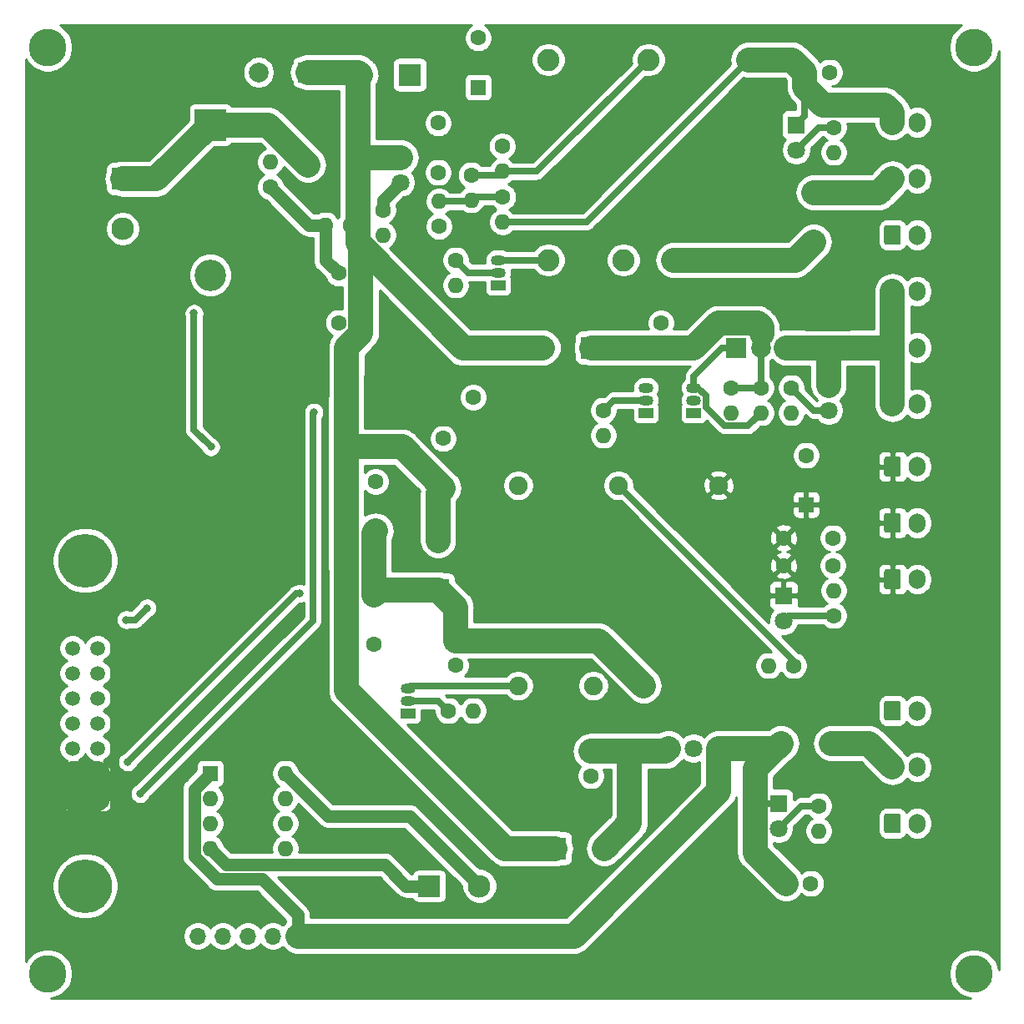
<source format=gbl>
G04 #@! TF.GenerationSoftware,KiCad,Pcbnew,(5.1.5)-3*
G04 #@! TF.CreationDate,2020-01-30T13:27:47-05:00*
G04 #@! TF.ProjectId,psu-pcb,7073752d-7063-4622-9e6b-696361645f70,rev?*
G04 #@! TF.SameCoordinates,Original*
G04 #@! TF.FileFunction,Copper,L2,Bot*
G04 #@! TF.FilePolarity,Positive*
%FSLAX46Y46*%
G04 Gerber Fmt 4.6, Leading zero omitted, Abs format (unit mm)*
G04 Created by KiCad (PCBNEW (5.1.5)-3) date 2020-01-30 13:27:47*
%MOMM*%
%LPD*%
G04 APERTURE LIST*
%ADD10O,1.700000X1.700000*%
%ADD11R,1.700000X1.700000*%
%ADD12O,1.600000X1.600000*%
%ADD13C,1.600000*%
%ADD14C,1.900000*%
%ADD15R,1.500000X1.050000*%
%ADD16O,1.500000X1.050000*%
%ADD17C,2.000000*%
%ADD18C,1.800000*%
%ADD19R,1.800000X1.800000*%
%ADD20O,1.700000X2.000000*%
%ADD21C,0.100000*%
%ADD22R,1.600000X1.600000*%
%ADD23R,2.000000X2.000000*%
%ADD24C,2.300000*%
%ADD25R,2.300000X2.300000*%
%ADD26C,2.250000*%
%ADD27C,5.460000*%
%ADD28R,1.520000X1.520000*%
%ADD29C,1.520000*%
%ADD30R,3.200000X3.200000*%
%ADD31O,3.200000X3.200000*%
%ADD32R,2.200000X2.200000*%
%ADD33C,3.810000*%
%ADD34C,0.800000*%
%ADD35C,2.540000*%
%ADD36C,1.270000*%
%ADD37C,0.635000*%
%ADD38C,0.254000*%
G04 APERTURE END LIST*
D10*
X38100000Y-113030000D03*
X40640000Y-113030000D03*
X43180000Y-113030000D03*
X45720000Y-113030000D03*
D11*
X48260000Y-113030000D03*
D12*
X68986400Y-35458400D03*
D13*
X68986400Y-32918400D03*
D14*
X70612000Y-87630000D03*
X70612000Y-67310000D03*
X80772000Y-67310000D03*
X90932000Y-67310000D03*
X78232000Y-87630000D03*
X83312000Y-87630000D03*
D12*
X102616000Y-33528000D03*
D13*
X102616000Y-30988000D03*
D12*
X102616000Y-77978000D03*
D13*
X102616000Y-80518000D03*
D12*
X98298000Y-59944000D03*
D13*
X98298000Y-57404000D03*
D12*
X95250000Y-59944000D03*
D13*
X95250000Y-57404000D03*
D12*
X92202000Y-59944000D03*
D13*
X92202000Y-57404000D03*
D12*
X66040000Y-90170000D03*
D13*
X63500000Y-90170000D03*
D12*
X64262000Y-46990000D03*
D13*
X64262000Y-44450000D03*
D12*
X79248000Y-62230000D03*
D13*
X79248000Y-59690000D03*
D12*
X101092000Y-102362000D03*
D13*
X101092000Y-99822000D03*
D12*
X96012000Y-85598000D03*
D13*
X98552000Y-85598000D03*
D12*
X69037200Y-40589200D03*
D13*
X69037200Y-38049200D03*
D12*
X62585600Y-38506400D03*
D13*
X62585600Y-41046400D03*
D12*
X65836800Y-38354000D03*
D13*
X65836800Y-35814000D03*
D12*
X45466000Y-34493200D03*
D13*
X45466000Y-37033200D03*
D12*
X51054000Y-40894000D03*
D13*
X53594000Y-40894000D03*
D12*
X56896000Y-41910000D03*
D13*
X56896000Y-39370000D03*
D15*
X88392000Y-59944000D03*
D16*
X88392000Y-57404000D03*
X88392000Y-58674000D03*
D15*
X83566000Y-59944000D03*
D16*
X83566000Y-57404000D03*
X83566000Y-58674000D03*
D15*
X68580000Y-46990000D03*
D16*
X68580000Y-44450000D03*
X68580000Y-45720000D03*
D15*
X59436000Y-90424000D03*
D16*
X59436000Y-87884000D03*
X59436000Y-89154000D03*
D17*
X102362000Y-93472000D03*
X97282000Y-93472000D03*
X54356000Y-34798000D03*
X49276000Y-34798000D03*
D18*
X97028000Y-102108000D03*
D19*
X97028000Y-99568000D03*
D18*
X97536000Y-81026000D03*
D19*
X97536000Y-78486000D03*
D18*
X98806000Y-33274000D03*
D19*
X98806000Y-30734000D03*
D18*
X102108000Y-59690000D03*
D19*
X102108000Y-57150000D03*
D18*
X58674000Y-36576000D03*
D19*
X58674000Y-34036000D03*
D13*
X102536000Y-75438000D03*
X97536000Y-75438000D03*
X102536000Y-72644000D03*
X97536000Y-72644000D03*
X100584000Y-37592000D03*
X100584000Y-42592000D03*
X56134000Y-66932800D03*
X56134000Y-71932800D03*
X62484000Y-35560000D03*
X62484000Y-30560000D03*
X55930800Y-83413600D03*
X55930800Y-78413600D03*
X52374800Y-50800000D03*
X52374800Y-45800000D03*
D20*
X111085000Y-65405000D03*
G04 #@! TA.AperFunction,ComponentPad*
D21*
G36*
X109209504Y-64406204D02*
G01*
X109233773Y-64409804D01*
X109257571Y-64415765D01*
X109280671Y-64424030D01*
X109302849Y-64434520D01*
X109323893Y-64447133D01*
X109343598Y-64461747D01*
X109361777Y-64478223D01*
X109378253Y-64496402D01*
X109392867Y-64516107D01*
X109405480Y-64537151D01*
X109415970Y-64559329D01*
X109424235Y-64582429D01*
X109430196Y-64606227D01*
X109433796Y-64630496D01*
X109435000Y-64655000D01*
X109435000Y-66155000D01*
X109433796Y-66179504D01*
X109430196Y-66203773D01*
X109424235Y-66227571D01*
X109415970Y-66250671D01*
X109405480Y-66272849D01*
X109392867Y-66293893D01*
X109378253Y-66313598D01*
X109361777Y-66331777D01*
X109343598Y-66348253D01*
X109323893Y-66362867D01*
X109302849Y-66375480D01*
X109280671Y-66385970D01*
X109257571Y-66394235D01*
X109233773Y-66400196D01*
X109209504Y-66403796D01*
X109185000Y-66405000D01*
X107985000Y-66405000D01*
X107960496Y-66403796D01*
X107936227Y-66400196D01*
X107912429Y-66394235D01*
X107889329Y-66385970D01*
X107867151Y-66375480D01*
X107846107Y-66362867D01*
X107826402Y-66348253D01*
X107808223Y-66331777D01*
X107791747Y-66313598D01*
X107777133Y-66293893D01*
X107764520Y-66272849D01*
X107754030Y-66250671D01*
X107745765Y-66227571D01*
X107739804Y-66203773D01*
X107736204Y-66179504D01*
X107735000Y-66155000D01*
X107735000Y-64655000D01*
X107736204Y-64630496D01*
X107739804Y-64606227D01*
X107745765Y-64582429D01*
X107754030Y-64559329D01*
X107764520Y-64537151D01*
X107777133Y-64516107D01*
X107791747Y-64496402D01*
X107808223Y-64478223D01*
X107826402Y-64461747D01*
X107846107Y-64447133D01*
X107867151Y-64434520D01*
X107889329Y-64424030D01*
X107912429Y-64415765D01*
X107936227Y-64409804D01*
X107960496Y-64406204D01*
X107985000Y-64405000D01*
X109185000Y-64405000D01*
X109209504Y-64406204D01*
G37*
G04 #@! TD.AperFunction*
D20*
X111085000Y-71120000D03*
G04 #@! TA.AperFunction,ComponentPad*
D21*
G36*
X109209504Y-70121204D02*
G01*
X109233773Y-70124804D01*
X109257571Y-70130765D01*
X109280671Y-70139030D01*
X109302849Y-70149520D01*
X109323893Y-70162133D01*
X109343598Y-70176747D01*
X109361777Y-70193223D01*
X109378253Y-70211402D01*
X109392867Y-70231107D01*
X109405480Y-70252151D01*
X109415970Y-70274329D01*
X109424235Y-70297429D01*
X109430196Y-70321227D01*
X109433796Y-70345496D01*
X109435000Y-70370000D01*
X109435000Y-71870000D01*
X109433796Y-71894504D01*
X109430196Y-71918773D01*
X109424235Y-71942571D01*
X109415970Y-71965671D01*
X109405480Y-71987849D01*
X109392867Y-72008893D01*
X109378253Y-72028598D01*
X109361777Y-72046777D01*
X109343598Y-72063253D01*
X109323893Y-72077867D01*
X109302849Y-72090480D01*
X109280671Y-72100970D01*
X109257571Y-72109235D01*
X109233773Y-72115196D01*
X109209504Y-72118796D01*
X109185000Y-72120000D01*
X107985000Y-72120000D01*
X107960496Y-72118796D01*
X107936227Y-72115196D01*
X107912429Y-72109235D01*
X107889329Y-72100970D01*
X107867151Y-72090480D01*
X107846107Y-72077867D01*
X107826402Y-72063253D01*
X107808223Y-72046777D01*
X107791747Y-72028598D01*
X107777133Y-72008893D01*
X107764520Y-71987849D01*
X107754030Y-71965671D01*
X107745765Y-71942571D01*
X107739804Y-71918773D01*
X107736204Y-71894504D01*
X107735000Y-71870000D01*
X107735000Y-70370000D01*
X107736204Y-70345496D01*
X107739804Y-70321227D01*
X107745765Y-70297429D01*
X107754030Y-70274329D01*
X107764520Y-70252151D01*
X107777133Y-70231107D01*
X107791747Y-70211402D01*
X107808223Y-70193223D01*
X107826402Y-70176747D01*
X107846107Y-70162133D01*
X107867151Y-70149520D01*
X107889329Y-70139030D01*
X107912429Y-70130765D01*
X107936227Y-70124804D01*
X107960496Y-70121204D01*
X107985000Y-70120000D01*
X109185000Y-70120000D01*
X109209504Y-70121204D01*
G37*
G04 #@! TD.AperFunction*
D20*
X111085000Y-76835000D03*
G04 #@! TA.AperFunction,ComponentPad*
D21*
G36*
X109209504Y-75836204D02*
G01*
X109233773Y-75839804D01*
X109257571Y-75845765D01*
X109280671Y-75854030D01*
X109302849Y-75864520D01*
X109323893Y-75877133D01*
X109343598Y-75891747D01*
X109361777Y-75908223D01*
X109378253Y-75926402D01*
X109392867Y-75946107D01*
X109405480Y-75967151D01*
X109415970Y-75989329D01*
X109424235Y-76012429D01*
X109430196Y-76036227D01*
X109433796Y-76060496D01*
X109435000Y-76085000D01*
X109435000Y-77585000D01*
X109433796Y-77609504D01*
X109430196Y-77633773D01*
X109424235Y-77657571D01*
X109415970Y-77680671D01*
X109405480Y-77702849D01*
X109392867Y-77723893D01*
X109378253Y-77743598D01*
X109361777Y-77761777D01*
X109343598Y-77778253D01*
X109323893Y-77792867D01*
X109302849Y-77805480D01*
X109280671Y-77815970D01*
X109257571Y-77824235D01*
X109233773Y-77830196D01*
X109209504Y-77833796D01*
X109185000Y-77835000D01*
X107985000Y-77835000D01*
X107960496Y-77833796D01*
X107936227Y-77830196D01*
X107912429Y-77824235D01*
X107889329Y-77815970D01*
X107867151Y-77805480D01*
X107846107Y-77792867D01*
X107826402Y-77778253D01*
X107808223Y-77761777D01*
X107791747Y-77743598D01*
X107777133Y-77723893D01*
X107764520Y-77702849D01*
X107754030Y-77680671D01*
X107745765Y-77657571D01*
X107739804Y-77633773D01*
X107736204Y-77609504D01*
X107735000Y-77585000D01*
X107735000Y-76085000D01*
X107736204Y-76060496D01*
X107739804Y-76036227D01*
X107745765Y-76012429D01*
X107754030Y-75989329D01*
X107764520Y-75967151D01*
X107777133Y-75946107D01*
X107791747Y-75926402D01*
X107808223Y-75908223D01*
X107826402Y-75891747D01*
X107846107Y-75877133D01*
X107867151Y-75864520D01*
X107889329Y-75854030D01*
X107912429Y-75845765D01*
X107936227Y-75839804D01*
X107960496Y-75836204D01*
X107985000Y-75835000D01*
X109185000Y-75835000D01*
X109209504Y-75836204D01*
G37*
G04 #@! TD.AperFunction*
D20*
X111085000Y-41910000D03*
G04 #@! TA.AperFunction,ComponentPad*
D21*
G36*
X109209504Y-40911204D02*
G01*
X109233773Y-40914804D01*
X109257571Y-40920765D01*
X109280671Y-40929030D01*
X109302849Y-40939520D01*
X109323893Y-40952133D01*
X109343598Y-40966747D01*
X109361777Y-40983223D01*
X109378253Y-41001402D01*
X109392867Y-41021107D01*
X109405480Y-41042151D01*
X109415970Y-41064329D01*
X109424235Y-41087429D01*
X109430196Y-41111227D01*
X109433796Y-41135496D01*
X109435000Y-41160000D01*
X109435000Y-42660000D01*
X109433796Y-42684504D01*
X109430196Y-42708773D01*
X109424235Y-42732571D01*
X109415970Y-42755671D01*
X109405480Y-42777849D01*
X109392867Y-42798893D01*
X109378253Y-42818598D01*
X109361777Y-42836777D01*
X109343598Y-42853253D01*
X109323893Y-42867867D01*
X109302849Y-42880480D01*
X109280671Y-42890970D01*
X109257571Y-42899235D01*
X109233773Y-42905196D01*
X109209504Y-42908796D01*
X109185000Y-42910000D01*
X107985000Y-42910000D01*
X107960496Y-42908796D01*
X107936227Y-42905196D01*
X107912429Y-42899235D01*
X107889329Y-42890970D01*
X107867151Y-42880480D01*
X107846107Y-42867867D01*
X107826402Y-42853253D01*
X107808223Y-42836777D01*
X107791747Y-42818598D01*
X107777133Y-42798893D01*
X107764520Y-42777849D01*
X107754030Y-42755671D01*
X107745765Y-42732571D01*
X107739804Y-42708773D01*
X107736204Y-42684504D01*
X107735000Y-42660000D01*
X107735000Y-41160000D01*
X107736204Y-41135496D01*
X107739804Y-41111227D01*
X107745765Y-41087429D01*
X107754030Y-41064329D01*
X107764520Y-41042151D01*
X107777133Y-41021107D01*
X107791747Y-41001402D01*
X107808223Y-40983223D01*
X107826402Y-40966747D01*
X107846107Y-40952133D01*
X107867151Y-40939520D01*
X107889329Y-40929030D01*
X107912429Y-40920765D01*
X107936227Y-40914804D01*
X107960496Y-40911204D01*
X107985000Y-40910000D01*
X109185000Y-40910000D01*
X109209504Y-40911204D01*
G37*
G04 #@! TD.AperFunction*
D20*
X111085000Y-36195000D03*
G04 #@! TA.AperFunction,ComponentPad*
D21*
G36*
X109209504Y-35196204D02*
G01*
X109233773Y-35199804D01*
X109257571Y-35205765D01*
X109280671Y-35214030D01*
X109302849Y-35224520D01*
X109323893Y-35237133D01*
X109343598Y-35251747D01*
X109361777Y-35268223D01*
X109378253Y-35286402D01*
X109392867Y-35306107D01*
X109405480Y-35327151D01*
X109415970Y-35349329D01*
X109424235Y-35372429D01*
X109430196Y-35396227D01*
X109433796Y-35420496D01*
X109435000Y-35445000D01*
X109435000Y-36945000D01*
X109433796Y-36969504D01*
X109430196Y-36993773D01*
X109424235Y-37017571D01*
X109415970Y-37040671D01*
X109405480Y-37062849D01*
X109392867Y-37083893D01*
X109378253Y-37103598D01*
X109361777Y-37121777D01*
X109343598Y-37138253D01*
X109323893Y-37152867D01*
X109302849Y-37165480D01*
X109280671Y-37175970D01*
X109257571Y-37184235D01*
X109233773Y-37190196D01*
X109209504Y-37193796D01*
X109185000Y-37195000D01*
X107985000Y-37195000D01*
X107960496Y-37193796D01*
X107936227Y-37190196D01*
X107912429Y-37184235D01*
X107889329Y-37175970D01*
X107867151Y-37165480D01*
X107846107Y-37152867D01*
X107826402Y-37138253D01*
X107808223Y-37121777D01*
X107791747Y-37103598D01*
X107777133Y-37083893D01*
X107764520Y-37062849D01*
X107754030Y-37040671D01*
X107745765Y-37017571D01*
X107739804Y-36993773D01*
X107736204Y-36969504D01*
X107735000Y-36945000D01*
X107735000Y-35445000D01*
X107736204Y-35420496D01*
X107739804Y-35396227D01*
X107745765Y-35372429D01*
X107754030Y-35349329D01*
X107764520Y-35327151D01*
X107777133Y-35306107D01*
X107791747Y-35286402D01*
X107808223Y-35268223D01*
X107826402Y-35251747D01*
X107846107Y-35237133D01*
X107867151Y-35224520D01*
X107889329Y-35214030D01*
X107912429Y-35205765D01*
X107936227Y-35199804D01*
X107960496Y-35196204D01*
X107985000Y-35195000D01*
X109185000Y-35195000D01*
X109209504Y-35196204D01*
G37*
G04 #@! TD.AperFunction*
D20*
X111085000Y-30480000D03*
G04 #@! TA.AperFunction,ComponentPad*
D21*
G36*
X109209504Y-29481204D02*
G01*
X109233773Y-29484804D01*
X109257571Y-29490765D01*
X109280671Y-29499030D01*
X109302849Y-29509520D01*
X109323893Y-29522133D01*
X109343598Y-29536747D01*
X109361777Y-29553223D01*
X109378253Y-29571402D01*
X109392867Y-29591107D01*
X109405480Y-29612151D01*
X109415970Y-29634329D01*
X109424235Y-29657429D01*
X109430196Y-29681227D01*
X109433796Y-29705496D01*
X109435000Y-29730000D01*
X109435000Y-31230000D01*
X109433796Y-31254504D01*
X109430196Y-31278773D01*
X109424235Y-31302571D01*
X109415970Y-31325671D01*
X109405480Y-31347849D01*
X109392867Y-31368893D01*
X109378253Y-31388598D01*
X109361777Y-31406777D01*
X109343598Y-31423253D01*
X109323893Y-31437867D01*
X109302849Y-31450480D01*
X109280671Y-31460970D01*
X109257571Y-31469235D01*
X109233773Y-31475196D01*
X109209504Y-31478796D01*
X109185000Y-31480000D01*
X107985000Y-31480000D01*
X107960496Y-31478796D01*
X107936227Y-31475196D01*
X107912429Y-31469235D01*
X107889329Y-31460970D01*
X107867151Y-31450480D01*
X107846107Y-31437867D01*
X107826402Y-31423253D01*
X107808223Y-31406777D01*
X107791747Y-31388598D01*
X107777133Y-31368893D01*
X107764520Y-31347849D01*
X107754030Y-31325671D01*
X107745765Y-31302571D01*
X107739804Y-31278773D01*
X107736204Y-31254504D01*
X107735000Y-31230000D01*
X107735000Y-29730000D01*
X107736204Y-29705496D01*
X107739804Y-29681227D01*
X107745765Y-29657429D01*
X107754030Y-29634329D01*
X107764520Y-29612151D01*
X107777133Y-29591107D01*
X107791747Y-29571402D01*
X107808223Y-29553223D01*
X107826402Y-29536747D01*
X107846107Y-29522133D01*
X107867151Y-29509520D01*
X107889329Y-29499030D01*
X107912429Y-29490765D01*
X107936227Y-29484804D01*
X107960496Y-29481204D01*
X107985000Y-29480000D01*
X109185000Y-29480000D01*
X109209504Y-29481204D01*
G37*
G04 #@! TD.AperFunction*
D20*
X111085000Y-59055000D03*
G04 #@! TA.AperFunction,ComponentPad*
D21*
G36*
X109209504Y-58056204D02*
G01*
X109233773Y-58059804D01*
X109257571Y-58065765D01*
X109280671Y-58074030D01*
X109302849Y-58084520D01*
X109323893Y-58097133D01*
X109343598Y-58111747D01*
X109361777Y-58128223D01*
X109378253Y-58146402D01*
X109392867Y-58166107D01*
X109405480Y-58187151D01*
X109415970Y-58209329D01*
X109424235Y-58232429D01*
X109430196Y-58256227D01*
X109433796Y-58280496D01*
X109435000Y-58305000D01*
X109435000Y-59805000D01*
X109433796Y-59829504D01*
X109430196Y-59853773D01*
X109424235Y-59877571D01*
X109415970Y-59900671D01*
X109405480Y-59922849D01*
X109392867Y-59943893D01*
X109378253Y-59963598D01*
X109361777Y-59981777D01*
X109343598Y-59998253D01*
X109323893Y-60012867D01*
X109302849Y-60025480D01*
X109280671Y-60035970D01*
X109257571Y-60044235D01*
X109233773Y-60050196D01*
X109209504Y-60053796D01*
X109185000Y-60055000D01*
X107985000Y-60055000D01*
X107960496Y-60053796D01*
X107936227Y-60050196D01*
X107912429Y-60044235D01*
X107889329Y-60035970D01*
X107867151Y-60025480D01*
X107846107Y-60012867D01*
X107826402Y-59998253D01*
X107808223Y-59981777D01*
X107791747Y-59963598D01*
X107777133Y-59943893D01*
X107764520Y-59922849D01*
X107754030Y-59900671D01*
X107745765Y-59877571D01*
X107739804Y-59853773D01*
X107736204Y-59829504D01*
X107735000Y-59805000D01*
X107735000Y-58305000D01*
X107736204Y-58280496D01*
X107739804Y-58256227D01*
X107745765Y-58232429D01*
X107754030Y-58209329D01*
X107764520Y-58187151D01*
X107777133Y-58166107D01*
X107791747Y-58146402D01*
X107808223Y-58128223D01*
X107826402Y-58111747D01*
X107846107Y-58097133D01*
X107867151Y-58084520D01*
X107889329Y-58074030D01*
X107912429Y-58065765D01*
X107936227Y-58059804D01*
X107960496Y-58056204D01*
X107985000Y-58055000D01*
X109185000Y-58055000D01*
X109209504Y-58056204D01*
G37*
G04 #@! TD.AperFunction*
D20*
X111085000Y-47625000D03*
G04 #@! TA.AperFunction,ComponentPad*
D21*
G36*
X109209504Y-46626204D02*
G01*
X109233773Y-46629804D01*
X109257571Y-46635765D01*
X109280671Y-46644030D01*
X109302849Y-46654520D01*
X109323893Y-46667133D01*
X109343598Y-46681747D01*
X109361777Y-46698223D01*
X109378253Y-46716402D01*
X109392867Y-46736107D01*
X109405480Y-46757151D01*
X109415970Y-46779329D01*
X109424235Y-46802429D01*
X109430196Y-46826227D01*
X109433796Y-46850496D01*
X109435000Y-46875000D01*
X109435000Y-48375000D01*
X109433796Y-48399504D01*
X109430196Y-48423773D01*
X109424235Y-48447571D01*
X109415970Y-48470671D01*
X109405480Y-48492849D01*
X109392867Y-48513893D01*
X109378253Y-48533598D01*
X109361777Y-48551777D01*
X109343598Y-48568253D01*
X109323893Y-48582867D01*
X109302849Y-48595480D01*
X109280671Y-48605970D01*
X109257571Y-48614235D01*
X109233773Y-48620196D01*
X109209504Y-48623796D01*
X109185000Y-48625000D01*
X107985000Y-48625000D01*
X107960496Y-48623796D01*
X107936227Y-48620196D01*
X107912429Y-48614235D01*
X107889329Y-48605970D01*
X107867151Y-48595480D01*
X107846107Y-48582867D01*
X107826402Y-48568253D01*
X107808223Y-48551777D01*
X107791747Y-48533598D01*
X107777133Y-48513893D01*
X107764520Y-48492849D01*
X107754030Y-48470671D01*
X107745765Y-48447571D01*
X107739804Y-48423773D01*
X107736204Y-48399504D01*
X107735000Y-48375000D01*
X107735000Y-46875000D01*
X107736204Y-46850496D01*
X107739804Y-46826227D01*
X107745765Y-46802429D01*
X107754030Y-46779329D01*
X107764520Y-46757151D01*
X107777133Y-46736107D01*
X107791747Y-46716402D01*
X107808223Y-46698223D01*
X107826402Y-46681747D01*
X107846107Y-46667133D01*
X107867151Y-46654520D01*
X107889329Y-46644030D01*
X107912429Y-46635765D01*
X107936227Y-46629804D01*
X107960496Y-46626204D01*
X107985000Y-46625000D01*
X109185000Y-46625000D01*
X109209504Y-46626204D01*
G37*
G04 #@! TD.AperFunction*
D20*
X111085000Y-53340000D03*
G04 #@! TA.AperFunction,ComponentPad*
D21*
G36*
X109209504Y-52341204D02*
G01*
X109233773Y-52344804D01*
X109257571Y-52350765D01*
X109280671Y-52359030D01*
X109302849Y-52369520D01*
X109323893Y-52382133D01*
X109343598Y-52396747D01*
X109361777Y-52413223D01*
X109378253Y-52431402D01*
X109392867Y-52451107D01*
X109405480Y-52472151D01*
X109415970Y-52494329D01*
X109424235Y-52517429D01*
X109430196Y-52541227D01*
X109433796Y-52565496D01*
X109435000Y-52590000D01*
X109435000Y-54090000D01*
X109433796Y-54114504D01*
X109430196Y-54138773D01*
X109424235Y-54162571D01*
X109415970Y-54185671D01*
X109405480Y-54207849D01*
X109392867Y-54228893D01*
X109378253Y-54248598D01*
X109361777Y-54266777D01*
X109343598Y-54283253D01*
X109323893Y-54297867D01*
X109302849Y-54310480D01*
X109280671Y-54320970D01*
X109257571Y-54329235D01*
X109233773Y-54335196D01*
X109209504Y-54338796D01*
X109185000Y-54340000D01*
X107985000Y-54340000D01*
X107960496Y-54338796D01*
X107936227Y-54335196D01*
X107912429Y-54329235D01*
X107889329Y-54320970D01*
X107867151Y-54310480D01*
X107846107Y-54297867D01*
X107826402Y-54283253D01*
X107808223Y-54266777D01*
X107791747Y-54248598D01*
X107777133Y-54228893D01*
X107764520Y-54207849D01*
X107754030Y-54185671D01*
X107745765Y-54162571D01*
X107739804Y-54138773D01*
X107736204Y-54114504D01*
X107735000Y-54090000D01*
X107735000Y-52590000D01*
X107736204Y-52565496D01*
X107739804Y-52541227D01*
X107745765Y-52517429D01*
X107754030Y-52494329D01*
X107764520Y-52472151D01*
X107777133Y-52451107D01*
X107791747Y-52431402D01*
X107808223Y-52413223D01*
X107826402Y-52396747D01*
X107846107Y-52382133D01*
X107867151Y-52369520D01*
X107889329Y-52359030D01*
X107912429Y-52350765D01*
X107936227Y-52344804D01*
X107960496Y-52341204D01*
X107985000Y-52340000D01*
X109185000Y-52340000D01*
X109209504Y-52341204D01*
G37*
G04 #@! TD.AperFunction*
D20*
X111085000Y-101600000D03*
G04 #@! TA.AperFunction,ComponentPad*
D21*
G36*
X109209504Y-100601204D02*
G01*
X109233773Y-100604804D01*
X109257571Y-100610765D01*
X109280671Y-100619030D01*
X109302849Y-100629520D01*
X109323893Y-100642133D01*
X109343598Y-100656747D01*
X109361777Y-100673223D01*
X109378253Y-100691402D01*
X109392867Y-100711107D01*
X109405480Y-100732151D01*
X109415970Y-100754329D01*
X109424235Y-100777429D01*
X109430196Y-100801227D01*
X109433796Y-100825496D01*
X109435000Y-100850000D01*
X109435000Y-102350000D01*
X109433796Y-102374504D01*
X109430196Y-102398773D01*
X109424235Y-102422571D01*
X109415970Y-102445671D01*
X109405480Y-102467849D01*
X109392867Y-102488893D01*
X109378253Y-102508598D01*
X109361777Y-102526777D01*
X109343598Y-102543253D01*
X109323893Y-102557867D01*
X109302849Y-102570480D01*
X109280671Y-102580970D01*
X109257571Y-102589235D01*
X109233773Y-102595196D01*
X109209504Y-102598796D01*
X109185000Y-102600000D01*
X107985000Y-102600000D01*
X107960496Y-102598796D01*
X107936227Y-102595196D01*
X107912429Y-102589235D01*
X107889329Y-102580970D01*
X107867151Y-102570480D01*
X107846107Y-102557867D01*
X107826402Y-102543253D01*
X107808223Y-102526777D01*
X107791747Y-102508598D01*
X107777133Y-102488893D01*
X107764520Y-102467849D01*
X107754030Y-102445671D01*
X107745765Y-102422571D01*
X107739804Y-102398773D01*
X107736204Y-102374504D01*
X107735000Y-102350000D01*
X107735000Y-100850000D01*
X107736204Y-100825496D01*
X107739804Y-100801227D01*
X107745765Y-100777429D01*
X107754030Y-100754329D01*
X107764520Y-100732151D01*
X107777133Y-100711107D01*
X107791747Y-100691402D01*
X107808223Y-100673223D01*
X107826402Y-100656747D01*
X107846107Y-100642133D01*
X107867151Y-100629520D01*
X107889329Y-100619030D01*
X107912429Y-100610765D01*
X107936227Y-100604804D01*
X107960496Y-100601204D01*
X107985000Y-100600000D01*
X109185000Y-100600000D01*
X109209504Y-100601204D01*
G37*
G04 #@! TD.AperFunction*
D20*
X111085000Y-95885000D03*
G04 #@! TA.AperFunction,ComponentPad*
D21*
G36*
X109209504Y-94886204D02*
G01*
X109233773Y-94889804D01*
X109257571Y-94895765D01*
X109280671Y-94904030D01*
X109302849Y-94914520D01*
X109323893Y-94927133D01*
X109343598Y-94941747D01*
X109361777Y-94958223D01*
X109378253Y-94976402D01*
X109392867Y-94996107D01*
X109405480Y-95017151D01*
X109415970Y-95039329D01*
X109424235Y-95062429D01*
X109430196Y-95086227D01*
X109433796Y-95110496D01*
X109435000Y-95135000D01*
X109435000Y-96635000D01*
X109433796Y-96659504D01*
X109430196Y-96683773D01*
X109424235Y-96707571D01*
X109415970Y-96730671D01*
X109405480Y-96752849D01*
X109392867Y-96773893D01*
X109378253Y-96793598D01*
X109361777Y-96811777D01*
X109343598Y-96828253D01*
X109323893Y-96842867D01*
X109302849Y-96855480D01*
X109280671Y-96865970D01*
X109257571Y-96874235D01*
X109233773Y-96880196D01*
X109209504Y-96883796D01*
X109185000Y-96885000D01*
X107985000Y-96885000D01*
X107960496Y-96883796D01*
X107936227Y-96880196D01*
X107912429Y-96874235D01*
X107889329Y-96865970D01*
X107867151Y-96855480D01*
X107846107Y-96842867D01*
X107826402Y-96828253D01*
X107808223Y-96811777D01*
X107791747Y-96793598D01*
X107777133Y-96773893D01*
X107764520Y-96752849D01*
X107754030Y-96730671D01*
X107745765Y-96707571D01*
X107739804Y-96683773D01*
X107736204Y-96659504D01*
X107735000Y-96635000D01*
X107735000Y-95135000D01*
X107736204Y-95110496D01*
X107739804Y-95086227D01*
X107745765Y-95062429D01*
X107754030Y-95039329D01*
X107764520Y-95017151D01*
X107777133Y-94996107D01*
X107791747Y-94976402D01*
X107808223Y-94958223D01*
X107826402Y-94941747D01*
X107846107Y-94927133D01*
X107867151Y-94914520D01*
X107889329Y-94904030D01*
X107912429Y-94895765D01*
X107936227Y-94889804D01*
X107960496Y-94886204D01*
X107985000Y-94885000D01*
X109185000Y-94885000D01*
X109209504Y-94886204D01*
G37*
G04 #@! TD.AperFunction*
D20*
X111085000Y-90170000D03*
G04 #@! TA.AperFunction,ComponentPad*
D21*
G36*
X109209504Y-89171204D02*
G01*
X109233773Y-89174804D01*
X109257571Y-89180765D01*
X109280671Y-89189030D01*
X109302849Y-89199520D01*
X109323893Y-89212133D01*
X109343598Y-89226747D01*
X109361777Y-89243223D01*
X109378253Y-89261402D01*
X109392867Y-89281107D01*
X109405480Y-89302151D01*
X109415970Y-89324329D01*
X109424235Y-89347429D01*
X109430196Y-89371227D01*
X109433796Y-89395496D01*
X109435000Y-89420000D01*
X109435000Y-90920000D01*
X109433796Y-90944504D01*
X109430196Y-90968773D01*
X109424235Y-90992571D01*
X109415970Y-91015671D01*
X109405480Y-91037849D01*
X109392867Y-91058893D01*
X109378253Y-91078598D01*
X109361777Y-91096777D01*
X109343598Y-91113253D01*
X109323893Y-91127867D01*
X109302849Y-91140480D01*
X109280671Y-91150970D01*
X109257571Y-91159235D01*
X109233773Y-91165196D01*
X109209504Y-91168796D01*
X109185000Y-91170000D01*
X107985000Y-91170000D01*
X107960496Y-91168796D01*
X107936227Y-91165196D01*
X107912429Y-91159235D01*
X107889329Y-91150970D01*
X107867151Y-91140480D01*
X107846107Y-91127867D01*
X107826402Y-91113253D01*
X107808223Y-91096777D01*
X107791747Y-91078598D01*
X107777133Y-91058893D01*
X107764520Y-91037849D01*
X107754030Y-91015671D01*
X107745765Y-90992571D01*
X107739804Y-90968773D01*
X107736204Y-90944504D01*
X107735000Y-90920000D01*
X107735000Y-89420000D01*
X107736204Y-89395496D01*
X107739804Y-89371227D01*
X107745765Y-89347429D01*
X107754030Y-89324329D01*
X107764520Y-89302151D01*
X107777133Y-89281107D01*
X107791747Y-89261402D01*
X107808223Y-89243223D01*
X107826402Y-89226747D01*
X107846107Y-89212133D01*
X107867151Y-89199520D01*
X107889329Y-89189030D01*
X107912429Y-89180765D01*
X107936227Y-89174804D01*
X107960496Y-89171204D01*
X107985000Y-89170000D01*
X109185000Y-89170000D01*
X109209504Y-89171204D01*
G37*
G04 #@! TD.AperFunction*
D13*
X85090000Y-50840000D03*
D22*
X85090000Y-53340000D03*
D13*
X66040000Y-58380000D03*
D22*
X66040000Y-53380000D03*
D13*
X64262000Y-85558000D03*
D22*
X64262000Y-83058000D03*
D17*
X44276000Y-25400000D03*
D23*
X49276000Y-25400000D03*
D13*
X62992000Y-62564000D03*
D22*
X62992000Y-67564000D03*
D13*
X99822000Y-64262000D03*
D22*
X99822000Y-69262000D03*
D13*
X102195000Y-25400000D03*
D22*
X99695000Y-25400000D03*
D13*
X66548000Y-21924000D03*
D22*
X66548000Y-26924000D03*
D13*
X100290000Y-107696000D03*
D22*
X97790000Y-107696000D03*
D13*
X77978000Y-96774000D03*
D22*
X77978000Y-94274000D03*
D19*
X85852000Y-93980000D03*
D18*
X88392000Y-93980000D03*
X90932000Y-93980000D03*
D24*
X79335000Y-104140000D03*
D25*
X74335000Y-104140000D03*
D26*
X73660000Y-44450000D03*
X81280000Y-44450000D03*
X86360000Y-44450000D03*
X93980000Y-24130000D03*
X83820000Y-24130000D03*
X73660000Y-24130000D03*
D27*
X26670000Y-107950000D03*
X26670000Y-74930000D03*
D28*
X27940000Y-99060000D03*
D29*
X25400000Y-99060000D03*
X27940000Y-96520000D03*
X25400000Y-96520000D03*
X27940000Y-93980000D03*
X25400000Y-93980000D03*
X27940000Y-91440000D03*
X25400000Y-91440000D03*
X27940000Y-88900000D03*
X25400000Y-88900000D03*
X27940000Y-86360000D03*
X25400000Y-86360000D03*
X27940000Y-83820000D03*
X25400000Y-83820000D03*
D30*
X39370000Y-30734000D03*
D31*
X39370000Y-45974000D03*
D22*
X39370000Y-96520000D03*
D12*
X46990000Y-104140000D03*
X39370000Y-99060000D03*
X46990000Y-101600000D03*
X39370000Y-101600000D03*
X46990000Y-99060000D03*
X39370000Y-104140000D03*
X46990000Y-96520000D03*
D25*
X62484000Y-77898000D03*
D24*
X62484000Y-72898000D03*
X54610000Y-25654000D03*
D25*
X59610000Y-25654000D03*
X78105000Y-53340000D03*
D24*
X73105000Y-53340000D03*
D23*
X92710000Y-53340000D03*
D17*
X95250000Y-53340000D03*
X97790000Y-53340000D03*
D24*
X66675000Y-107950000D03*
D32*
X61595000Y-107950000D03*
X30480000Y-36195000D03*
D24*
X30480000Y-41275000D03*
D33*
X116840000Y-22860000D03*
X22860000Y-22860000D03*
X22860000Y-116840000D03*
X116840000Y-116840000D03*
D34*
X32258000Y-98577400D03*
X49885600Y-59893200D03*
X30988000Y-95377000D03*
X48412400Y-78282800D03*
X39420800Y-63398400D03*
X37719000Y-49860200D03*
X30835600Y-80949800D03*
X32946900Y-79756000D03*
D35*
X33909000Y-36195000D02*
X39370000Y-30734000D01*
X30480000Y-36195000D02*
X33909000Y-36195000D01*
X45212000Y-30734000D02*
X49276000Y-34798000D01*
X39370000Y-30734000D02*
X45212000Y-30734000D01*
D36*
X65525001Y-106800001D02*
X66675000Y-107950000D01*
X51325011Y-100855011D02*
X59580011Y-100855011D01*
X59580011Y-100855011D02*
X65525001Y-106800001D01*
X46990000Y-96520000D02*
X51325011Y-100855011D01*
X41005001Y-105775001D02*
X57050001Y-105775001D01*
X59225000Y-107950000D02*
X61595000Y-107950000D01*
X57050001Y-105775001D02*
X59225000Y-107950000D01*
X39370000Y-104140000D02*
X41005001Y-105775001D01*
D35*
X78105000Y-53340000D02*
X85090000Y-53340000D01*
D37*
X95250000Y-53340000D02*
X95250000Y-57404000D01*
X95250000Y-57404000D02*
X92202000Y-57404000D01*
D35*
X94886001Y-50869999D02*
X95300800Y-51284798D01*
X90900001Y-50869999D02*
X94886001Y-50869999D01*
X95300800Y-51284798D02*
X95300800Y-51939961D01*
X85090000Y-53340000D02*
X88430000Y-53340000D01*
X88430000Y-53340000D02*
X90900001Y-50869999D01*
D36*
X95250000Y-51335598D02*
X95300800Y-51284798D01*
X95250000Y-53340000D02*
X95250000Y-51335598D01*
D37*
X89659501Y-58242170D02*
X88821331Y-57404000D01*
X89659501Y-59351403D02*
X89659501Y-58242170D01*
X91569599Y-61261501D02*
X89659501Y-59351403D01*
X93932499Y-61261501D02*
X91569599Y-61261501D01*
X88821331Y-57404000D02*
X88392000Y-57404000D01*
X95250000Y-59944000D02*
X93932499Y-61261501D01*
X91296000Y-53340000D02*
X92710000Y-53340000D01*
X88392000Y-56244000D02*
X91296000Y-53340000D01*
X88392000Y-57404000D02*
X88392000Y-56244000D01*
D35*
X66080000Y-53340000D02*
X66040000Y-53380000D01*
X73105000Y-53340000D02*
X66080000Y-53340000D01*
X54356000Y-25908000D02*
X54610000Y-25654000D01*
X54356000Y-34798000D02*
X54356000Y-25908000D01*
X54356000Y-25400000D02*
X54610000Y-25654000D01*
X49276000Y-25400000D02*
X54356000Y-25400000D01*
X55118000Y-34036000D02*
X58674000Y-34036000D01*
X54356000Y-34798000D02*
X55118000Y-34036000D01*
X54356000Y-36212213D02*
X54356000Y-34798000D01*
X54356000Y-42729602D02*
X54356000Y-36212213D01*
X66040000Y-53380000D02*
X65006398Y-53380000D01*
X54644801Y-51889601D02*
X54644801Y-42960801D01*
X53190790Y-53343612D02*
X54644801Y-51889601D01*
X54644801Y-42960801D02*
X54508400Y-42824400D01*
X54508400Y-42824400D02*
X54356000Y-42729602D01*
X65006398Y-53380000D02*
X54508400Y-42824400D01*
X62484000Y-68072000D02*
X62992000Y-67564000D01*
X62484000Y-72898000D02*
X62484000Y-68072000D01*
X58826400Y-63398400D02*
X53136800Y-63398400D01*
X62992000Y-67564000D02*
X58826400Y-63398400D01*
X53136800Y-63398400D02*
X53190790Y-53343612D01*
X69230998Y-104140000D02*
X74335000Y-104140000D01*
X53190790Y-88099792D02*
X69230998Y-104140000D01*
X53136800Y-63398400D02*
X53190790Y-88099792D01*
D37*
X80264000Y-58674000D02*
X79248000Y-59690000D01*
X83566000Y-58674000D02*
X80264000Y-58674000D01*
X32258000Y-98577400D02*
X49784000Y-81051400D01*
X49784000Y-81051400D02*
X49784000Y-59994800D01*
X49784000Y-59994800D02*
X49885600Y-59893200D01*
X65532000Y-45720000D02*
X64262000Y-44450000D01*
X68580000Y-45720000D02*
X65532000Y-45720000D01*
X30988000Y-95377000D02*
X48082200Y-78282800D01*
X48082200Y-78282800D02*
X48412400Y-78282800D01*
X68580000Y-44450000D02*
X73660000Y-44450000D01*
X62484000Y-89154000D02*
X63500000Y-90170000D01*
X59436000Y-89154000D02*
X62484000Y-89154000D01*
D35*
X78740000Y-83058000D02*
X64262000Y-83058000D01*
X83312000Y-87630000D02*
X78740000Y-83058000D01*
X64262000Y-79676000D02*
X62484000Y-77898000D01*
X64262000Y-83058000D02*
X64262000Y-79676000D01*
X56446400Y-77898000D02*
X55930800Y-78413600D01*
X62484000Y-77898000D02*
X56446400Y-77898000D01*
X55930800Y-72136000D02*
X56134000Y-71932800D01*
X55930800Y-78413600D02*
X55930800Y-72136000D01*
X85558000Y-94274000D02*
X85852000Y-93980000D01*
X79335000Y-104140000D02*
X81915000Y-101560000D01*
X81915000Y-94274000D02*
X85558000Y-94274000D01*
X81915000Y-101560000D02*
X81915000Y-94274000D01*
X77978000Y-94274000D02*
X81915000Y-94274000D01*
D36*
X37734999Y-98155001D02*
X39370000Y-96520000D01*
X40055209Y-107245011D02*
X37734999Y-104924801D01*
X44608611Y-107245011D02*
X40055209Y-107245011D01*
X48260000Y-110896400D02*
X44608611Y-107245011D01*
X37734999Y-104924801D02*
X37734999Y-98155001D01*
X48260000Y-113030000D02*
X48260000Y-110896400D01*
D35*
X94657999Y-104563999D02*
X97790000Y-107696000D01*
X97282000Y-93472000D02*
X94657999Y-96096001D01*
X96774000Y-93980000D02*
X97282000Y-93472000D01*
X90932000Y-93980000D02*
X96774000Y-93980000D01*
X76257602Y-113030000D02*
X51663600Y-113030000D01*
X90932000Y-98355602D02*
X76257602Y-113030000D01*
X51663600Y-113030000D02*
X48260000Y-113030000D01*
X90932000Y-93980000D02*
X90932000Y-98355602D01*
D37*
X95391400Y-99669600D02*
X94640400Y-99669600D01*
X95493000Y-99568000D02*
X95391400Y-99669600D01*
X97028000Y-99568000D02*
X95493000Y-99568000D01*
D35*
X94657999Y-96096001D02*
X94640400Y-99669600D01*
X94640400Y-99669600D02*
X94657999Y-104563999D01*
D37*
X39420800Y-63398400D02*
X37719000Y-61696600D01*
X37719000Y-61696600D02*
X37719000Y-49860200D01*
D36*
X56896000Y-38354000D02*
X58674000Y-36576000D01*
X56896000Y-39370000D02*
X56896000Y-38354000D01*
D37*
X100584000Y-59690000D02*
X98298000Y-57404000D01*
X102108000Y-59690000D02*
X100584000Y-59690000D01*
X101092000Y-30988000D02*
X98806000Y-33274000D01*
X102616000Y-30988000D02*
X101092000Y-30988000D01*
X98044000Y-80518000D02*
X97536000Y-81026000D01*
X102616000Y-80518000D02*
X98044000Y-80518000D01*
X99314000Y-99822000D02*
X97028000Y-102108000D01*
X101092000Y-99822000D02*
X99314000Y-99822000D01*
X65684400Y-38506400D02*
X65836800Y-38354000D01*
X62585600Y-38506400D02*
X65684400Y-38506400D01*
X66141600Y-38049200D02*
X65836800Y-38354000D01*
X69037200Y-38049200D02*
X66141600Y-38049200D01*
X68630800Y-35814000D02*
X68986400Y-35458400D01*
X65836800Y-35814000D02*
X68630800Y-35814000D01*
X72491600Y-35458400D02*
X83820000Y-24130000D01*
X68986400Y-35458400D02*
X72491600Y-35458400D01*
D36*
X49326800Y-40894000D02*
X45466000Y-37033200D01*
X51054000Y-40894000D02*
X49326800Y-40894000D01*
X51054000Y-44479200D02*
X52374800Y-45800000D01*
X51054000Y-40894000D02*
X51054000Y-44479200D01*
D37*
X30835600Y-80949800D02*
X31753100Y-80949800D01*
X31753100Y-80949800D02*
X32946900Y-79756000D01*
D35*
X98726000Y-44450000D02*
X100584000Y-42592000D01*
X86360000Y-44450000D02*
X98726000Y-44450000D01*
X98425000Y-24130000D02*
X99695000Y-25400000D01*
X93980000Y-24130000D02*
X98425000Y-24130000D01*
D37*
X77520800Y-40589200D02*
X93980000Y-24130000D01*
X69037200Y-40589200D02*
X77520800Y-40589200D01*
X99695000Y-29845000D02*
X98806000Y-30734000D01*
X99695000Y-25400000D02*
X99695000Y-29845000D01*
D35*
X108585000Y-29480000D02*
X108585000Y-30480000D01*
X107822999Y-28717999D02*
X108585000Y-29480000D01*
X101526399Y-28717999D02*
X107822999Y-28717999D01*
X99695000Y-26886600D02*
X101526399Y-28717999D01*
X99695000Y-25400000D02*
X99695000Y-26886600D01*
X107188000Y-37592000D02*
X108585000Y-36195000D01*
X100584000Y-37592000D02*
X107188000Y-37592000D01*
X27940000Y-96520000D02*
X27940000Y-99060000D01*
X27940000Y-99060000D02*
X25400000Y-99060000D01*
X25400000Y-99060000D02*
X25400000Y-96520000D01*
X25400000Y-96520000D02*
X27940000Y-96520000D01*
X108585000Y-47625000D02*
X108585000Y-53340000D01*
X108585000Y-53340000D02*
X108585000Y-59055000D01*
X101788800Y-53390800D02*
X101752400Y-53390800D01*
X102108000Y-57150000D02*
X102108000Y-53710000D01*
X102108000Y-53710000D02*
X101788800Y-53390800D01*
X97790000Y-53340000D02*
X101752400Y-53390800D01*
X101752400Y-53390800D02*
X108585000Y-53340000D01*
X106172000Y-93472000D02*
X108585000Y-95885000D01*
X102362000Y-93472000D02*
X106172000Y-93472000D01*
D37*
X59690000Y-87630000D02*
X59436000Y-87884000D01*
X70612000Y-87630000D02*
X59690000Y-87630000D01*
X98552000Y-85090000D02*
X98552000Y-85598000D01*
X80772000Y-67310000D02*
X98552000Y-85090000D01*
D38*
G36*
X65868273Y-20652320D02*
G01*
X65633241Y-20809363D01*
X65433363Y-21009241D01*
X65276320Y-21244273D01*
X65168147Y-21505426D01*
X65113000Y-21782665D01*
X65113000Y-22065335D01*
X65168147Y-22342574D01*
X65276320Y-22603727D01*
X65433363Y-22838759D01*
X65633241Y-23038637D01*
X65868273Y-23195680D01*
X66129426Y-23303853D01*
X66406665Y-23359000D01*
X66689335Y-23359000D01*
X66966574Y-23303853D01*
X67227727Y-23195680D01*
X67462759Y-23038637D01*
X67662637Y-22838759D01*
X67819680Y-22603727D01*
X67927853Y-22342574D01*
X67983000Y-22065335D01*
X67983000Y-21782665D01*
X67927853Y-21505426D01*
X67819680Y-21244273D01*
X67662637Y-21009241D01*
X67462759Y-20809363D01*
X67227727Y-20652320D01*
X67197984Y-20640000D01*
X115590585Y-20640000D01*
X115220844Y-20887053D01*
X114867053Y-21240844D01*
X114589081Y-21656859D01*
X114397611Y-22119109D01*
X114300000Y-22609832D01*
X114300000Y-23110168D01*
X114397611Y-23600891D01*
X114589081Y-24063141D01*
X114867053Y-24479156D01*
X115220844Y-24832947D01*
X115636859Y-25110919D01*
X116099109Y-25302389D01*
X116589832Y-25400000D01*
X117090168Y-25400000D01*
X117580891Y-25302389D01*
X118043141Y-25110919D01*
X118459156Y-24832947D01*
X118812947Y-24479156D01*
X119090919Y-24063141D01*
X119282389Y-23600891D01*
X119360001Y-23210710D01*
X119360000Y-116489286D01*
X119282389Y-116099109D01*
X119090919Y-115636859D01*
X118812947Y-115220844D01*
X118459156Y-114867053D01*
X118043141Y-114589081D01*
X117580891Y-114397611D01*
X117090168Y-114300000D01*
X116589832Y-114300000D01*
X116099109Y-114397611D01*
X115636859Y-114589081D01*
X115220844Y-114867053D01*
X114867053Y-115220844D01*
X114589081Y-115636859D01*
X114397611Y-116099109D01*
X114300000Y-116589832D01*
X114300000Y-117090168D01*
X114397611Y-117580891D01*
X114589081Y-118043141D01*
X114867053Y-118459156D01*
X115220844Y-118812947D01*
X115636859Y-119090919D01*
X116099109Y-119282389D01*
X116489285Y-119360000D01*
X23210715Y-119360000D01*
X23600891Y-119282389D01*
X24063141Y-119090919D01*
X24479156Y-118812947D01*
X24832947Y-118459156D01*
X25110919Y-118043141D01*
X25302389Y-117580891D01*
X25400000Y-117090168D01*
X25400000Y-116589832D01*
X25302389Y-116099109D01*
X25110919Y-115636859D01*
X24832947Y-115220844D01*
X24479156Y-114867053D01*
X24063141Y-114589081D01*
X23600891Y-114397611D01*
X23110168Y-114300000D01*
X22609832Y-114300000D01*
X22119109Y-114397611D01*
X21656859Y-114589081D01*
X21240844Y-114867053D01*
X20887053Y-115220844D01*
X20640000Y-115590585D01*
X20640000Y-107618576D01*
X23305000Y-107618576D01*
X23305000Y-108281424D01*
X23434315Y-108931534D01*
X23687976Y-109543925D01*
X24056234Y-110095063D01*
X24524937Y-110563766D01*
X25076075Y-110932024D01*
X25688466Y-111185685D01*
X26338576Y-111315000D01*
X27001424Y-111315000D01*
X27651534Y-111185685D01*
X28263925Y-110932024D01*
X28815063Y-110563766D01*
X29283766Y-110095063D01*
X29652024Y-109543925D01*
X29905685Y-108931534D01*
X30035000Y-108281424D01*
X30035000Y-107618576D01*
X29905685Y-106968466D01*
X29652024Y-106356075D01*
X29283766Y-105804937D01*
X28815063Y-105336234D01*
X28263925Y-104967976D01*
X27651534Y-104714315D01*
X27001424Y-104585000D01*
X26338576Y-104585000D01*
X25688466Y-104714315D01*
X25076075Y-104967976D01*
X24524937Y-105336234D01*
X24056234Y-105804937D01*
X23687976Y-106356075D01*
X23434315Y-106968466D01*
X23305000Y-107618576D01*
X20640000Y-107618576D01*
X20640000Y-100024137D01*
X24615469Y-100024137D01*
X24682206Y-100264025D01*
X24930892Y-100380924D01*
X25197606Y-100447061D01*
X25472097Y-100459895D01*
X25743817Y-100418931D01*
X26002326Y-100325744D01*
X26117794Y-100264025D01*
X26184531Y-100024137D01*
X25400000Y-99239605D01*
X24615469Y-100024137D01*
X20640000Y-100024137D01*
X20640000Y-99132097D01*
X24000105Y-99132097D01*
X24041069Y-99403817D01*
X24134256Y-99662326D01*
X24195975Y-99777794D01*
X24435863Y-99844531D01*
X25220395Y-99060000D01*
X25579605Y-99060000D01*
X26364137Y-99844531D01*
X26542090Y-99795024D01*
X26541928Y-99820000D01*
X26554188Y-99944482D01*
X26590498Y-100064180D01*
X26649463Y-100174494D01*
X26728815Y-100271185D01*
X26825506Y-100350537D01*
X26935820Y-100409502D01*
X27055518Y-100445812D01*
X27180000Y-100458072D01*
X27654250Y-100455000D01*
X27813000Y-100296250D01*
X27813000Y-99187000D01*
X28067000Y-99187000D01*
X28067000Y-100296250D01*
X28225750Y-100455000D01*
X28700000Y-100458072D01*
X28824482Y-100445812D01*
X28944180Y-100409502D01*
X29054494Y-100350537D01*
X29151185Y-100271185D01*
X29230537Y-100174494D01*
X29289502Y-100064180D01*
X29325812Y-99944482D01*
X29338072Y-99820000D01*
X29335000Y-99345750D01*
X29176250Y-99187000D01*
X28067000Y-99187000D01*
X27813000Y-99187000D01*
X27793000Y-99187000D01*
X27793000Y-98933000D01*
X27813000Y-98933000D01*
X27813000Y-98913000D01*
X28067000Y-98913000D01*
X28067000Y-98933000D01*
X29176250Y-98933000D01*
X29335000Y-98774250D01*
X29338072Y-98300000D01*
X29325812Y-98175518D01*
X29289502Y-98055820D01*
X29230537Y-97945506D01*
X29151185Y-97848815D01*
X29054494Y-97769463D01*
X28944180Y-97710498D01*
X28824482Y-97674188D01*
X28700000Y-97661928D01*
X28675024Y-97662090D01*
X28724531Y-97484137D01*
X27940000Y-96699605D01*
X27155469Y-97484137D01*
X27204976Y-97662090D01*
X27180000Y-97661928D01*
X27055518Y-97674188D01*
X26935820Y-97710498D01*
X26825506Y-97769463D01*
X26728815Y-97848815D01*
X26649463Y-97945506D01*
X26590498Y-98055820D01*
X26554188Y-98175518D01*
X26541928Y-98300000D01*
X26542090Y-98324976D01*
X26364137Y-98275469D01*
X25579605Y-99060000D01*
X25220395Y-99060000D01*
X24435863Y-98275469D01*
X24195975Y-98342206D01*
X24079076Y-98590892D01*
X24012939Y-98857606D01*
X24000105Y-99132097D01*
X20640000Y-99132097D01*
X20640000Y-97484137D01*
X24615469Y-97484137D01*
X24682206Y-97724025D01*
X24816882Y-97787332D01*
X24797674Y-97794256D01*
X24682206Y-97855975D01*
X24615469Y-98095863D01*
X25400000Y-98880395D01*
X26184531Y-98095863D01*
X26117794Y-97855975D01*
X25983118Y-97792668D01*
X26002326Y-97785744D01*
X26117794Y-97724025D01*
X26184531Y-97484137D01*
X25400000Y-96699605D01*
X24615469Y-97484137D01*
X20640000Y-97484137D01*
X20640000Y-96592097D01*
X24000105Y-96592097D01*
X24041069Y-96863817D01*
X24134256Y-97122326D01*
X24195975Y-97237794D01*
X24435863Y-97304531D01*
X25220395Y-96520000D01*
X25579605Y-96520000D01*
X26364137Y-97304531D01*
X26604025Y-97237794D01*
X26667332Y-97103118D01*
X26674256Y-97122326D01*
X26735975Y-97237794D01*
X26975863Y-97304531D01*
X27760395Y-96520000D01*
X28119605Y-96520000D01*
X28904137Y-97304531D01*
X29144025Y-97237794D01*
X29260924Y-96989108D01*
X29327061Y-96722394D01*
X29339895Y-96447903D01*
X29298931Y-96176183D01*
X29205744Y-95917674D01*
X29144025Y-95802206D01*
X28904137Y-95735469D01*
X28119605Y-96520000D01*
X27760395Y-96520000D01*
X26975863Y-95735469D01*
X26735975Y-95802206D01*
X26672668Y-95936882D01*
X26665744Y-95917674D01*
X26604025Y-95802206D01*
X26364137Y-95735469D01*
X25579605Y-96520000D01*
X25220395Y-96520000D01*
X24435863Y-95735469D01*
X24195975Y-95802206D01*
X24079076Y-96050892D01*
X24012939Y-96317606D01*
X24000105Y-96592097D01*
X20640000Y-96592097D01*
X20640000Y-83682604D01*
X24005000Y-83682604D01*
X24005000Y-83957396D01*
X24058609Y-84226907D01*
X24163767Y-84480780D01*
X24316433Y-84709261D01*
X24510739Y-84903567D01*
X24739220Y-85056233D01*
X24820740Y-85090000D01*
X24739220Y-85123767D01*
X24510739Y-85276433D01*
X24316433Y-85470739D01*
X24163767Y-85699220D01*
X24058609Y-85953093D01*
X24005000Y-86222604D01*
X24005000Y-86497396D01*
X24058609Y-86766907D01*
X24163767Y-87020780D01*
X24316433Y-87249261D01*
X24510739Y-87443567D01*
X24739220Y-87596233D01*
X24820740Y-87630000D01*
X24739220Y-87663767D01*
X24510739Y-87816433D01*
X24316433Y-88010739D01*
X24163767Y-88239220D01*
X24058609Y-88493093D01*
X24005000Y-88762604D01*
X24005000Y-89037396D01*
X24058609Y-89306907D01*
X24163767Y-89560780D01*
X24316433Y-89789261D01*
X24510739Y-89983567D01*
X24739220Y-90136233D01*
X24820740Y-90170000D01*
X24739220Y-90203767D01*
X24510739Y-90356433D01*
X24316433Y-90550739D01*
X24163767Y-90779220D01*
X24058609Y-91033093D01*
X24005000Y-91302604D01*
X24005000Y-91577396D01*
X24058609Y-91846907D01*
X24163767Y-92100780D01*
X24316433Y-92329261D01*
X24510739Y-92523567D01*
X24739220Y-92676233D01*
X24820740Y-92710000D01*
X24739220Y-92743767D01*
X24510739Y-92896433D01*
X24316433Y-93090739D01*
X24163767Y-93319220D01*
X24058609Y-93573093D01*
X24005000Y-93842604D01*
X24005000Y-94117396D01*
X24058609Y-94386907D01*
X24163767Y-94640780D01*
X24316433Y-94869261D01*
X24510739Y-95063567D01*
X24739220Y-95216233D01*
X24815501Y-95247830D01*
X24797674Y-95254256D01*
X24682206Y-95315975D01*
X24615469Y-95555863D01*
X25400000Y-96340395D01*
X26184531Y-95555863D01*
X26117794Y-95315975D01*
X25978293Y-95250400D01*
X26060780Y-95216233D01*
X26289261Y-95063567D01*
X26483567Y-94869261D01*
X26636233Y-94640780D01*
X26670000Y-94559260D01*
X26703767Y-94640780D01*
X26856433Y-94869261D01*
X27050739Y-95063567D01*
X27279220Y-95216233D01*
X27355501Y-95247830D01*
X27337674Y-95254256D01*
X27222206Y-95315975D01*
X27155469Y-95555863D01*
X27940000Y-96340395D01*
X28724531Y-95555863D01*
X28657794Y-95315975D01*
X28570756Y-95275061D01*
X29953000Y-95275061D01*
X29953000Y-95478939D01*
X29992774Y-95678898D01*
X30070795Y-95867256D01*
X30184063Y-96036774D01*
X30328226Y-96180937D01*
X30497744Y-96294205D01*
X30686102Y-96372226D01*
X30886061Y-96412000D01*
X31089939Y-96412000D01*
X31289898Y-96372226D01*
X31478256Y-96294205D01*
X31647774Y-96180937D01*
X31791937Y-96036774D01*
X31905205Y-95867256D01*
X31947931Y-95764107D01*
X48394238Y-79317800D01*
X48514339Y-79317800D01*
X48714298Y-79278026D01*
X48831500Y-79229479D01*
X48831500Y-80656861D01*
X31870893Y-97617469D01*
X31767744Y-97660195D01*
X31598226Y-97773463D01*
X31454063Y-97917626D01*
X31340795Y-98087144D01*
X31262774Y-98275502D01*
X31223000Y-98475461D01*
X31223000Y-98679339D01*
X31262774Y-98879298D01*
X31340795Y-99067656D01*
X31454063Y-99237174D01*
X31598226Y-99381337D01*
X31767744Y-99494605D01*
X31956102Y-99572626D01*
X32156061Y-99612400D01*
X32359939Y-99612400D01*
X32559898Y-99572626D01*
X32748256Y-99494605D01*
X32917774Y-99381337D01*
X33061937Y-99237174D01*
X33175205Y-99067656D01*
X33217931Y-98964507D01*
X34027437Y-98155001D01*
X36458856Y-98155001D01*
X36465000Y-98217384D01*
X36464999Y-104862428D01*
X36458856Y-104924801D01*
X36464999Y-104987174D01*
X36464999Y-104987180D01*
X36483376Y-105173763D01*
X36555996Y-105413159D01*
X36673924Y-105633788D01*
X36832629Y-105827171D01*
X36881090Y-105866942D01*
X39113072Y-108098925D01*
X39152839Y-108147381D01*
X39346221Y-108306086D01*
X39566850Y-108424014D01*
X39720638Y-108470665D01*
X39806245Y-108496634D01*
X39831964Y-108499167D01*
X39992829Y-108515011D01*
X39992835Y-108515011D01*
X40055208Y-108521154D01*
X40117581Y-108515011D01*
X44082561Y-108515011D01*
X46990001Y-111422453D01*
X46990001Y-111607871D01*
X46906444Y-111676444D01*
X46708161Y-111918054D01*
X46666632Y-111876525D01*
X46423411Y-111714010D01*
X46153158Y-111602068D01*
X45866260Y-111545000D01*
X45573740Y-111545000D01*
X45286842Y-111602068D01*
X45016589Y-111714010D01*
X44773368Y-111876525D01*
X44566525Y-112083368D01*
X44450000Y-112257760D01*
X44333475Y-112083368D01*
X44126632Y-111876525D01*
X43883411Y-111714010D01*
X43613158Y-111602068D01*
X43326260Y-111545000D01*
X43033740Y-111545000D01*
X42746842Y-111602068D01*
X42476589Y-111714010D01*
X42233368Y-111876525D01*
X42026525Y-112083368D01*
X41910000Y-112257760D01*
X41793475Y-112083368D01*
X41586632Y-111876525D01*
X41343411Y-111714010D01*
X41073158Y-111602068D01*
X40786260Y-111545000D01*
X40493740Y-111545000D01*
X40206842Y-111602068D01*
X39936589Y-111714010D01*
X39693368Y-111876525D01*
X39486525Y-112083368D01*
X39370000Y-112257760D01*
X39253475Y-112083368D01*
X39046632Y-111876525D01*
X38803411Y-111714010D01*
X38533158Y-111602068D01*
X38246260Y-111545000D01*
X37953740Y-111545000D01*
X37666842Y-111602068D01*
X37396589Y-111714010D01*
X37153368Y-111876525D01*
X36946525Y-112083368D01*
X36784010Y-112326589D01*
X36672068Y-112596842D01*
X36615000Y-112883740D01*
X36615000Y-113176260D01*
X36672068Y-113463158D01*
X36784010Y-113733411D01*
X36946525Y-113976632D01*
X37153368Y-114183475D01*
X37396589Y-114345990D01*
X37666842Y-114457932D01*
X37953740Y-114515000D01*
X38246260Y-114515000D01*
X38533158Y-114457932D01*
X38803411Y-114345990D01*
X39046632Y-114183475D01*
X39253475Y-113976632D01*
X39370000Y-113802240D01*
X39486525Y-113976632D01*
X39693368Y-114183475D01*
X39936589Y-114345990D01*
X40206842Y-114457932D01*
X40493740Y-114515000D01*
X40786260Y-114515000D01*
X41073158Y-114457932D01*
X41343411Y-114345990D01*
X41586632Y-114183475D01*
X41793475Y-113976632D01*
X41910000Y-113802240D01*
X42026525Y-113976632D01*
X42233368Y-114183475D01*
X42476589Y-114345990D01*
X42746842Y-114457932D01*
X43033740Y-114515000D01*
X43326260Y-114515000D01*
X43613158Y-114457932D01*
X43883411Y-114345990D01*
X44126632Y-114183475D01*
X44333475Y-113976632D01*
X44450000Y-113802240D01*
X44566525Y-113976632D01*
X44773368Y-114183475D01*
X45016589Y-114345990D01*
X45286842Y-114457932D01*
X45573740Y-114515000D01*
X45866260Y-114515000D01*
X46153158Y-114457932D01*
X46423411Y-114345990D01*
X46666632Y-114183475D01*
X46708161Y-114141946D01*
X46906444Y-114383556D01*
X47196518Y-114621613D01*
X47527461Y-114798506D01*
X47886555Y-114907436D01*
X48166418Y-114935000D01*
X76164022Y-114935000D01*
X76257602Y-114944217D01*
X76351182Y-114935000D01*
X76351184Y-114935000D01*
X76631047Y-114907436D01*
X76990141Y-114798506D01*
X77321084Y-114621613D01*
X77611158Y-114383556D01*
X77670822Y-114310855D01*
X92212866Y-99768813D01*
X92285556Y-99709158D01*
X92387441Y-99585011D01*
X92523613Y-99419085D01*
X92700506Y-99088142D01*
X92738864Y-98961692D01*
X92735845Y-99574766D01*
X92735076Y-99582869D01*
X92735384Y-99668400D01*
X92734963Y-99753799D01*
X92735720Y-99761891D01*
X92752663Y-104473834D01*
X92743782Y-104563999D01*
X92753336Y-104660997D01*
X92753348Y-104664430D01*
X92762518Y-104754220D01*
X92780564Y-104937444D01*
X92781566Y-104940748D01*
X92781918Y-104944192D01*
X92836069Y-105120420D01*
X92889494Y-105296538D01*
X92891123Y-105299586D01*
X92892139Y-105302892D01*
X92979524Y-105464973D01*
X93066386Y-105627481D01*
X93068582Y-105630156D01*
X93070221Y-105633197D01*
X93187667Y-105775262D01*
X93244789Y-105844864D01*
X93247209Y-105847284D01*
X93309319Y-105922413D01*
X93379570Y-105979645D01*
X96509133Y-109109210D01*
X96726517Y-109287613D01*
X97057460Y-109464505D01*
X97416554Y-109573435D01*
X97789999Y-109610217D01*
X98163444Y-109573435D01*
X98522539Y-109464505D01*
X98853482Y-109287613D01*
X99143555Y-109049555D01*
X99355682Y-108791078D01*
X99375241Y-108810637D01*
X99610273Y-108967680D01*
X99871426Y-109075853D01*
X100148665Y-109131000D01*
X100431335Y-109131000D01*
X100708574Y-109075853D01*
X100969727Y-108967680D01*
X101204759Y-108810637D01*
X101404637Y-108610759D01*
X101561680Y-108375727D01*
X101669853Y-108114574D01*
X101725000Y-107837335D01*
X101725000Y-107554665D01*
X101669853Y-107277426D01*
X101561680Y-107016273D01*
X101404637Y-106781241D01*
X101204759Y-106581363D01*
X100969727Y-106424320D01*
X100708574Y-106316147D01*
X100431335Y-106261000D01*
X100148665Y-106261000D01*
X99871426Y-106316147D01*
X99610273Y-106424320D01*
X99375241Y-106581363D01*
X99355683Y-106600921D01*
X99203210Y-106415133D01*
X96560164Y-103772088D01*
X96559456Y-103575395D01*
X96580257Y-103584011D01*
X96876816Y-103643000D01*
X97179184Y-103643000D01*
X97475743Y-103584011D01*
X97755095Y-103468299D01*
X98006505Y-103300312D01*
X98220312Y-103086505D01*
X98388299Y-102835095D01*
X98504011Y-102555743D01*
X98563000Y-102259184D01*
X98563000Y-101956816D01*
X98556898Y-101926140D01*
X99708539Y-100774500D01*
X100015104Y-100774500D01*
X100177241Y-100936637D01*
X100409759Y-101092000D01*
X100177241Y-101247363D01*
X99977363Y-101447241D01*
X99820320Y-101682273D01*
X99712147Y-101943426D01*
X99657000Y-102220665D01*
X99657000Y-102503335D01*
X99712147Y-102780574D01*
X99820320Y-103041727D01*
X99977363Y-103276759D01*
X100177241Y-103476637D01*
X100412273Y-103633680D01*
X100673426Y-103741853D01*
X100950665Y-103797000D01*
X101233335Y-103797000D01*
X101510574Y-103741853D01*
X101771727Y-103633680D01*
X102006759Y-103476637D01*
X102206637Y-103276759D01*
X102363680Y-103041727D01*
X102471853Y-102780574D01*
X102527000Y-102503335D01*
X102527000Y-102220665D01*
X102471853Y-101943426D01*
X102363680Y-101682273D01*
X102206637Y-101447241D01*
X102006759Y-101247363D01*
X101774241Y-101092000D01*
X102006759Y-100936637D01*
X102093396Y-100850000D01*
X107096928Y-100850000D01*
X107096928Y-102350000D01*
X107113992Y-102523254D01*
X107164528Y-102689850D01*
X107246595Y-102843386D01*
X107357038Y-102977962D01*
X107491614Y-103088405D01*
X107645150Y-103170472D01*
X107811746Y-103221008D01*
X107985000Y-103238072D01*
X109185000Y-103238072D01*
X109358254Y-103221008D01*
X109524850Y-103170472D01*
X109678386Y-103088405D01*
X109812962Y-102977962D01*
X109923405Y-102843386D01*
X109977777Y-102741663D01*
X110029866Y-102805134D01*
X110255987Y-102990706D01*
X110513967Y-103128599D01*
X110793890Y-103213513D01*
X111085000Y-103242185D01*
X111376111Y-103213513D01*
X111656034Y-103128599D01*
X111914014Y-102990706D01*
X112140134Y-102805134D01*
X112325706Y-102579014D01*
X112463599Y-102321033D01*
X112548513Y-102041110D01*
X112570000Y-101822949D01*
X112570000Y-101377050D01*
X112548513Y-101158889D01*
X112463599Y-100878966D01*
X112325706Y-100620986D01*
X112140134Y-100394866D01*
X111914013Y-100209294D01*
X111656033Y-100071401D01*
X111376110Y-99986487D01*
X111085000Y-99957815D01*
X110793889Y-99986487D01*
X110513966Y-100071401D01*
X110255986Y-100209294D01*
X110029866Y-100394866D01*
X109977777Y-100458337D01*
X109923405Y-100356614D01*
X109812962Y-100222038D01*
X109678386Y-100111595D01*
X109524850Y-100029528D01*
X109358254Y-99978992D01*
X109185000Y-99961928D01*
X107985000Y-99961928D01*
X107811746Y-99978992D01*
X107645150Y-100029528D01*
X107491614Y-100111595D01*
X107357038Y-100222038D01*
X107246595Y-100356614D01*
X107164528Y-100510150D01*
X107113992Y-100676746D01*
X107096928Y-100850000D01*
X102093396Y-100850000D01*
X102206637Y-100736759D01*
X102363680Y-100501727D01*
X102471853Y-100240574D01*
X102527000Y-99963335D01*
X102527000Y-99680665D01*
X102471853Y-99403426D01*
X102363680Y-99142273D01*
X102206637Y-98907241D01*
X102006759Y-98707363D01*
X101771727Y-98550320D01*
X101510574Y-98442147D01*
X101233335Y-98387000D01*
X100950665Y-98387000D01*
X100673426Y-98442147D01*
X100412273Y-98550320D01*
X100177241Y-98707363D01*
X100015104Y-98869500D01*
X99360784Y-98869500D01*
X99313999Y-98864892D01*
X99223618Y-98873794D01*
X99127277Y-98883283D01*
X98947731Y-98937748D01*
X98782259Y-99026194D01*
X98637222Y-99145222D01*
X98607397Y-99181564D01*
X98566072Y-99222889D01*
X98566072Y-98668000D01*
X98553812Y-98543518D01*
X98517502Y-98423820D01*
X98458537Y-98313506D01*
X98379185Y-98216815D01*
X98282494Y-98137463D01*
X98172180Y-98078498D01*
X98052482Y-98042188D01*
X97928000Y-98029928D01*
X96553498Y-98029928D01*
X96559116Y-96888959D01*
X98054867Y-95393210D01*
X98127556Y-95333556D01*
X98187213Y-95260864D01*
X98695211Y-94752866D01*
X98873613Y-94535483D01*
X99050506Y-94204540D01*
X99159435Y-93845445D01*
X99196217Y-93472000D01*
X100447783Y-93472000D01*
X100484564Y-93845445D01*
X100593494Y-94204539D01*
X100770387Y-94535482D01*
X101008444Y-94825556D01*
X101298518Y-95063613D01*
X101629461Y-95240506D01*
X101988555Y-95349436D01*
X102268418Y-95377000D01*
X105382925Y-95377000D01*
X107304133Y-97298210D01*
X107521517Y-97476612D01*
X107852460Y-97653505D01*
X108211554Y-97762435D01*
X108584999Y-97799217D01*
X108958444Y-97762435D01*
X109317539Y-97653505D01*
X109648482Y-97476612D01*
X109938555Y-97238555D01*
X110048088Y-97105089D01*
X110255987Y-97275706D01*
X110513967Y-97413599D01*
X110793890Y-97498513D01*
X111085000Y-97527185D01*
X111376111Y-97498513D01*
X111656034Y-97413599D01*
X111914014Y-97275706D01*
X112140134Y-97090134D01*
X112325706Y-96864014D01*
X112463599Y-96606033D01*
X112548513Y-96326110D01*
X112570000Y-96107949D01*
X112570000Y-95662050D01*
X112548513Y-95443889D01*
X112463599Y-95163966D01*
X112325706Y-94905986D01*
X112140134Y-94679866D01*
X111914013Y-94494294D01*
X111656033Y-94356401D01*
X111376110Y-94271487D01*
X111085000Y-94242815D01*
X110793889Y-94271487D01*
X110513966Y-94356401D01*
X110255986Y-94494294D01*
X110048089Y-94664911D01*
X109998210Y-94604133D01*
X107585220Y-92191145D01*
X107525556Y-92118444D01*
X107235482Y-91880387D01*
X106904539Y-91703494D01*
X106545445Y-91594564D01*
X106265582Y-91567000D01*
X106265580Y-91567000D01*
X106172000Y-91557783D01*
X106078420Y-91567000D01*
X102268418Y-91567000D01*
X101988555Y-91594564D01*
X101629461Y-91703494D01*
X101298518Y-91880387D01*
X101008444Y-92118444D01*
X100770387Y-92408518D01*
X100593494Y-92739461D01*
X100484564Y-93098555D01*
X100447783Y-93472000D01*
X99196217Y-93472000D01*
X99159435Y-93098555D01*
X99050506Y-92739461D01*
X98873613Y-92408518D01*
X98635555Y-92118445D01*
X98345482Y-91880387D01*
X98014539Y-91703494D01*
X97655445Y-91594565D01*
X97282000Y-91557783D01*
X96945336Y-91590942D01*
X96908554Y-91594565D01*
X96874155Y-91605000D01*
X96549460Y-91703494D01*
X96218517Y-91880387D01*
X96001134Y-92058789D01*
X95984923Y-92075000D01*
X91025582Y-92075000D01*
X90932000Y-92065783D01*
X90838418Y-92075000D01*
X90558555Y-92102564D01*
X90199461Y-92211494D01*
X89868518Y-92388387D01*
X89578444Y-92626444D01*
X89412033Y-92829216D01*
X89370505Y-92787688D01*
X89119095Y-92619701D01*
X88839743Y-92503989D01*
X88543184Y-92445000D01*
X88240816Y-92445000D01*
X87944257Y-92503989D01*
X87664905Y-92619701D01*
X87413495Y-92787688D01*
X87371966Y-92829217D01*
X87205555Y-92626445D01*
X86915482Y-92388387D01*
X86584539Y-92211494D01*
X86225445Y-92102565D01*
X85852000Y-92065783D01*
X85478556Y-92102565D01*
X85119461Y-92211494D01*
X84824788Y-92369000D01*
X82008582Y-92369000D01*
X81915000Y-92359783D01*
X81821418Y-92369000D01*
X77884418Y-92369000D01*
X77604555Y-92396564D01*
X77245461Y-92505494D01*
X76914518Y-92682387D01*
X76624444Y-92920444D01*
X76386387Y-93210518D01*
X76209494Y-93541461D01*
X76100564Y-93900555D01*
X76063783Y-94274000D01*
X76100564Y-94647445D01*
X76209494Y-95006539D01*
X76386387Y-95337482D01*
X76624444Y-95627556D01*
X76882922Y-95839682D01*
X76863363Y-95859241D01*
X76706320Y-96094273D01*
X76598147Y-96355426D01*
X76543000Y-96632665D01*
X76543000Y-96915335D01*
X76598147Y-97192574D01*
X76706320Y-97453727D01*
X76863363Y-97688759D01*
X77063241Y-97888637D01*
X77298273Y-98045680D01*
X77559426Y-98153853D01*
X77836665Y-98209000D01*
X78119335Y-98209000D01*
X78396574Y-98153853D01*
X78657727Y-98045680D01*
X78892759Y-97888637D01*
X79092637Y-97688759D01*
X79249680Y-97453727D01*
X79357853Y-97192574D01*
X79413000Y-96915335D01*
X79413000Y-96632665D01*
X79357853Y-96355426D01*
X79284775Y-96179000D01*
X80010001Y-96179000D01*
X80010000Y-100770924D01*
X77921790Y-102859135D01*
X77743387Y-103076518D01*
X77566495Y-103407461D01*
X77457565Y-103766555D01*
X77420783Y-104140000D01*
X77457565Y-104513445D01*
X77566495Y-104872539D01*
X77743387Y-105203482D01*
X77981445Y-105493555D01*
X78271518Y-105731613D01*
X78602461Y-105908505D01*
X78961555Y-106017435D01*
X79335000Y-106054217D01*
X79708445Y-106017435D01*
X80067539Y-105908505D01*
X80398482Y-105731613D01*
X80615865Y-105553210D01*
X83195860Y-102973216D01*
X83268556Y-102913556D01*
X83439713Y-102705000D01*
X83506613Y-102623483D01*
X83613454Y-102423596D01*
X83683506Y-102292539D01*
X83792436Y-101933445D01*
X83820000Y-101653582D01*
X83820000Y-101653580D01*
X83829217Y-101560000D01*
X83820000Y-101466420D01*
X83820000Y-96179000D01*
X85464420Y-96179000D01*
X85558000Y-96188217D01*
X85651580Y-96179000D01*
X85651582Y-96179000D01*
X85931445Y-96151436D01*
X86290539Y-96042506D01*
X86621482Y-95865613D01*
X86911556Y-95627556D01*
X86971219Y-95554857D01*
X87156932Y-95369144D01*
X87203185Y-95331185D01*
X87241143Y-95284933D01*
X87265211Y-95260865D01*
X87371966Y-95130783D01*
X87413495Y-95172312D01*
X87664905Y-95340299D01*
X87944257Y-95456011D01*
X88240816Y-95515000D01*
X88543184Y-95515000D01*
X88839743Y-95456011D01*
X89027000Y-95378446D01*
X89027001Y-97566524D01*
X75468527Y-111125000D01*
X49530000Y-111125000D01*
X49530000Y-110958780D01*
X49536144Y-110896400D01*
X49511623Y-110647437D01*
X49439003Y-110408041D01*
X49321075Y-110187412D01*
X49243171Y-110092486D01*
X49202135Y-110042483D01*
X49202132Y-110042480D01*
X49162370Y-109994030D01*
X49113920Y-109954268D01*
X46204651Y-107045001D01*
X56523951Y-107045001D01*
X58282863Y-108803914D01*
X58322630Y-108852370D01*
X58516012Y-109011075D01*
X58736641Y-109129003D01*
X58886565Y-109174482D01*
X58976036Y-109201623D01*
X59001755Y-109204156D01*
X59162620Y-109220000D01*
X59162626Y-109220000D01*
X59224999Y-109226143D01*
X59287372Y-109220000D01*
X59882996Y-109220000D01*
X59905498Y-109294180D01*
X59964463Y-109404494D01*
X60043815Y-109501185D01*
X60140506Y-109580537D01*
X60250820Y-109639502D01*
X60370518Y-109675812D01*
X60495000Y-109688072D01*
X62695000Y-109688072D01*
X62819482Y-109675812D01*
X62939180Y-109639502D01*
X63049494Y-109580537D01*
X63146185Y-109501185D01*
X63225537Y-109404494D01*
X63284502Y-109294180D01*
X63320812Y-109174482D01*
X63333072Y-109050000D01*
X63333072Y-106850000D01*
X63320812Y-106725518D01*
X63284502Y-106605820D01*
X63225537Y-106495506D01*
X63146185Y-106398815D01*
X63049494Y-106319463D01*
X62939180Y-106260498D01*
X62819482Y-106224188D01*
X62695000Y-106211928D01*
X60495000Y-106211928D01*
X60370518Y-106224188D01*
X60250820Y-106260498D01*
X60140506Y-106319463D01*
X60043815Y-106398815D01*
X59964463Y-106495506D01*
X59905498Y-106605820D01*
X59882996Y-106680000D01*
X59751051Y-106680000D01*
X57992142Y-104921092D01*
X57952371Y-104872631D01*
X57758989Y-104713926D01*
X57538360Y-104595998D01*
X57298964Y-104523378D01*
X57112381Y-104505001D01*
X57112374Y-104505001D01*
X57050001Y-104498858D01*
X56987628Y-104505001D01*
X48380509Y-104505001D01*
X48425000Y-104281335D01*
X48425000Y-103998665D01*
X48369853Y-103721426D01*
X48261680Y-103460273D01*
X48104637Y-103225241D01*
X47904759Y-103025363D01*
X47672241Y-102870000D01*
X47904759Y-102714637D01*
X48104637Y-102514759D01*
X48261680Y-102279727D01*
X48369853Y-102018574D01*
X48425000Y-101741335D01*
X48425000Y-101458665D01*
X48369853Y-101181426D01*
X48261680Y-100920273D01*
X48104637Y-100685241D01*
X47904759Y-100485363D01*
X47672241Y-100330000D01*
X47904759Y-100174637D01*
X48104637Y-99974759D01*
X48261680Y-99739727D01*
X48306199Y-99632249D01*
X50382874Y-101708925D01*
X50422641Y-101757381D01*
X50616023Y-101916086D01*
X50836652Y-102034014D01*
X51003427Y-102084605D01*
X51076047Y-102106634D01*
X51089917Y-102108000D01*
X51262631Y-102125011D01*
X51262637Y-102125011D01*
X51325010Y-102131154D01*
X51387383Y-102125011D01*
X59053961Y-102125011D01*
X64671084Y-107742135D01*
X64671089Y-107742139D01*
X64890000Y-107961050D01*
X64890000Y-108125807D01*
X64958596Y-108470665D01*
X65093153Y-108795515D01*
X65288500Y-109087871D01*
X65537129Y-109336500D01*
X65829485Y-109531847D01*
X66154335Y-109666404D01*
X66499193Y-109735000D01*
X66850807Y-109735000D01*
X67195665Y-109666404D01*
X67520515Y-109531847D01*
X67812871Y-109336500D01*
X68061500Y-109087871D01*
X68256847Y-108795515D01*
X68391404Y-108470665D01*
X68460000Y-108125807D01*
X68460000Y-107774193D01*
X68391404Y-107429335D01*
X68256847Y-107104485D01*
X68061500Y-106812129D01*
X67812871Y-106563500D01*
X67520515Y-106368153D01*
X67195665Y-106233596D01*
X66850807Y-106165000D01*
X66686050Y-106165000D01*
X66467139Y-105946089D01*
X66467135Y-105946084D01*
X60522152Y-100001102D01*
X60482381Y-99952641D01*
X60288999Y-99793936D01*
X60068370Y-99676008D01*
X59828974Y-99603388D01*
X59642391Y-99585011D01*
X59642384Y-99585011D01*
X59580011Y-99578868D01*
X59517638Y-99585011D01*
X51851062Y-99585011D01*
X48370443Y-96104393D01*
X48369853Y-96101426D01*
X48261680Y-95840273D01*
X48104637Y-95605241D01*
X47904759Y-95405363D01*
X47669727Y-95248320D01*
X47408574Y-95140147D01*
X47131335Y-95085000D01*
X46848665Y-95085000D01*
X46571426Y-95140147D01*
X46310273Y-95248320D01*
X46075241Y-95405363D01*
X45875363Y-95605241D01*
X45718320Y-95840273D01*
X45610147Y-96101426D01*
X45555000Y-96378665D01*
X45555000Y-96661335D01*
X45610147Y-96938574D01*
X45718320Y-97199727D01*
X45875363Y-97434759D01*
X46075241Y-97634637D01*
X46307759Y-97790000D01*
X46075241Y-97945363D01*
X45875363Y-98145241D01*
X45718320Y-98380273D01*
X45610147Y-98641426D01*
X45555000Y-98918665D01*
X45555000Y-99201335D01*
X45610147Y-99478574D01*
X45718320Y-99739727D01*
X45875363Y-99974759D01*
X46075241Y-100174637D01*
X46307759Y-100330000D01*
X46075241Y-100485363D01*
X45875363Y-100685241D01*
X45718320Y-100920273D01*
X45610147Y-101181426D01*
X45555000Y-101458665D01*
X45555000Y-101741335D01*
X45610147Y-102018574D01*
X45718320Y-102279727D01*
X45875363Y-102514759D01*
X46075241Y-102714637D01*
X46307759Y-102870000D01*
X46075241Y-103025363D01*
X45875363Y-103225241D01*
X45718320Y-103460273D01*
X45610147Y-103721426D01*
X45555000Y-103998665D01*
X45555000Y-104281335D01*
X45599491Y-104505001D01*
X41531053Y-104505001D01*
X40750443Y-103724392D01*
X40749853Y-103721426D01*
X40641680Y-103460273D01*
X40484637Y-103225241D01*
X40284759Y-103025363D01*
X40052241Y-102870000D01*
X40284759Y-102714637D01*
X40484637Y-102514759D01*
X40641680Y-102279727D01*
X40749853Y-102018574D01*
X40805000Y-101741335D01*
X40805000Y-101458665D01*
X40749853Y-101181426D01*
X40641680Y-100920273D01*
X40484637Y-100685241D01*
X40284759Y-100485363D01*
X40052241Y-100330000D01*
X40284759Y-100174637D01*
X40484637Y-99974759D01*
X40641680Y-99739727D01*
X40749853Y-99478574D01*
X40805000Y-99201335D01*
X40805000Y-98918665D01*
X40749853Y-98641426D01*
X40641680Y-98380273D01*
X40484637Y-98145241D01*
X40286039Y-97946643D01*
X40294482Y-97945812D01*
X40414180Y-97909502D01*
X40524494Y-97850537D01*
X40621185Y-97771185D01*
X40700537Y-97674494D01*
X40759502Y-97564180D01*
X40795812Y-97444482D01*
X40808072Y-97320000D01*
X40808072Y-95720000D01*
X40795812Y-95595518D01*
X40759502Y-95475820D01*
X40700537Y-95365506D01*
X40621185Y-95268815D01*
X40524494Y-95189463D01*
X40414180Y-95130498D01*
X40294482Y-95094188D01*
X40170000Y-95081928D01*
X38570000Y-95081928D01*
X38445518Y-95094188D01*
X38325820Y-95130498D01*
X38215506Y-95189463D01*
X38118815Y-95268815D01*
X38039463Y-95365506D01*
X37980498Y-95475820D01*
X37944188Y-95595518D01*
X37931928Y-95720000D01*
X37931928Y-96162021D01*
X36881085Y-97212865D01*
X36832630Y-97252631D01*
X36673925Y-97446013D01*
X36610764Y-97564180D01*
X36555997Y-97666642D01*
X36483376Y-97906038D01*
X36458856Y-98155001D01*
X34027437Y-98155001D01*
X50424436Y-81758003D01*
X50460778Y-81728178D01*
X50579806Y-81583141D01*
X50668252Y-81417669D01*
X50722717Y-81238123D01*
X50736500Y-81098185D01*
X50736500Y-81098184D01*
X50741108Y-81051400D01*
X50736500Y-81004615D01*
X50736500Y-60482689D01*
X50802805Y-60383456D01*
X50880826Y-60195098D01*
X50920600Y-59995139D01*
X50920600Y-59791261D01*
X50880826Y-59591302D01*
X50802805Y-59402944D01*
X50689537Y-59233426D01*
X50545374Y-59089263D01*
X50375856Y-58975995D01*
X50187498Y-58897974D01*
X49987539Y-58858200D01*
X49783661Y-58858200D01*
X49583702Y-58897974D01*
X49395344Y-58975995D01*
X49225826Y-59089263D01*
X49081663Y-59233426D01*
X48968395Y-59402944D01*
X48890374Y-59591302D01*
X48851010Y-59789197D01*
X48845283Y-59808078D01*
X48826892Y-59994800D01*
X48831501Y-60041595D01*
X48831500Y-77336121D01*
X48714298Y-77287574D01*
X48514339Y-77247800D01*
X48310461Y-77247800D01*
X48110502Y-77287574D01*
X47998599Y-77333926D01*
X47918453Y-77341820D01*
X47895477Y-77344083D01*
X47715931Y-77398548D01*
X47550459Y-77486994D01*
X47405422Y-77606022D01*
X47375593Y-77642369D01*
X30600893Y-94417069D01*
X30497744Y-94459795D01*
X30328226Y-94573063D01*
X30184063Y-94717226D01*
X30070795Y-94886744D01*
X29992774Y-95075102D01*
X29953000Y-95275061D01*
X28570756Y-95275061D01*
X28518293Y-95250400D01*
X28600780Y-95216233D01*
X28829261Y-95063567D01*
X29023567Y-94869261D01*
X29176233Y-94640780D01*
X29281391Y-94386907D01*
X29335000Y-94117396D01*
X29335000Y-93842604D01*
X29281391Y-93573093D01*
X29176233Y-93319220D01*
X29023567Y-93090739D01*
X28829261Y-92896433D01*
X28600780Y-92743767D01*
X28519260Y-92710000D01*
X28600780Y-92676233D01*
X28829261Y-92523567D01*
X29023567Y-92329261D01*
X29176233Y-92100780D01*
X29281391Y-91846907D01*
X29335000Y-91577396D01*
X29335000Y-91302604D01*
X29281391Y-91033093D01*
X29176233Y-90779220D01*
X29023567Y-90550739D01*
X28829261Y-90356433D01*
X28600780Y-90203767D01*
X28519260Y-90170000D01*
X28600780Y-90136233D01*
X28829261Y-89983567D01*
X29023567Y-89789261D01*
X29176233Y-89560780D01*
X29281391Y-89306907D01*
X29335000Y-89037396D01*
X29335000Y-88762604D01*
X29281391Y-88493093D01*
X29176233Y-88239220D01*
X29023567Y-88010739D01*
X28829261Y-87816433D01*
X28600780Y-87663767D01*
X28519260Y-87630000D01*
X28600780Y-87596233D01*
X28829261Y-87443567D01*
X29023567Y-87249261D01*
X29176233Y-87020780D01*
X29281391Y-86766907D01*
X29335000Y-86497396D01*
X29335000Y-86222604D01*
X29281391Y-85953093D01*
X29176233Y-85699220D01*
X29023567Y-85470739D01*
X28829261Y-85276433D01*
X28600780Y-85123767D01*
X28519260Y-85090000D01*
X28600780Y-85056233D01*
X28829261Y-84903567D01*
X29023567Y-84709261D01*
X29176233Y-84480780D01*
X29281391Y-84226907D01*
X29335000Y-83957396D01*
X29335000Y-83682604D01*
X29281391Y-83413093D01*
X29176233Y-83159220D01*
X29023567Y-82930739D01*
X28829261Y-82736433D01*
X28600780Y-82583767D01*
X28346907Y-82478609D01*
X28077396Y-82425000D01*
X27802604Y-82425000D01*
X27533093Y-82478609D01*
X27279220Y-82583767D01*
X27050739Y-82736433D01*
X26856433Y-82930739D01*
X26703767Y-83159220D01*
X26670000Y-83240740D01*
X26636233Y-83159220D01*
X26483567Y-82930739D01*
X26289261Y-82736433D01*
X26060780Y-82583767D01*
X25806907Y-82478609D01*
X25537396Y-82425000D01*
X25262604Y-82425000D01*
X24993093Y-82478609D01*
X24739220Y-82583767D01*
X24510739Y-82736433D01*
X24316433Y-82930739D01*
X24163767Y-83159220D01*
X24058609Y-83413093D01*
X24005000Y-83682604D01*
X20640000Y-83682604D01*
X20640000Y-80847861D01*
X29800600Y-80847861D01*
X29800600Y-81051739D01*
X29840374Y-81251698D01*
X29918395Y-81440056D01*
X30031663Y-81609574D01*
X30175826Y-81753737D01*
X30345344Y-81867005D01*
X30533702Y-81945026D01*
X30733661Y-81984800D01*
X30937539Y-81984800D01*
X31137498Y-81945026D01*
X31240647Y-81902300D01*
X31706315Y-81902300D01*
X31753100Y-81906908D01*
X31799885Y-81902300D01*
X31939823Y-81888517D01*
X32119369Y-81834052D01*
X32284841Y-81745606D01*
X32429878Y-81626578D01*
X32459707Y-81590231D01*
X33334008Y-80715931D01*
X33437156Y-80673205D01*
X33606674Y-80559937D01*
X33750837Y-80415774D01*
X33864105Y-80246256D01*
X33942126Y-80057898D01*
X33981900Y-79857939D01*
X33981900Y-79654061D01*
X33942126Y-79454102D01*
X33864105Y-79265744D01*
X33750837Y-79096226D01*
X33606674Y-78952063D01*
X33437156Y-78838795D01*
X33248798Y-78760774D01*
X33048839Y-78721000D01*
X32844961Y-78721000D01*
X32645002Y-78760774D01*
X32456644Y-78838795D01*
X32287126Y-78952063D01*
X32142963Y-79096226D01*
X32029695Y-79265744D01*
X31986969Y-79368892D01*
X31358562Y-79997300D01*
X31240647Y-79997300D01*
X31137498Y-79954574D01*
X30937539Y-79914800D01*
X30733661Y-79914800D01*
X30533702Y-79954574D01*
X30345344Y-80032595D01*
X30175826Y-80145863D01*
X30031663Y-80290026D01*
X29918395Y-80459544D01*
X29840374Y-80647902D01*
X29800600Y-80847861D01*
X20640000Y-80847861D01*
X20640000Y-74598576D01*
X23305000Y-74598576D01*
X23305000Y-75261424D01*
X23434315Y-75911534D01*
X23687976Y-76523925D01*
X24056234Y-77075063D01*
X24524937Y-77543766D01*
X25076075Y-77912024D01*
X25688466Y-78165685D01*
X26338576Y-78295000D01*
X27001424Y-78295000D01*
X27651534Y-78165685D01*
X28263925Y-77912024D01*
X28815063Y-77543766D01*
X29283766Y-77075063D01*
X29652024Y-76523925D01*
X29905685Y-75911534D01*
X30035000Y-75261424D01*
X30035000Y-74598576D01*
X29905685Y-73948466D01*
X29652024Y-73336075D01*
X29283766Y-72784937D01*
X28815063Y-72316234D01*
X28263925Y-71947976D01*
X27651534Y-71694315D01*
X27001424Y-71565000D01*
X26338576Y-71565000D01*
X25688466Y-71694315D01*
X25076075Y-71947976D01*
X24524937Y-72316234D01*
X24056234Y-72784937D01*
X23687976Y-73336075D01*
X23434315Y-73948466D01*
X23305000Y-74598576D01*
X20640000Y-74598576D01*
X20640000Y-49758261D01*
X36684000Y-49758261D01*
X36684000Y-49962139D01*
X36723774Y-50162098D01*
X36766501Y-50265249D01*
X36766500Y-61649815D01*
X36761892Y-61696600D01*
X36766500Y-61743384D01*
X36780283Y-61883322D01*
X36834748Y-62062868D01*
X36923194Y-62228341D01*
X37042222Y-62373378D01*
X37078569Y-62403207D01*
X38460869Y-63785507D01*
X38503595Y-63888656D01*
X38616863Y-64058174D01*
X38761026Y-64202337D01*
X38930544Y-64315605D01*
X39118902Y-64393626D01*
X39318861Y-64433400D01*
X39522739Y-64433400D01*
X39722698Y-64393626D01*
X39911056Y-64315605D01*
X40080574Y-64202337D01*
X40224737Y-64058174D01*
X40338005Y-63888656D01*
X40416026Y-63700298D01*
X40455800Y-63500339D01*
X40455800Y-63296461D01*
X40416026Y-63096502D01*
X40338005Y-62908144D01*
X40224737Y-62738626D01*
X40080574Y-62594463D01*
X39911056Y-62481195D01*
X39807907Y-62438469D01*
X38671500Y-61302062D01*
X38671500Y-50265247D01*
X38714226Y-50162098D01*
X38754000Y-49962139D01*
X38754000Y-49758261D01*
X38714226Y-49558302D01*
X38636205Y-49369944D01*
X38522937Y-49200426D01*
X38378774Y-49056263D01*
X38209256Y-48942995D01*
X38020898Y-48864974D01*
X37820939Y-48825200D01*
X37617061Y-48825200D01*
X37417102Y-48864974D01*
X37228744Y-48942995D01*
X37059226Y-49056263D01*
X36915063Y-49200426D01*
X36801795Y-49369944D01*
X36723774Y-49558302D01*
X36684000Y-49758261D01*
X20640000Y-49758261D01*
X20640000Y-45753872D01*
X37135000Y-45753872D01*
X37135000Y-46194128D01*
X37220890Y-46625925D01*
X37389369Y-47032669D01*
X37633962Y-47398729D01*
X37945271Y-47710038D01*
X38311331Y-47954631D01*
X38718075Y-48123110D01*
X39149872Y-48209000D01*
X39590128Y-48209000D01*
X40021925Y-48123110D01*
X40428669Y-47954631D01*
X40794729Y-47710038D01*
X41106038Y-47398729D01*
X41350631Y-47032669D01*
X41519110Y-46625925D01*
X41605000Y-46194128D01*
X41605000Y-45753872D01*
X41519110Y-45322075D01*
X41350631Y-44915331D01*
X41106038Y-44549271D01*
X40794729Y-44237962D01*
X40428669Y-43993369D01*
X40021925Y-43824890D01*
X39590128Y-43739000D01*
X39149872Y-43739000D01*
X38718075Y-43824890D01*
X38311331Y-43993369D01*
X37945271Y-44237962D01*
X37633962Y-44549271D01*
X37389369Y-44915331D01*
X37220890Y-45322075D01*
X37135000Y-45753872D01*
X20640000Y-45753872D01*
X20640000Y-41099193D01*
X28695000Y-41099193D01*
X28695000Y-41450807D01*
X28763596Y-41795665D01*
X28898153Y-42120515D01*
X29093500Y-42412871D01*
X29342129Y-42661500D01*
X29634485Y-42856847D01*
X29959335Y-42991404D01*
X30304193Y-43060000D01*
X30655807Y-43060000D01*
X31000665Y-42991404D01*
X31325515Y-42856847D01*
X31617871Y-42661500D01*
X31866500Y-42412871D01*
X32061847Y-42120515D01*
X32196404Y-41795665D01*
X32265000Y-41450807D01*
X32265000Y-41099193D01*
X32196404Y-40754335D01*
X32061847Y-40429485D01*
X31866500Y-40137129D01*
X31617871Y-39888500D01*
X31325515Y-39693153D01*
X31000665Y-39558596D01*
X30655807Y-39490000D01*
X30304193Y-39490000D01*
X29959335Y-39558596D01*
X29634485Y-39693153D01*
X29342129Y-39888500D01*
X29093500Y-40137129D01*
X28898153Y-40429485D01*
X28763596Y-40754335D01*
X28695000Y-41099193D01*
X20640000Y-41099193D01*
X20640000Y-36195000D01*
X28565783Y-36195000D01*
X28602564Y-36568445D01*
X28711494Y-36927539D01*
X28741928Y-36984477D01*
X28741928Y-37295000D01*
X28754188Y-37419482D01*
X28790498Y-37539180D01*
X28849463Y-37649494D01*
X28928815Y-37746185D01*
X29025506Y-37825537D01*
X29135820Y-37884502D01*
X29255518Y-37920812D01*
X29380000Y-37933072D01*
X29690523Y-37933072D01*
X29747461Y-37963506D01*
X30106555Y-38072436D01*
X30386418Y-38100000D01*
X33815420Y-38100000D01*
X33909000Y-38109217D01*
X34002580Y-38100000D01*
X34002582Y-38100000D01*
X34282445Y-38072436D01*
X34641539Y-37963506D01*
X34972482Y-37786613D01*
X35262556Y-37548556D01*
X35322220Y-37475855D01*
X39826005Y-32972072D01*
X40970000Y-32972072D01*
X41094482Y-32959812D01*
X41214180Y-32923502D01*
X41324494Y-32864537D01*
X41421185Y-32785185D01*
X41500537Y-32688494D01*
X41526993Y-32639000D01*
X44422925Y-32639000D01*
X44941251Y-33157326D01*
X44786273Y-33221520D01*
X44551241Y-33378563D01*
X44351363Y-33578441D01*
X44194320Y-33813473D01*
X44086147Y-34074626D01*
X44031000Y-34351865D01*
X44031000Y-34634535D01*
X44086147Y-34911774D01*
X44194320Y-35172927D01*
X44351363Y-35407959D01*
X44551241Y-35607837D01*
X44783759Y-35763200D01*
X44551241Y-35918563D01*
X44351363Y-36118441D01*
X44194320Y-36353473D01*
X44086147Y-36614626D01*
X44031000Y-36891865D01*
X44031000Y-37174535D01*
X44086147Y-37451774D01*
X44194320Y-37712927D01*
X44351363Y-37947959D01*
X44551241Y-38147837D01*
X44786273Y-38304880D01*
X45047426Y-38413053D01*
X45050393Y-38413643D01*
X48384668Y-41747920D01*
X48424430Y-41796370D01*
X48472880Y-41836132D01*
X48472883Y-41836135D01*
X48501306Y-41859461D01*
X48617812Y-41955075D01*
X48797903Y-42051335D01*
X48838441Y-42073003D01*
X49077837Y-42145623D01*
X49326800Y-42170144D01*
X49389180Y-42164000D01*
X49784000Y-42164000D01*
X49784001Y-44416817D01*
X49777857Y-44479200D01*
X49802377Y-44728163D01*
X49835768Y-44838236D01*
X49874998Y-44967559D01*
X49992926Y-45188188D01*
X50151631Y-45381570D01*
X50200086Y-45421336D01*
X50994357Y-46215608D01*
X50994947Y-46218574D01*
X51103120Y-46479727D01*
X51260163Y-46714759D01*
X51460041Y-46914637D01*
X51695073Y-47071680D01*
X51956226Y-47179853D01*
X52233465Y-47235000D01*
X52516135Y-47235000D01*
X52739802Y-47190509D01*
X52739801Y-49409491D01*
X52516135Y-49365000D01*
X52233465Y-49365000D01*
X51956226Y-49420147D01*
X51695073Y-49528320D01*
X51460041Y-49685363D01*
X51260163Y-49885241D01*
X51103120Y-50120273D01*
X50994947Y-50381426D01*
X50939800Y-50658665D01*
X50939800Y-50941335D01*
X50994947Y-51218574D01*
X51103120Y-51479727D01*
X51260163Y-51714759D01*
X51460041Y-51914637D01*
X51695073Y-52071680D01*
X51751177Y-52094919D01*
X51721458Y-52131131D01*
X51604911Y-52271600D01*
X51602455Y-52276135D01*
X51599177Y-52280130D01*
X51513123Y-52441127D01*
X51426243Y-52601588D01*
X51424717Y-52606523D01*
X51422285Y-52611073D01*
X51369326Y-52785655D01*
X51315387Y-52960092D01*
X51314853Y-52965228D01*
X51313355Y-52970167D01*
X51295469Y-53151765D01*
X51286320Y-53239803D01*
X51286292Y-53244931D01*
X51276573Y-53343612D01*
X51285288Y-53432090D01*
X51232302Y-63299716D01*
X51222583Y-63398400D01*
X51232006Y-63494069D01*
X51285586Y-88008280D01*
X51276573Y-88099792D01*
X51285995Y-88195458D01*
X51286000Y-88197537D01*
X51295156Y-88288468D01*
X51313355Y-88473237D01*
X51313964Y-88475245D01*
X51314175Y-88477339D01*
X51368467Y-88654916D01*
X51422285Y-88832331D01*
X51423276Y-88834184D01*
X51423890Y-88836194D01*
X51511626Y-88999477D01*
X51599177Y-89163274D01*
X51600513Y-89164902D01*
X51601506Y-89166750D01*
X51719639Y-89310056D01*
X51777580Y-89380657D01*
X51779049Y-89382126D01*
X51840196Y-89456303D01*
X51911407Y-89514484D01*
X67817787Y-105420866D01*
X67877442Y-105493556D01*
X67950131Y-105553210D01*
X67950132Y-105553211D01*
X68167515Y-105731613D01*
X68498458Y-105908506D01*
X68544304Y-105922413D01*
X68857553Y-106017436D01*
X69137416Y-106045000D01*
X69137418Y-106045000D01*
X69230998Y-106054217D01*
X69324578Y-106045000D01*
X74428582Y-106045000D01*
X74708445Y-106017436D01*
X75003039Y-105928072D01*
X75485000Y-105928072D01*
X75609482Y-105915812D01*
X75729180Y-105879502D01*
X75839494Y-105820537D01*
X75936185Y-105741185D01*
X76015537Y-105644494D01*
X76074502Y-105534180D01*
X76110812Y-105414482D01*
X76123072Y-105290000D01*
X76123072Y-104808039D01*
X76212436Y-104513445D01*
X76249217Y-104140000D01*
X76212436Y-103766555D01*
X76123072Y-103471961D01*
X76123072Y-102990000D01*
X76110812Y-102865518D01*
X76074502Y-102745820D01*
X76015537Y-102635506D01*
X75936185Y-102538815D01*
X75839494Y-102459463D01*
X75729180Y-102400498D01*
X75609482Y-102364188D01*
X75485000Y-102351928D01*
X75003039Y-102351928D01*
X74708445Y-102262564D01*
X74428582Y-102235000D01*
X70020075Y-102235000D01*
X59372146Y-91587072D01*
X60186000Y-91587072D01*
X60310482Y-91574812D01*
X60430180Y-91538502D01*
X60540494Y-91479537D01*
X60637185Y-91400185D01*
X60716537Y-91303494D01*
X60775502Y-91193180D01*
X60811812Y-91073482D01*
X60824072Y-90949000D01*
X60824072Y-90106500D01*
X62065000Y-90106500D01*
X62065000Y-90311335D01*
X62120147Y-90588574D01*
X62228320Y-90849727D01*
X62385363Y-91084759D01*
X62585241Y-91284637D01*
X62820273Y-91441680D01*
X63081426Y-91549853D01*
X63358665Y-91605000D01*
X63641335Y-91605000D01*
X63918574Y-91549853D01*
X64179727Y-91441680D01*
X64414759Y-91284637D01*
X64614637Y-91084759D01*
X64770000Y-90852241D01*
X64925363Y-91084759D01*
X65125241Y-91284637D01*
X65360273Y-91441680D01*
X65621426Y-91549853D01*
X65898665Y-91605000D01*
X66181335Y-91605000D01*
X66458574Y-91549853D01*
X66719727Y-91441680D01*
X66954759Y-91284637D01*
X67154637Y-91084759D01*
X67311680Y-90849727D01*
X67419853Y-90588574D01*
X67475000Y-90311335D01*
X67475000Y-90028665D01*
X67419853Y-89751426D01*
X67311680Y-89490273D01*
X67154637Y-89255241D01*
X66954759Y-89055363D01*
X66719727Y-88898320D01*
X66458574Y-88790147D01*
X66181335Y-88735000D01*
X65898665Y-88735000D01*
X65621426Y-88790147D01*
X65360273Y-88898320D01*
X65125241Y-89055363D01*
X64925363Y-89255241D01*
X64770000Y-89487759D01*
X64614637Y-89255241D01*
X64414759Y-89055363D01*
X64179727Y-88898320D01*
X63918574Y-88790147D01*
X63641335Y-88735000D01*
X63412038Y-88735000D01*
X63259538Y-88582500D01*
X69342177Y-88582500D01*
X69380850Y-88640379D01*
X69601621Y-88861150D01*
X69861221Y-89034609D01*
X70149673Y-89154089D01*
X70455891Y-89215000D01*
X70768109Y-89215000D01*
X71074327Y-89154089D01*
X71362779Y-89034609D01*
X71622379Y-88861150D01*
X71843150Y-88640379D01*
X72016609Y-88380779D01*
X72136089Y-88092327D01*
X72197000Y-87786109D01*
X72197000Y-87473891D01*
X76647000Y-87473891D01*
X76647000Y-87786109D01*
X76707911Y-88092327D01*
X76827391Y-88380779D01*
X77000850Y-88640379D01*
X77221621Y-88861150D01*
X77481221Y-89034609D01*
X77769673Y-89154089D01*
X78075891Y-89215000D01*
X78388109Y-89215000D01*
X78694327Y-89154089D01*
X78982779Y-89034609D01*
X79242379Y-88861150D01*
X79463150Y-88640379D01*
X79636609Y-88380779D01*
X79756089Y-88092327D01*
X79817000Y-87786109D01*
X79817000Y-87473891D01*
X79756089Y-87167673D01*
X79636609Y-86879221D01*
X79463150Y-86619621D01*
X79242379Y-86398850D01*
X78982779Y-86225391D01*
X78694327Y-86105911D01*
X78388109Y-86045000D01*
X78075891Y-86045000D01*
X77769673Y-86105911D01*
X77481221Y-86225391D01*
X77221621Y-86398850D01*
X77000850Y-86619621D01*
X76827391Y-86879221D01*
X76707911Y-87167673D01*
X76647000Y-87473891D01*
X72197000Y-87473891D01*
X72136089Y-87167673D01*
X72016609Y-86879221D01*
X71843150Y-86619621D01*
X71622379Y-86398850D01*
X71362779Y-86225391D01*
X71074327Y-86105911D01*
X70768109Y-86045000D01*
X70455891Y-86045000D01*
X70149673Y-86105911D01*
X69861221Y-86225391D01*
X69601621Y-86398850D01*
X69380850Y-86619621D01*
X69342177Y-86677500D01*
X65169481Y-86677500D01*
X65176759Y-86672637D01*
X65376637Y-86472759D01*
X65533680Y-86237727D01*
X65641853Y-85976574D01*
X65697000Y-85699335D01*
X65697000Y-85416665D01*
X65641853Y-85139426D01*
X65568775Y-84963000D01*
X77950925Y-84963000D01*
X82031133Y-89043210D01*
X82248517Y-89221612D01*
X82579460Y-89398505D01*
X82938554Y-89507435D01*
X83311999Y-89544216D01*
X83685444Y-89507435D01*
X83973679Y-89420000D01*
X107096928Y-89420000D01*
X107096928Y-90920000D01*
X107113992Y-91093254D01*
X107164528Y-91259850D01*
X107246595Y-91413386D01*
X107357038Y-91547962D01*
X107491614Y-91658405D01*
X107645150Y-91740472D01*
X107811746Y-91791008D01*
X107985000Y-91808072D01*
X109185000Y-91808072D01*
X109358254Y-91791008D01*
X109524850Y-91740472D01*
X109678386Y-91658405D01*
X109812962Y-91547962D01*
X109923405Y-91413386D01*
X109977777Y-91311663D01*
X110029866Y-91375134D01*
X110255987Y-91560706D01*
X110513967Y-91698599D01*
X110793890Y-91783513D01*
X111085000Y-91812185D01*
X111376111Y-91783513D01*
X111656034Y-91698599D01*
X111914014Y-91560706D01*
X112140134Y-91375134D01*
X112325706Y-91149014D01*
X112463599Y-90891033D01*
X112548513Y-90611110D01*
X112570000Y-90392949D01*
X112570000Y-89947050D01*
X112548513Y-89728889D01*
X112463599Y-89448966D01*
X112325706Y-89190986D01*
X112140134Y-88964866D01*
X111914013Y-88779294D01*
X111656033Y-88641401D01*
X111376110Y-88556487D01*
X111085000Y-88527815D01*
X110793889Y-88556487D01*
X110513966Y-88641401D01*
X110255986Y-88779294D01*
X110029866Y-88964866D01*
X109977777Y-89028337D01*
X109923405Y-88926614D01*
X109812962Y-88792038D01*
X109678386Y-88681595D01*
X109524850Y-88599528D01*
X109358254Y-88548992D01*
X109185000Y-88531928D01*
X107985000Y-88531928D01*
X107811746Y-88548992D01*
X107645150Y-88599528D01*
X107491614Y-88681595D01*
X107357038Y-88792038D01*
X107246595Y-88926614D01*
X107164528Y-89080150D01*
X107113992Y-89246746D01*
X107096928Y-89420000D01*
X83973679Y-89420000D01*
X84044539Y-89398505D01*
X84375481Y-89221612D01*
X84665555Y-88983555D01*
X84903612Y-88693481D01*
X85080505Y-88362539D01*
X85189435Y-88003444D01*
X85226216Y-87629999D01*
X85189435Y-87256554D01*
X85080505Y-86897460D01*
X84903612Y-86566517D01*
X84725210Y-86349133D01*
X80153220Y-81777145D01*
X80093556Y-81704444D01*
X79803482Y-81466387D01*
X79472539Y-81289494D01*
X79113445Y-81180564D01*
X78833582Y-81153000D01*
X78833580Y-81153000D01*
X78740000Y-81143783D01*
X78646420Y-81153000D01*
X66167000Y-81153000D01*
X66167000Y-79769580D01*
X66176217Y-79676000D01*
X66165706Y-79569278D01*
X66139436Y-79302555D01*
X66035973Y-78961482D01*
X66030506Y-78943460D01*
X65853613Y-78612517D01*
X65675211Y-78395134D01*
X65615556Y-78322444D01*
X65542865Y-78262788D01*
X64272072Y-76991996D01*
X64272072Y-76748000D01*
X64259812Y-76623518D01*
X64223502Y-76503820D01*
X64164537Y-76393506D01*
X64085185Y-76296815D01*
X63988494Y-76217463D01*
X63878180Y-76158498D01*
X63758482Y-76122188D01*
X63634000Y-76109928D01*
X63152039Y-76109928D01*
X62857445Y-76020564D01*
X62577582Y-75993000D01*
X62577580Y-75993000D01*
X62484000Y-75983783D01*
X62390420Y-75993000D01*
X57835800Y-75993000D01*
X57835800Y-72790136D01*
X57902505Y-72665339D01*
X58011435Y-72306245D01*
X58048217Y-71932801D01*
X58011435Y-71559356D01*
X57902505Y-71200261D01*
X57725613Y-70869318D01*
X57487555Y-70579245D01*
X57197482Y-70341187D01*
X56866539Y-70164295D01*
X56507444Y-70055365D01*
X56133999Y-70018583D01*
X55760555Y-70055365D01*
X55401461Y-70164295D01*
X55070518Y-70341187D01*
X55057003Y-70352279D01*
X55051599Y-67879795D01*
X55219241Y-68047437D01*
X55454273Y-68204480D01*
X55715426Y-68312653D01*
X55992665Y-68367800D01*
X56275335Y-68367800D01*
X56552574Y-68312653D01*
X56813727Y-68204480D01*
X57048759Y-68047437D01*
X57248637Y-67847559D01*
X57405680Y-67612527D01*
X57513853Y-67351374D01*
X57569000Y-67074135D01*
X57569000Y-66791465D01*
X57513853Y-66514226D01*
X57405680Y-66253073D01*
X57248637Y-66018041D01*
X57048759Y-65818163D01*
X56813727Y-65661120D01*
X56552574Y-65552947D01*
X56275335Y-65497800D01*
X55992665Y-65497800D01*
X55715426Y-65552947D01*
X55454273Y-65661120D01*
X55219241Y-65818163D01*
X55047468Y-65989936D01*
X55045967Y-65303400D01*
X58037325Y-65303400D01*
X60590956Y-67857032D01*
X60569783Y-68072000D01*
X60579001Y-68165589D01*
X60579000Y-72991581D01*
X60606564Y-73271444D01*
X60715494Y-73630538D01*
X60892387Y-73961482D01*
X61130444Y-74251556D01*
X61420518Y-74489613D01*
X61751461Y-74666506D01*
X62110555Y-74775436D01*
X62484000Y-74812217D01*
X62857444Y-74775436D01*
X63216538Y-74666506D01*
X63547482Y-74489613D01*
X63837556Y-74251556D01*
X64075613Y-73961482D01*
X64252506Y-73630539D01*
X64361436Y-73271445D01*
X64389000Y-72991582D01*
X64389000Y-68864617D01*
X64429569Y-68815185D01*
X64549505Y-68669042D01*
X64583613Y-68627482D01*
X64760505Y-68296539D01*
X64836069Y-68047437D01*
X64869435Y-67937446D01*
X64901437Y-67612527D01*
X64906217Y-67563999D01*
X64869435Y-67190554D01*
X64858314Y-67153891D01*
X69027000Y-67153891D01*
X69027000Y-67466109D01*
X69087911Y-67772327D01*
X69207391Y-68060779D01*
X69380850Y-68320379D01*
X69601621Y-68541150D01*
X69861221Y-68714609D01*
X70149673Y-68834089D01*
X70455891Y-68895000D01*
X70768109Y-68895000D01*
X71074327Y-68834089D01*
X71362779Y-68714609D01*
X71622379Y-68541150D01*
X71843150Y-68320379D01*
X72016609Y-68060779D01*
X72136089Y-67772327D01*
X72197000Y-67466109D01*
X72197000Y-67153891D01*
X79187000Y-67153891D01*
X79187000Y-67466109D01*
X79247911Y-67772327D01*
X79367391Y-68060779D01*
X79540850Y-68320379D01*
X79761621Y-68541150D01*
X80021221Y-68714609D01*
X80309673Y-68834089D01*
X80615891Y-68895000D01*
X80928109Y-68895000D01*
X80996382Y-68881420D01*
X96308907Y-84193946D01*
X96153335Y-84163000D01*
X95870665Y-84163000D01*
X95593426Y-84218147D01*
X95332273Y-84326320D01*
X95097241Y-84483363D01*
X94897363Y-84683241D01*
X94740320Y-84918273D01*
X94632147Y-85179426D01*
X94577000Y-85456665D01*
X94577000Y-85739335D01*
X94632147Y-86016574D01*
X94740320Y-86277727D01*
X94897363Y-86512759D01*
X95097241Y-86712637D01*
X95332273Y-86869680D01*
X95593426Y-86977853D01*
X95870665Y-87033000D01*
X96153335Y-87033000D01*
X96430574Y-86977853D01*
X96691727Y-86869680D01*
X96926759Y-86712637D01*
X97126637Y-86512759D01*
X97282000Y-86280241D01*
X97437363Y-86512759D01*
X97637241Y-86712637D01*
X97872273Y-86869680D01*
X98133426Y-86977853D01*
X98410665Y-87033000D01*
X98693335Y-87033000D01*
X98970574Y-86977853D01*
X99231727Y-86869680D01*
X99466759Y-86712637D01*
X99666637Y-86512759D01*
X99823680Y-86277727D01*
X99931853Y-86016574D01*
X99987000Y-85739335D01*
X99987000Y-85456665D01*
X99931853Y-85179426D01*
X99823680Y-84918273D01*
X99666637Y-84683241D01*
X99466759Y-84483363D01*
X99231727Y-84326320D01*
X99067217Y-84258178D01*
X97366370Y-82557331D01*
X97384816Y-82561000D01*
X97687184Y-82561000D01*
X97983743Y-82502011D01*
X98263095Y-82386299D01*
X98514505Y-82218312D01*
X98728312Y-82004505D01*
X98896299Y-81753095D01*
X99012011Y-81473743D01*
X99012656Y-81470500D01*
X101539104Y-81470500D01*
X101701241Y-81632637D01*
X101936273Y-81789680D01*
X102197426Y-81897853D01*
X102474665Y-81953000D01*
X102757335Y-81953000D01*
X103034574Y-81897853D01*
X103295727Y-81789680D01*
X103530759Y-81632637D01*
X103730637Y-81432759D01*
X103887680Y-81197727D01*
X103995853Y-80936574D01*
X104051000Y-80659335D01*
X104051000Y-80376665D01*
X103995853Y-80099426D01*
X103887680Y-79838273D01*
X103730637Y-79603241D01*
X103530759Y-79403363D01*
X103298241Y-79248000D01*
X103530759Y-79092637D01*
X103730637Y-78892759D01*
X103887680Y-78657727D01*
X103995853Y-78396574D01*
X104051000Y-78119335D01*
X104051000Y-77836665D01*
X104050669Y-77835000D01*
X107096928Y-77835000D01*
X107109188Y-77959482D01*
X107145498Y-78079180D01*
X107204463Y-78189494D01*
X107283815Y-78286185D01*
X107380506Y-78365537D01*
X107490820Y-78424502D01*
X107610518Y-78460812D01*
X107735000Y-78473072D01*
X108299250Y-78470000D01*
X108458000Y-78311250D01*
X108458000Y-76962000D01*
X107258750Y-76962000D01*
X107100000Y-77120750D01*
X107096928Y-77835000D01*
X104050669Y-77835000D01*
X103995853Y-77559426D01*
X103887680Y-77298273D01*
X103730637Y-77063241D01*
X103530759Y-76863363D01*
X103295727Y-76706320D01*
X103249446Y-76687150D01*
X103450759Y-76552637D01*
X103650637Y-76352759D01*
X103807680Y-76117727D01*
X103915853Y-75856574D01*
X103920144Y-75835000D01*
X107096928Y-75835000D01*
X107100000Y-76549250D01*
X107258750Y-76708000D01*
X108458000Y-76708000D01*
X108458000Y-75358750D01*
X108712000Y-75358750D01*
X108712000Y-76708000D01*
X108732000Y-76708000D01*
X108732000Y-76962000D01*
X108712000Y-76962000D01*
X108712000Y-78311250D01*
X108870750Y-78470000D01*
X109435000Y-78473072D01*
X109559482Y-78460812D01*
X109679180Y-78424502D01*
X109789494Y-78365537D01*
X109886185Y-78286185D01*
X109965537Y-78189494D01*
X110024502Y-78079180D01*
X110035055Y-78044392D01*
X110255987Y-78225706D01*
X110513967Y-78363599D01*
X110793890Y-78448513D01*
X111085000Y-78477185D01*
X111376111Y-78448513D01*
X111656034Y-78363599D01*
X111914014Y-78225706D01*
X112140134Y-78040134D01*
X112325706Y-77814014D01*
X112463599Y-77556033D01*
X112548513Y-77276110D01*
X112570000Y-77057949D01*
X112570000Y-76612050D01*
X112548513Y-76393889D01*
X112463599Y-76113966D01*
X112325706Y-75855986D01*
X112140134Y-75629866D01*
X111914013Y-75444294D01*
X111656033Y-75306401D01*
X111376110Y-75221487D01*
X111085000Y-75192815D01*
X110793889Y-75221487D01*
X110513966Y-75306401D01*
X110255986Y-75444294D01*
X110035055Y-75625608D01*
X110024502Y-75590820D01*
X109965537Y-75480506D01*
X109886185Y-75383815D01*
X109789494Y-75304463D01*
X109679180Y-75245498D01*
X109559482Y-75209188D01*
X109435000Y-75196928D01*
X108870750Y-75200000D01*
X108712000Y-75358750D01*
X108458000Y-75358750D01*
X108299250Y-75200000D01*
X107735000Y-75196928D01*
X107610518Y-75209188D01*
X107490820Y-75245498D01*
X107380506Y-75304463D01*
X107283815Y-75383815D01*
X107204463Y-75480506D01*
X107145498Y-75590820D01*
X107109188Y-75710518D01*
X107096928Y-75835000D01*
X103920144Y-75835000D01*
X103971000Y-75579335D01*
X103971000Y-75296665D01*
X103915853Y-75019426D01*
X103807680Y-74758273D01*
X103650637Y-74523241D01*
X103450759Y-74323363D01*
X103215727Y-74166320D01*
X102954574Y-74058147D01*
X102868371Y-74041000D01*
X102954574Y-74023853D01*
X103215727Y-73915680D01*
X103450759Y-73758637D01*
X103650637Y-73558759D01*
X103807680Y-73323727D01*
X103915853Y-73062574D01*
X103971000Y-72785335D01*
X103971000Y-72502665D01*
X103915853Y-72225426D01*
X103872185Y-72120000D01*
X107096928Y-72120000D01*
X107109188Y-72244482D01*
X107145498Y-72364180D01*
X107204463Y-72474494D01*
X107283815Y-72571185D01*
X107380506Y-72650537D01*
X107490820Y-72709502D01*
X107610518Y-72745812D01*
X107735000Y-72758072D01*
X108299250Y-72755000D01*
X108458000Y-72596250D01*
X108458000Y-71247000D01*
X107258750Y-71247000D01*
X107100000Y-71405750D01*
X107096928Y-72120000D01*
X103872185Y-72120000D01*
X103807680Y-71964273D01*
X103650637Y-71729241D01*
X103450759Y-71529363D01*
X103215727Y-71372320D01*
X102954574Y-71264147D01*
X102677335Y-71209000D01*
X102394665Y-71209000D01*
X102117426Y-71264147D01*
X101856273Y-71372320D01*
X101621241Y-71529363D01*
X101421363Y-71729241D01*
X101264320Y-71964273D01*
X101156147Y-72225426D01*
X101101000Y-72502665D01*
X101101000Y-72785335D01*
X101156147Y-73062574D01*
X101264320Y-73323727D01*
X101421363Y-73558759D01*
X101621241Y-73758637D01*
X101856273Y-73915680D01*
X102117426Y-74023853D01*
X102203629Y-74041000D01*
X102117426Y-74058147D01*
X101856273Y-74166320D01*
X101621241Y-74323363D01*
X101421363Y-74523241D01*
X101264320Y-74758273D01*
X101156147Y-75019426D01*
X101101000Y-75296665D01*
X101101000Y-75579335D01*
X101156147Y-75856574D01*
X101264320Y-76117727D01*
X101421363Y-76352759D01*
X101621241Y-76552637D01*
X101856273Y-76709680D01*
X101902554Y-76728850D01*
X101701241Y-76863363D01*
X101501363Y-77063241D01*
X101344320Y-77298273D01*
X101236147Y-77559426D01*
X101181000Y-77836665D01*
X101181000Y-78119335D01*
X101236147Y-78396574D01*
X101344320Y-78657727D01*
X101501363Y-78892759D01*
X101701241Y-79092637D01*
X101933759Y-79248000D01*
X101701241Y-79403363D01*
X101539104Y-79565500D01*
X99045122Y-79565500D01*
X99061812Y-79510482D01*
X99074072Y-79386000D01*
X99071000Y-78771750D01*
X98912250Y-78613000D01*
X97663000Y-78613000D01*
X97663000Y-78633000D01*
X97409000Y-78633000D01*
X97409000Y-78613000D01*
X96159750Y-78613000D01*
X96001000Y-78771750D01*
X95997928Y-79386000D01*
X96010188Y-79510482D01*
X96046498Y-79630180D01*
X96105463Y-79740494D01*
X96184815Y-79837185D01*
X96281506Y-79916537D01*
X96391820Y-79975502D01*
X96410127Y-79981056D01*
X96343688Y-80047495D01*
X96175701Y-80298905D01*
X96059989Y-80578257D01*
X96001000Y-80874816D01*
X96001000Y-81177184D01*
X96004669Y-81195630D01*
X92395039Y-77586000D01*
X95997928Y-77586000D01*
X96001000Y-78200250D01*
X96159750Y-78359000D01*
X97409000Y-78359000D01*
X97409000Y-77109750D01*
X97663000Y-77109750D01*
X97663000Y-78359000D01*
X98912250Y-78359000D01*
X99071000Y-78200250D01*
X99074072Y-77586000D01*
X99061812Y-77461518D01*
X99025502Y-77341820D01*
X98966537Y-77231506D01*
X98887185Y-77134815D01*
X98790494Y-77055463D01*
X98680180Y-76996498D01*
X98560482Y-76960188D01*
X98436000Y-76947928D01*
X97821750Y-76951000D01*
X97663000Y-77109750D01*
X97409000Y-77109750D01*
X97250250Y-76951000D01*
X96636000Y-76947928D01*
X96511518Y-76960188D01*
X96391820Y-76996498D01*
X96281506Y-77055463D01*
X96184815Y-77134815D01*
X96105463Y-77231506D01*
X96046498Y-77341820D01*
X96010188Y-77461518D01*
X95997928Y-77586000D01*
X92395039Y-77586000D01*
X91239741Y-76430702D01*
X96722903Y-76430702D01*
X96794486Y-76674671D01*
X97049996Y-76795571D01*
X97324184Y-76864300D01*
X97606512Y-76878217D01*
X97886130Y-76836787D01*
X98152292Y-76741603D01*
X98277514Y-76674671D01*
X98349097Y-76430702D01*
X97536000Y-75617605D01*
X96722903Y-76430702D01*
X91239741Y-76430702D01*
X90317551Y-75508512D01*
X96095783Y-75508512D01*
X96137213Y-75788130D01*
X96232397Y-76054292D01*
X96299329Y-76179514D01*
X96543298Y-76251097D01*
X97356395Y-75438000D01*
X97715605Y-75438000D01*
X98528702Y-76251097D01*
X98772671Y-76179514D01*
X98893571Y-75924004D01*
X98962300Y-75649816D01*
X98976217Y-75367488D01*
X98934787Y-75087870D01*
X98839603Y-74821708D01*
X98772671Y-74696486D01*
X98528702Y-74624903D01*
X97715605Y-75438000D01*
X97356395Y-75438000D01*
X96543298Y-74624903D01*
X96299329Y-74696486D01*
X96178429Y-74951996D01*
X96109700Y-75226184D01*
X96095783Y-75508512D01*
X90317551Y-75508512D01*
X88445741Y-73636702D01*
X96722903Y-73636702D01*
X96794486Y-73880671D01*
X97049996Y-74001571D01*
X97194855Y-74037882D01*
X97185870Y-74039213D01*
X96919708Y-74134397D01*
X96794486Y-74201329D01*
X96722903Y-74445298D01*
X97536000Y-75258395D01*
X98349097Y-74445298D01*
X98277514Y-74201329D01*
X98022004Y-74080429D01*
X97877145Y-74044118D01*
X97886130Y-74042787D01*
X98152292Y-73947603D01*
X98277514Y-73880671D01*
X98349097Y-73636702D01*
X97536000Y-72823605D01*
X96722903Y-73636702D01*
X88445741Y-73636702D01*
X87523551Y-72714512D01*
X96095783Y-72714512D01*
X96137213Y-72994130D01*
X96232397Y-73260292D01*
X96299329Y-73385514D01*
X96543298Y-73457097D01*
X97356395Y-72644000D01*
X97715605Y-72644000D01*
X98528702Y-73457097D01*
X98772671Y-73385514D01*
X98893571Y-73130004D01*
X98962300Y-72855816D01*
X98976217Y-72573488D01*
X98934787Y-72293870D01*
X98839603Y-72027708D01*
X98772671Y-71902486D01*
X98528702Y-71830903D01*
X97715605Y-72644000D01*
X97356395Y-72644000D01*
X96543298Y-71830903D01*
X96299329Y-71902486D01*
X96178429Y-72157996D01*
X96109700Y-72432184D01*
X96095783Y-72714512D01*
X87523551Y-72714512D01*
X86460337Y-71651298D01*
X96722903Y-71651298D01*
X97536000Y-72464395D01*
X98349097Y-71651298D01*
X98277514Y-71407329D01*
X98022004Y-71286429D01*
X97747816Y-71217700D01*
X97465488Y-71203783D01*
X97185870Y-71245213D01*
X96919708Y-71340397D01*
X96794486Y-71407329D01*
X96722903Y-71651298D01*
X86460337Y-71651298D01*
X84871039Y-70062000D01*
X98383928Y-70062000D01*
X98396188Y-70186482D01*
X98432498Y-70306180D01*
X98491463Y-70416494D01*
X98570815Y-70513185D01*
X98667506Y-70592537D01*
X98777820Y-70651502D01*
X98897518Y-70687812D01*
X99022000Y-70700072D01*
X99536250Y-70697000D01*
X99695000Y-70538250D01*
X99695000Y-69389000D01*
X99949000Y-69389000D01*
X99949000Y-70538250D01*
X100107750Y-70697000D01*
X100622000Y-70700072D01*
X100746482Y-70687812D01*
X100866180Y-70651502D01*
X100976494Y-70592537D01*
X101073185Y-70513185D01*
X101152537Y-70416494D01*
X101211502Y-70306180D01*
X101247812Y-70186482D01*
X101254359Y-70120000D01*
X107096928Y-70120000D01*
X107100000Y-70834250D01*
X107258750Y-70993000D01*
X108458000Y-70993000D01*
X108458000Y-69643750D01*
X108712000Y-69643750D01*
X108712000Y-70993000D01*
X108732000Y-70993000D01*
X108732000Y-71247000D01*
X108712000Y-71247000D01*
X108712000Y-72596250D01*
X108870750Y-72755000D01*
X109435000Y-72758072D01*
X109559482Y-72745812D01*
X109679180Y-72709502D01*
X109789494Y-72650537D01*
X109886185Y-72571185D01*
X109965537Y-72474494D01*
X110024502Y-72364180D01*
X110035055Y-72329392D01*
X110255987Y-72510706D01*
X110513967Y-72648599D01*
X110793890Y-72733513D01*
X111085000Y-72762185D01*
X111376111Y-72733513D01*
X111656034Y-72648599D01*
X111914014Y-72510706D01*
X112140134Y-72325134D01*
X112325706Y-72099014D01*
X112463599Y-71841033D01*
X112548513Y-71561110D01*
X112570000Y-71342949D01*
X112570000Y-70897050D01*
X112548513Y-70678889D01*
X112463599Y-70398966D01*
X112325706Y-70140986D01*
X112140134Y-69914866D01*
X111914013Y-69729294D01*
X111656033Y-69591401D01*
X111376110Y-69506487D01*
X111085000Y-69477815D01*
X110793889Y-69506487D01*
X110513966Y-69591401D01*
X110255986Y-69729294D01*
X110035055Y-69910608D01*
X110024502Y-69875820D01*
X109965537Y-69765506D01*
X109886185Y-69668815D01*
X109789494Y-69589463D01*
X109679180Y-69530498D01*
X109559482Y-69494188D01*
X109435000Y-69481928D01*
X108870750Y-69485000D01*
X108712000Y-69643750D01*
X108458000Y-69643750D01*
X108299250Y-69485000D01*
X107735000Y-69481928D01*
X107610518Y-69494188D01*
X107490820Y-69530498D01*
X107380506Y-69589463D01*
X107283815Y-69668815D01*
X107204463Y-69765506D01*
X107145498Y-69875820D01*
X107109188Y-69995518D01*
X107096928Y-70120000D01*
X101254359Y-70120000D01*
X101260072Y-70062000D01*
X101257000Y-69547750D01*
X101098250Y-69389000D01*
X99949000Y-69389000D01*
X99695000Y-69389000D01*
X98545750Y-69389000D01*
X98387000Y-69547750D01*
X98383928Y-70062000D01*
X84871039Y-70062000D01*
X83218791Y-68409752D01*
X90011853Y-68409752D01*
X90101579Y-68669042D01*
X90382671Y-68804935D01*
X90684873Y-68883379D01*
X90996573Y-68901359D01*
X91305791Y-68858184D01*
X91600644Y-68755513D01*
X91762421Y-68669042D01*
X91834066Y-68462000D01*
X98383928Y-68462000D01*
X98387000Y-68976250D01*
X98545750Y-69135000D01*
X99695000Y-69135000D01*
X99695000Y-67985750D01*
X99949000Y-67985750D01*
X99949000Y-69135000D01*
X101098250Y-69135000D01*
X101257000Y-68976250D01*
X101260072Y-68462000D01*
X101247812Y-68337518D01*
X101211502Y-68217820D01*
X101152537Y-68107506D01*
X101073185Y-68010815D01*
X100976494Y-67931463D01*
X100866180Y-67872498D01*
X100746482Y-67836188D01*
X100622000Y-67823928D01*
X100107750Y-67827000D01*
X99949000Y-67985750D01*
X99695000Y-67985750D01*
X99536250Y-67827000D01*
X99022000Y-67823928D01*
X98897518Y-67836188D01*
X98777820Y-67872498D01*
X98667506Y-67931463D01*
X98570815Y-68010815D01*
X98491463Y-68107506D01*
X98432498Y-68217820D01*
X98396188Y-68337518D01*
X98383928Y-68462000D01*
X91834066Y-68462000D01*
X91852147Y-68409752D01*
X90932000Y-67489605D01*
X90011853Y-68409752D01*
X83218791Y-68409752D01*
X82343420Y-67534382D01*
X82357000Y-67466109D01*
X82357000Y-67374573D01*
X89340641Y-67374573D01*
X89383816Y-67683791D01*
X89486487Y-67978644D01*
X89572958Y-68140421D01*
X89832248Y-68230147D01*
X90752395Y-67310000D01*
X91111605Y-67310000D01*
X92031752Y-68230147D01*
X92291042Y-68140421D01*
X92426935Y-67859329D01*
X92505379Y-67557127D01*
X92523359Y-67245427D01*
X92480184Y-66936209D01*
X92377513Y-66641356D01*
X92291042Y-66479579D01*
X92075524Y-66405000D01*
X107096928Y-66405000D01*
X107109188Y-66529482D01*
X107145498Y-66649180D01*
X107204463Y-66759494D01*
X107283815Y-66856185D01*
X107380506Y-66935537D01*
X107490820Y-66994502D01*
X107610518Y-67030812D01*
X107735000Y-67043072D01*
X108299250Y-67040000D01*
X108458000Y-66881250D01*
X108458000Y-65532000D01*
X107258750Y-65532000D01*
X107100000Y-65690750D01*
X107096928Y-66405000D01*
X92075524Y-66405000D01*
X92031752Y-66389853D01*
X91111605Y-67310000D01*
X90752395Y-67310000D01*
X89832248Y-66389853D01*
X89572958Y-66479579D01*
X89437065Y-66760671D01*
X89358621Y-67062873D01*
X89340641Y-67374573D01*
X82357000Y-67374573D01*
X82357000Y-67153891D01*
X82296089Y-66847673D01*
X82176609Y-66559221D01*
X82003150Y-66299621D01*
X81913777Y-66210248D01*
X90011853Y-66210248D01*
X90932000Y-67130395D01*
X91852147Y-66210248D01*
X91762421Y-65950958D01*
X91481329Y-65815065D01*
X91179127Y-65736621D01*
X90867427Y-65718641D01*
X90558209Y-65761816D01*
X90263356Y-65864487D01*
X90101579Y-65950958D01*
X90011853Y-66210248D01*
X81913777Y-66210248D01*
X81782379Y-66078850D01*
X81522779Y-65905391D01*
X81234327Y-65785911D01*
X80928109Y-65725000D01*
X80615891Y-65725000D01*
X80309673Y-65785911D01*
X80021221Y-65905391D01*
X79761621Y-66078850D01*
X79540850Y-66299621D01*
X79367391Y-66559221D01*
X79247911Y-66847673D01*
X79187000Y-67153891D01*
X72197000Y-67153891D01*
X72136089Y-66847673D01*
X72016609Y-66559221D01*
X71843150Y-66299621D01*
X71622379Y-66078850D01*
X71362779Y-65905391D01*
X71074327Y-65785911D01*
X70768109Y-65725000D01*
X70455891Y-65725000D01*
X70149673Y-65785911D01*
X69861221Y-65905391D01*
X69601621Y-66078850D01*
X69380850Y-66299621D01*
X69207391Y-66559221D01*
X69087911Y-66847673D01*
X69027000Y-67153891D01*
X64858314Y-67153891D01*
X64760505Y-66831460D01*
X64583613Y-66500517D01*
X64405210Y-66283134D01*
X64405205Y-66283129D01*
X64345555Y-66210445D01*
X64272870Y-66150794D01*
X62242741Y-64120665D01*
X98387000Y-64120665D01*
X98387000Y-64403335D01*
X98442147Y-64680574D01*
X98550320Y-64941727D01*
X98707363Y-65176759D01*
X98907241Y-65376637D01*
X99142273Y-65533680D01*
X99403426Y-65641853D01*
X99680665Y-65697000D01*
X99963335Y-65697000D01*
X100240574Y-65641853D01*
X100501727Y-65533680D01*
X100736759Y-65376637D01*
X100936637Y-65176759D01*
X101093680Y-64941727D01*
X101201853Y-64680574D01*
X101256668Y-64405000D01*
X107096928Y-64405000D01*
X107100000Y-65119250D01*
X107258750Y-65278000D01*
X108458000Y-65278000D01*
X108458000Y-63928750D01*
X108712000Y-63928750D01*
X108712000Y-65278000D01*
X108732000Y-65278000D01*
X108732000Y-65532000D01*
X108712000Y-65532000D01*
X108712000Y-66881250D01*
X108870750Y-67040000D01*
X109435000Y-67043072D01*
X109559482Y-67030812D01*
X109679180Y-66994502D01*
X109789494Y-66935537D01*
X109886185Y-66856185D01*
X109965537Y-66759494D01*
X110024502Y-66649180D01*
X110035055Y-66614392D01*
X110255987Y-66795706D01*
X110513967Y-66933599D01*
X110793890Y-67018513D01*
X111085000Y-67047185D01*
X111376111Y-67018513D01*
X111656034Y-66933599D01*
X111914014Y-66795706D01*
X112140134Y-66610134D01*
X112325706Y-66384014D01*
X112463599Y-66126033D01*
X112548513Y-65846110D01*
X112570000Y-65627949D01*
X112570000Y-65182050D01*
X112548513Y-64963889D01*
X112463599Y-64683966D01*
X112325706Y-64425986D01*
X112140134Y-64199866D01*
X111914013Y-64014294D01*
X111656033Y-63876401D01*
X111376110Y-63791487D01*
X111085000Y-63762815D01*
X110793889Y-63791487D01*
X110513966Y-63876401D01*
X110255986Y-64014294D01*
X110035055Y-64195608D01*
X110024502Y-64160820D01*
X109965537Y-64050506D01*
X109886185Y-63953815D01*
X109789494Y-63874463D01*
X109679180Y-63815498D01*
X109559482Y-63779188D01*
X109435000Y-63766928D01*
X108870750Y-63770000D01*
X108712000Y-63928750D01*
X108458000Y-63928750D01*
X108299250Y-63770000D01*
X107735000Y-63766928D01*
X107610518Y-63779188D01*
X107490820Y-63815498D01*
X107380506Y-63874463D01*
X107283815Y-63953815D01*
X107204463Y-64050506D01*
X107145498Y-64160820D01*
X107109188Y-64280518D01*
X107096928Y-64405000D01*
X101256668Y-64405000D01*
X101257000Y-64403335D01*
X101257000Y-64120665D01*
X101201853Y-63843426D01*
X101093680Y-63582273D01*
X100936637Y-63347241D01*
X100736759Y-63147363D01*
X100501727Y-62990320D01*
X100240574Y-62882147D01*
X99963335Y-62827000D01*
X99680665Y-62827000D01*
X99403426Y-62882147D01*
X99142273Y-62990320D01*
X98907241Y-63147363D01*
X98707363Y-63347241D01*
X98550320Y-63582273D01*
X98442147Y-63843426D01*
X98387000Y-64120665D01*
X62242741Y-64120665D01*
X60544741Y-62422665D01*
X61557000Y-62422665D01*
X61557000Y-62705335D01*
X61612147Y-62982574D01*
X61720320Y-63243727D01*
X61877363Y-63478759D01*
X62077241Y-63678637D01*
X62312273Y-63835680D01*
X62573426Y-63943853D01*
X62850665Y-63999000D01*
X63133335Y-63999000D01*
X63410574Y-63943853D01*
X63671727Y-63835680D01*
X63906759Y-63678637D01*
X64106637Y-63478759D01*
X64263680Y-63243727D01*
X64371853Y-62982574D01*
X64427000Y-62705335D01*
X64427000Y-62422665D01*
X64371853Y-62145426D01*
X64263680Y-61884273D01*
X64106637Y-61649241D01*
X63906759Y-61449363D01*
X63671727Y-61292320D01*
X63410574Y-61184147D01*
X63133335Y-61129000D01*
X62850665Y-61129000D01*
X62573426Y-61184147D01*
X62312273Y-61292320D01*
X62077241Y-61449363D01*
X61877363Y-61649241D01*
X61720320Y-61884273D01*
X61612147Y-62145426D01*
X61557000Y-62422665D01*
X60544741Y-62422665D01*
X60239620Y-62117545D01*
X60179956Y-62044844D01*
X59889882Y-61806787D01*
X59558939Y-61629894D01*
X59199845Y-61520964D01*
X58919982Y-61493400D01*
X58919980Y-61493400D01*
X58826400Y-61484183D01*
X58732820Y-61493400D01*
X55052056Y-61493400D01*
X55069532Y-58238665D01*
X64605000Y-58238665D01*
X64605000Y-58521335D01*
X64660147Y-58798574D01*
X64768320Y-59059727D01*
X64925363Y-59294759D01*
X65125241Y-59494637D01*
X65360273Y-59651680D01*
X65621426Y-59759853D01*
X65898665Y-59815000D01*
X66181335Y-59815000D01*
X66458574Y-59759853D01*
X66719727Y-59651680D01*
X66873900Y-59548665D01*
X77813000Y-59548665D01*
X77813000Y-59831335D01*
X77868147Y-60108574D01*
X77976320Y-60369727D01*
X78133363Y-60604759D01*
X78333241Y-60804637D01*
X78565759Y-60960000D01*
X78333241Y-61115363D01*
X78133363Y-61315241D01*
X77976320Y-61550273D01*
X77868147Y-61811426D01*
X77813000Y-62088665D01*
X77813000Y-62371335D01*
X77868147Y-62648574D01*
X77976320Y-62909727D01*
X78133363Y-63144759D01*
X78333241Y-63344637D01*
X78568273Y-63501680D01*
X78829426Y-63609853D01*
X79106665Y-63665000D01*
X79389335Y-63665000D01*
X79666574Y-63609853D01*
X79927727Y-63501680D01*
X80162759Y-63344637D01*
X80362637Y-63144759D01*
X80519680Y-62909727D01*
X80627853Y-62648574D01*
X80683000Y-62371335D01*
X80683000Y-62088665D01*
X80627853Y-61811426D01*
X80519680Y-61550273D01*
X80362637Y-61315241D01*
X80162759Y-61115363D01*
X79930241Y-60960000D01*
X80162759Y-60804637D01*
X80362637Y-60604759D01*
X80519680Y-60369727D01*
X80627853Y-60108574D01*
X80683000Y-59831335D01*
X80683000Y-59626500D01*
X82177928Y-59626500D01*
X82177928Y-60469000D01*
X82190188Y-60593482D01*
X82226498Y-60713180D01*
X82285463Y-60823494D01*
X82364815Y-60920185D01*
X82461506Y-60999537D01*
X82571820Y-61058502D01*
X82691518Y-61094812D01*
X82816000Y-61107072D01*
X84316000Y-61107072D01*
X84440482Y-61094812D01*
X84560180Y-61058502D01*
X84670494Y-60999537D01*
X84767185Y-60920185D01*
X84846537Y-60823494D01*
X84905502Y-60713180D01*
X84941812Y-60593482D01*
X84954072Y-60469000D01*
X84954072Y-59419000D01*
X84941812Y-59294518D01*
X84905502Y-59174820D01*
X84870907Y-59110098D01*
X84934215Y-58901400D01*
X84956612Y-58674000D01*
X84934215Y-58446600D01*
X84867885Y-58227940D01*
X84766895Y-58039000D01*
X84867885Y-57850060D01*
X84934215Y-57631400D01*
X84956612Y-57404000D01*
X84934215Y-57176600D01*
X84867885Y-56957940D01*
X84760171Y-56756421D01*
X84615212Y-56579788D01*
X84438579Y-56434829D01*
X84237060Y-56327115D01*
X84018400Y-56260785D01*
X83847979Y-56244000D01*
X83284021Y-56244000D01*
X83113600Y-56260785D01*
X82894940Y-56327115D01*
X82693421Y-56434829D01*
X82516788Y-56579788D01*
X82371829Y-56756421D01*
X82264115Y-56957940D01*
X82197785Y-57176600D01*
X82175388Y-57404000D01*
X82197785Y-57631400D01*
X82225117Y-57721500D01*
X80310785Y-57721500D01*
X80264000Y-57716892D01*
X80217215Y-57721500D01*
X80077277Y-57735283D01*
X79897731Y-57789748D01*
X79732259Y-57878194D01*
X79587222Y-57997222D01*
X79557397Y-58033564D01*
X79335961Y-58255000D01*
X79106665Y-58255000D01*
X78829426Y-58310147D01*
X78568273Y-58418320D01*
X78333241Y-58575363D01*
X78133363Y-58775241D01*
X77976320Y-59010273D01*
X77868147Y-59271426D01*
X77813000Y-59548665D01*
X66873900Y-59548665D01*
X66954759Y-59494637D01*
X67154637Y-59294759D01*
X67311680Y-59059727D01*
X67419853Y-58798574D01*
X67475000Y-58521335D01*
X67475000Y-58238665D01*
X67419853Y-57961426D01*
X67311680Y-57700273D01*
X67154637Y-57465241D01*
X66954759Y-57265363D01*
X66719727Y-57108320D01*
X66458574Y-57000147D01*
X66181335Y-56945000D01*
X65898665Y-56945000D01*
X65621426Y-57000147D01*
X65360273Y-57108320D01*
X65125241Y-57265363D01*
X64925363Y-57465241D01*
X64768320Y-57700273D01*
X64660147Y-57961426D01*
X64605000Y-58238665D01*
X55069532Y-58238665D01*
X55091558Y-54136920D01*
X55925666Y-53302813D01*
X55998357Y-53243157D01*
X56163890Y-53041454D01*
X56236414Y-52953084D01*
X56346335Y-52747435D01*
X56413307Y-52622140D01*
X56522237Y-52263046D01*
X56549801Y-51983183D01*
X56549801Y-51983182D01*
X56559018Y-51889602D01*
X56549801Y-51796022D01*
X56549801Y-47578479D01*
X63591530Y-54658847D01*
X63652842Y-54733556D01*
X63795880Y-54850944D01*
X63938565Y-54968697D01*
X63940882Y-54969943D01*
X63942916Y-54971613D01*
X64106127Y-55058851D01*
X64269023Y-55146495D01*
X64271538Y-55147265D01*
X64273859Y-55148506D01*
X64450984Y-55202236D01*
X64627818Y-55256407D01*
X64630434Y-55256672D01*
X64632953Y-55257436D01*
X64817101Y-55275573D01*
X65001161Y-55294210D01*
X65097367Y-55285000D01*
X65946420Y-55285000D01*
X66040000Y-55294217D01*
X66133580Y-55285000D01*
X66133582Y-55285000D01*
X66413445Y-55257436D01*
X66454441Y-55245000D01*
X73198582Y-55245000D01*
X73478445Y-55217436D01*
X73837539Y-55108506D01*
X74168482Y-54931613D01*
X74458556Y-54693556D01*
X74696613Y-54403482D01*
X74873506Y-54072539D01*
X74982436Y-53713445D01*
X75019217Y-53340000D01*
X76190783Y-53340000D01*
X76227564Y-53713445D01*
X76316928Y-54008039D01*
X76316928Y-54490000D01*
X76329188Y-54614482D01*
X76365498Y-54734180D01*
X76424463Y-54844494D01*
X76503815Y-54941185D01*
X76600506Y-55020537D01*
X76710820Y-55079502D01*
X76830518Y-55115812D01*
X76955000Y-55128072D01*
X77436961Y-55128072D01*
X77731555Y-55217436D01*
X78011418Y-55245000D01*
X88043962Y-55245000D01*
X87751564Y-55537398D01*
X87715223Y-55567222D01*
X87685399Y-55603563D01*
X87596194Y-55712260D01*
X87507749Y-55877731D01*
X87453283Y-56057278D01*
X87434892Y-56244000D01*
X87439501Y-56290794D01*
X87439501Y-56500418D01*
X87342788Y-56579788D01*
X87197829Y-56756421D01*
X87090115Y-56957940D01*
X87023785Y-57176600D01*
X87001388Y-57404000D01*
X87023785Y-57631400D01*
X87090115Y-57850060D01*
X87191105Y-58039000D01*
X87090115Y-58227940D01*
X87023785Y-58446600D01*
X87001388Y-58674000D01*
X87023785Y-58901400D01*
X87087093Y-59110098D01*
X87052498Y-59174820D01*
X87016188Y-59294518D01*
X87003928Y-59419000D01*
X87003928Y-60469000D01*
X87016188Y-60593482D01*
X87052498Y-60713180D01*
X87111463Y-60823494D01*
X87190815Y-60920185D01*
X87287506Y-60999537D01*
X87397820Y-61058502D01*
X87517518Y-61094812D01*
X87642000Y-61107072D01*
X89142000Y-61107072D01*
X89266482Y-61094812D01*
X89386180Y-61058502D01*
X89496494Y-60999537D01*
X89593185Y-60920185D01*
X89672537Y-60823494D01*
X89711556Y-60750496D01*
X90862992Y-61901932D01*
X90892821Y-61938279D01*
X91037858Y-62057307D01*
X91203330Y-62145753D01*
X91382876Y-62200218D01*
X91569598Y-62218609D01*
X91616383Y-62214001D01*
X93885714Y-62214001D01*
X93932499Y-62218609D01*
X93979284Y-62214001D01*
X94119222Y-62200218D01*
X94298768Y-62145753D01*
X94464240Y-62057307D01*
X94609277Y-61938279D01*
X94639106Y-61901932D01*
X95162038Y-61379000D01*
X95391335Y-61379000D01*
X95668574Y-61323853D01*
X95929727Y-61215680D01*
X96164759Y-61058637D01*
X96364637Y-60858759D01*
X96521680Y-60623727D01*
X96629853Y-60362574D01*
X96685000Y-60085335D01*
X96685000Y-59802665D01*
X96629853Y-59525426D01*
X96521680Y-59264273D01*
X96364637Y-59029241D01*
X96164759Y-58829363D01*
X95932241Y-58674000D01*
X96164759Y-58518637D01*
X96364637Y-58318759D01*
X96521680Y-58083727D01*
X96629853Y-57822574D01*
X96685000Y-57545335D01*
X96685000Y-57262665D01*
X96629853Y-56985426D01*
X96521680Y-56724273D01*
X96364637Y-56489241D01*
X96202500Y-56327104D01*
X96202500Y-54669957D01*
X96292252Y-54609987D01*
X96333434Y-54568805D01*
X96419204Y-54676092D01*
X96706202Y-54917848D01*
X97034850Y-55098969D01*
X97392518Y-55212494D01*
X97672005Y-55243643D01*
X100203001Y-55276092D01*
X100203000Y-57243581D01*
X100230564Y-57523444D01*
X100339494Y-57882538D01*
X100516387Y-58213482D01*
X100754444Y-58503556D01*
X100957216Y-58669967D01*
X100934111Y-58693072D01*
X99733000Y-57491962D01*
X99733000Y-57262665D01*
X99677853Y-56985426D01*
X99569680Y-56724273D01*
X99412637Y-56489241D01*
X99212759Y-56289363D01*
X98977727Y-56132320D01*
X98716574Y-56024147D01*
X98439335Y-55969000D01*
X98156665Y-55969000D01*
X97879426Y-56024147D01*
X97618273Y-56132320D01*
X97383241Y-56289363D01*
X97183363Y-56489241D01*
X97026320Y-56724273D01*
X96918147Y-56985426D01*
X96863000Y-57262665D01*
X96863000Y-57545335D01*
X96918147Y-57822574D01*
X97026320Y-58083727D01*
X97183363Y-58318759D01*
X97383241Y-58518637D01*
X97615759Y-58674000D01*
X97383241Y-58829363D01*
X97183363Y-59029241D01*
X97026320Y-59264273D01*
X96918147Y-59525426D01*
X96863000Y-59802665D01*
X96863000Y-60085335D01*
X96918147Y-60362574D01*
X97026320Y-60623727D01*
X97183363Y-60858759D01*
X97383241Y-61058637D01*
X97618273Y-61215680D01*
X97879426Y-61323853D01*
X98156665Y-61379000D01*
X98439335Y-61379000D01*
X98716574Y-61323853D01*
X98977727Y-61215680D01*
X99212759Y-61058637D01*
X99412637Y-60858759D01*
X99569680Y-60623727D01*
X99677853Y-60362574D01*
X99716292Y-60169331D01*
X99877397Y-60330436D01*
X99907222Y-60366778D01*
X100052259Y-60485806D01*
X100217731Y-60574252D01*
X100372049Y-60621064D01*
X100397277Y-60628717D01*
X100583999Y-60647108D01*
X100630784Y-60642500D01*
X100898312Y-60642500D01*
X100915688Y-60668505D01*
X101129495Y-60882312D01*
X101380905Y-61050299D01*
X101660257Y-61166011D01*
X101956816Y-61225000D01*
X102259184Y-61225000D01*
X102555743Y-61166011D01*
X102835095Y-61050299D01*
X103086505Y-60882312D01*
X103300312Y-60668505D01*
X103468299Y-60417095D01*
X103584011Y-60137743D01*
X103643000Y-59841184D01*
X103643000Y-59538816D01*
X103584011Y-59242257D01*
X103468299Y-58962905D01*
X103300312Y-58711495D01*
X103258784Y-58669967D01*
X103461556Y-58503556D01*
X103699613Y-58213482D01*
X103876506Y-57882539D01*
X103985436Y-57523445D01*
X104013000Y-57243582D01*
X104013000Y-55279045D01*
X106680000Y-55259216D01*
X106680001Y-59148582D01*
X106707565Y-59428445D01*
X106816495Y-59787539D01*
X106993388Y-60118482D01*
X107231445Y-60408556D01*
X107521519Y-60646613D01*
X107852462Y-60823506D01*
X108211556Y-60932436D01*
X108585000Y-60969217D01*
X108958445Y-60932436D01*
X109317539Y-60823506D01*
X109648482Y-60646613D01*
X109938556Y-60408556D01*
X110048089Y-60275089D01*
X110255987Y-60445706D01*
X110513967Y-60583599D01*
X110793890Y-60668513D01*
X111085000Y-60697185D01*
X111376111Y-60668513D01*
X111656034Y-60583599D01*
X111914014Y-60445706D01*
X112140134Y-60260134D01*
X112325706Y-60034014D01*
X112463599Y-59776033D01*
X112548513Y-59496110D01*
X112570000Y-59277949D01*
X112570000Y-58832050D01*
X112548513Y-58613889D01*
X112463599Y-58333966D01*
X112325706Y-58075986D01*
X112140134Y-57849866D01*
X111914013Y-57664294D01*
X111656033Y-57526401D01*
X111376110Y-57441487D01*
X111085000Y-57412815D01*
X110793889Y-57441487D01*
X110513966Y-57526401D01*
X110490000Y-57539211D01*
X110490000Y-54855788D01*
X110513967Y-54868599D01*
X110793890Y-54953513D01*
X111085000Y-54982185D01*
X111376111Y-54953513D01*
X111656034Y-54868599D01*
X111914014Y-54730706D01*
X112140134Y-54545134D01*
X112325706Y-54319014D01*
X112463599Y-54061033D01*
X112548513Y-53781110D01*
X112570000Y-53562949D01*
X112570000Y-53117050D01*
X112548513Y-52898889D01*
X112463599Y-52618966D01*
X112325706Y-52360986D01*
X112140134Y-52134866D01*
X111914013Y-51949294D01*
X111656033Y-51811401D01*
X111376110Y-51726487D01*
X111085000Y-51697815D01*
X110793889Y-51726487D01*
X110513966Y-51811401D01*
X110490000Y-51824211D01*
X110490000Y-49140788D01*
X110513967Y-49153599D01*
X110793890Y-49238513D01*
X111085000Y-49267185D01*
X111376111Y-49238513D01*
X111656034Y-49153599D01*
X111914014Y-49015706D01*
X112140134Y-48830134D01*
X112325706Y-48604014D01*
X112463599Y-48346033D01*
X112548513Y-48066110D01*
X112570000Y-47847949D01*
X112570000Y-47402050D01*
X112548513Y-47183889D01*
X112463599Y-46903966D01*
X112325706Y-46645986D01*
X112140134Y-46419866D01*
X111914013Y-46234294D01*
X111656033Y-46096401D01*
X111376110Y-46011487D01*
X111085000Y-45982815D01*
X110793889Y-46011487D01*
X110513966Y-46096401D01*
X110255986Y-46234294D01*
X110048089Y-46404911D01*
X109938556Y-46271444D01*
X109648482Y-46033387D01*
X109317538Y-45856494D01*
X108958444Y-45747564D01*
X108585000Y-45710783D01*
X108211555Y-45747564D01*
X107852461Y-45856494D01*
X107521518Y-46033387D01*
X107231444Y-46271444D01*
X106993387Y-46561518D01*
X106816494Y-46892462D01*
X106707564Y-47251556D01*
X106680000Y-47531419D01*
X106680001Y-51449111D01*
X101872765Y-51484853D01*
X101788800Y-51476583D01*
X101703206Y-51485014D01*
X97720847Y-51433957D01*
X97440654Y-51457931D01*
X97205800Y-51525898D01*
X97205800Y-51378369D01*
X97215016Y-51284797D01*
X97205800Y-51191225D01*
X97205800Y-51191216D01*
X97178236Y-50911353D01*
X97069306Y-50552259D01*
X96892413Y-50221316D01*
X96654356Y-49931242D01*
X96581659Y-49871581D01*
X96299220Y-49589143D01*
X96239557Y-49516443D01*
X95949483Y-49278386D01*
X95618540Y-49101493D01*
X95259446Y-48992563D01*
X94979583Y-48964999D01*
X94979581Y-48964999D01*
X94886001Y-48955782D01*
X94792421Y-48964999D01*
X90993581Y-48964999D01*
X90900001Y-48955782D01*
X90806421Y-48964999D01*
X90806419Y-48964999D01*
X90526556Y-48992563D01*
X90167462Y-49101493D01*
X90069979Y-49153599D01*
X89836518Y-49278386D01*
X89738320Y-49358976D01*
X89546445Y-49516443D01*
X89486785Y-49589139D01*
X87640925Y-51435000D01*
X86396775Y-51435000D01*
X86469853Y-51258574D01*
X86525000Y-50981335D01*
X86525000Y-50698665D01*
X86469853Y-50421426D01*
X86361680Y-50160273D01*
X86204637Y-49925241D01*
X86004759Y-49725363D01*
X85769727Y-49568320D01*
X85508574Y-49460147D01*
X85231335Y-49405000D01*
X84948665Y-49405000D01*
X84671426Y-49460147D01*
X84410273Y-49568320D01*
X84175241Y-49725363D01*
X83975363Y-49925241D01*
X83818320Y-50160273D01*
X83710147Y-50421426D01*
X83655000Y-50698665D01*
X83655000Y-50981335D01*
X83710147Y-51258574D01*
X83783225Y-51435000D01*
X78011418Y-51435000D01*
X77731555Y-51462564D01*
X77436961Y-51551928D01*
X76955000Y-51551928D01*
X76830518Y-51564188D01*
X76710820Y-51600498D01*
X76600506Y-51659463D01*
X76503815Y-51738815D01*
X76424463Y-51835506D01*
X76365498Y-51945820D01*
X76329188Y-52065518D01*
X76316928Y-52190000D01*
X76316928Y-52671961D01*
X76227564Y-52966555D01*
X76190783Y-53340000D01*
X75019217Y-53340000D01*
X74982436Y-52966555D01*
X74873506Y-52607461D01*
X74696613Y-52276518D01*
X74458556Y-51986444D01*
X74168482Y-51748387D01*
X73837539Y-51571494D01*
X73478445Y-51462564D01*
X73198582Y-51435000D01*
X66173582Y-51435000D01*
X66080000Y-51425783D01*
X65986418Y-51435000D01*
X65779060Y-51455423D01*
X58671301Y-44308665D01*
X62827000Y-44308665D01*
X62827000Y-44591335D01*
X62882147Y-44868574D01*
X62990320Y-45129727D01*
X63147363Y-45364759D01*
X63347241Y-45564637D01*
X63579759Y-45720000D01*
X63347241Y-45875363D01*
X63147363Y-46075241D01*
X62990320Y-46310273D01*
X62882147Y-46571426D01*
X62827000Y-46848665D01*
X62827000Y-47131335D01*
X62882147Y-47408574D01*
X62990320Y-47669727D01*
X63147363Y-47904759D01*
X63347241Y-48104637D01*
X63582273Y-48261680D01*
X63843426Y-48369853D01*
X64120665Y-48425000D01*
X64403335Y-48425000D01*
X64680574Y-48369853D01*
X64941727Y-48261680D01*
X65176759Y-48104637D01*
X65376637Y-47904759D01*
X65533680Y-47669727D01*
X65641853Y-47408574D01*
X65697000Y-47131335D01*
X65697000Y-46848665D01*
X65661958Y-46672500D01*
X67191928Y-46672500D01*
X67191928Y-47515000D01*
X67204188Y-47639482D01*
X67240498Y-47759180D01*
X67299463Y-47869494D01*
X67378815Y-47966185D01*
X67475506Y-48045537D01*
X67585820Y-48104502D01*
X67705518Y-48140812D01*
X67830000Y-48153072D01*
X69330000Y-48153072D01*
X69454482Y-48140812D01*
X69574180Y-48104502D01*
X69684494Y-48045537D01*
X69781185Y-47966185D01*
X69860537Y-47869494D01*
X69919502Y-47759180D01*
X69955812Y-47639482D01*
X69968072Y-47515000D01*
X69968072Y-46465000D01*
X69955812Y-46340518D01*
X69919502Y-46220820D01*
X69884907Y-46156098D01*
X69948215Y-45947400D01*
X69970612Y-45720000D01*
X69948215Y-45492600D01*
X69920883Y-45402500D01*
X72179706Y-45402500D01*
X72292919Y-45571935D01*
X72538065Y-45817081D01*
X72826327Y-46009692D01*
X73146627Y-46142364D01*
X73486655Y-46210000D01*
X73833345Y-46210000D01*
X74173373Y-46142364D01*
X74493673Y-46009692D01*
X74781935Y-45817081D01*
X75027081Y-45571935D01*
X75219692Y-45283673D01*
X75352364Y-44963373D01*
X75420000Y-44623345D01*
X75420000Y-44276655D01*
X79520000Y-44276655D01*
X79520000Y-44623345D01*
X79587636Y-44963373D01*
X79720308Y-45283673D01*
X79912919Y-45571935D01*
X80158065Y-45817081D01*
X80446327Y-46009692D01*
X80766627Y-46142364D01*
X81106655Y-46210000D01*
X81453345Y-46210000D01*
X81793373Y-46142364D01*
X82113673Y-46009692D01*
X82401935Y-45817081D01*
X82647081Y-45571935D01*
X82839692Y-45283673D01*
X82972364Y-44963373D01*
X83040000Y-44623345D01*
X83040000Y-44450000D01*
X84445783Y-44450000D01*
X84482564Y-44823445D01*
X84591494Y-45182539D01*
X84768387Y-45513482D01*
X85006444Y-45803556D01*
X85296518Y-46041613D01*
X85627461Y-46218506D01*
X85986555Y-46327436D01*
X86266418Y-46355000D01*
X98632420Y-46355000D01*
X98726000Y-46364217D01*
X98819580Y-46355000D01*
X98819582Y-46355000D01*
X99099445Y-46327436D01*
X99458539Y-46218506D01*
X99789482Y-46041613D01*
X100079556Y-45803556D01*
X100139220Y-45730856D01*
X101997211Y-43872866D01*
X102175613Y-43655483D01*
X102352506Y-43324540D01*
X102461435Y-42965445D01*
X102498217Y-42592000D01*
X102461435Y-42218555D01*
X102352506Y-41859461D01*
X102175613Y-41528518D01*
X101937555Y-41238445D01*
X101841970Y-41160000D01*
X107096928Y-41160000D01*
X107096928Y-42660000D01*
X107113992Y-42833254D01*
X107164528Y-42999850D01*
X107246595Y-43153386D01*
X107357038Y-43287962D01*
X107491614Y-43398405D01*
X107645150Y-43480472D01*
X107811746Y-43531008D01*
X107985000Y-43548072D01*
X109185000Y-43548072D01*
X109358254Y-43531008D01*
X109524850Y-43480472D01*
X109678386Y-43398405D01*
X109812962Y-43287962D01*
X109923405Y-43153386D01*
X109977777Y-43051663D01*
X110029866Y-43115134D01*
X110255987Y-43300706D01*
X110513967Y-43438599D01*
X110793890Y-43523513D01*
X111085000Y-43552185D01*
X111376111Y-43523513D01*
X111656034Y-43438599D01*
X111914014Y-43300706D01*
X112140134Y-43115134D01*
X112325706Y-42889014D01*
X112463599Y-42631033D01*
X112548513Y-42351110D01*
X112570000Y-42132949D01*
X112570000Y-41687050D01*
X112548513Y-41468889D01*
X112463599Y-41188966D01*
X112325706Y-40930986D01*
X112140134Y-40704866D01*
X111914013Y-40519294D01*
X111656033Y-40381401D01*
X111376110Y-40296487D01*
X111085000Y-40267815D01*
X110793889Y-40296487D01*
X110513966Y-40381401D01*
X110255986Y-40519294D01*
X110029866Y-40704866D01*
X109977777Y-40768337D01*
X109923405Y-40666614D01*
X109812962Y-40532038D01*
X109678386Y-40421595D01*
X109524850Y-40339528D01*
X109358254Y-40288992D01*
X109185000Y-40271928D01*
X107985000Y-40271928D01*
X107811746Y-40288992D01*
X107645150Y-40339528D01*
X107491614Y-40421595D01*
X107357038Y-40532038D01*
X107246595Y-40666614D01*
X107164528Y-40820150D01*
X107113992Y-40986746D01*
X107096928Y-41160000D01*
X101841970Y-41160000D01*
X101647482Y-41000387D01*
X101316539Y-40823494D01*
X100957445Y-40714565D01*
X100584000Y-40677783D01*
X100210555Y-40714565D01*
X99851460Y-40823494D01*
X99520517Y-41000387D01*
X99303134Y-41178789D01*
X97936924Y-42545000D01*
X86266418Y-42545000D01*
X85986555Y-42572564D01*
X85627461Y-42681494D01*
X85296518Y-42858387D01*
X85006444Y-43096444D01*
X84768387Y-43386518D01*
X84591494Y-43717461D01*
X84482564Y-44076555D01*
X84445783Y-44450000D01*
X83040000Y-44450000D01*
X83040000Y-44276655D01*
X82972364Y-43936627D01*
X82839692Y-43616327D01*
X82647081Y-43328065D01*
X82401935Y-43082919D01*
X82113673Y-42890308D01*
X81793373Y-42757636D01*
X81453345Y-42690000D01*
X81106655Y-42690000D01*
X80766627Y-42757636D01*
X80446327Y-42890308D01*
X80158065Y-43082919D01*
X79912919Y-43328065D01*
X79720308Y-43616327D01*
X79587636Y-43936627D01*
X79520000Y-44276655D01*
X75420000Y-44276655D01*
X75352364Y-43936627D01*
X75219692Y-43616327D01*
X75027081Y-43328065D01*
X74781935Y-43082919D01*
X74493673Y-42890308D01*
X74173373Y-42757636D01*
X73833345Y-42690000D01*
X73486655Y-42690000D01*
X73146627Y-42757636D01*
X72826327Y-42890308D01*
X72538065Y-43082919D01*
X72292919Y-43328065D01*
X72179706Y-43497500D01*
X69472893Y-43497500D01*
X69452579Y-43480829D01*
X69251060Y-43373115D01*
X69032400Y-43306785D01*
X68861979Y-43290000D01*
X68298021Y-43290000D01*
X68127600Y-43306785D01*
X67908940Y-43373115D01*
X67707421Y-43480829D01*
X67530788Y-43625788D01*
X67385829Y-43802421D01*
X67278115Y-44003940D01*
X67211785Y-44222600D01*
X67189388Y-44450000D01*
X67211785Y-44677400D01*
X67239117Y-44767500D01*
X65926539Y-44767500D01*
X65697000Y-44537961D01*
X65697000Y-44308665D01*
X65641853Y-44031426D01*
X65533680Y-43770273D01*
X65376637Y-43535241D01*
X65176759Y-43335363D01*
X64941727Y-43178320D01*
X64680574Y-43070147D01*
X64403335Y-43015000D01*
X64120665Y-43015000D01*
X63843426Y-43070147D01*
X63582273Y-43178320D01*
X63347241Y-43335363D01*
X63147363Y-43535241D01*
X62990320Y-43770273D01*
X62882147Y-44031426D01*
X62827000Y-44308665D01*
X58671301Y-44308665D01*
X57557836Y-43189091D01*
X57575727Y-43181680D01*
X57810759Y-43024637D01*
X58010637Y-42824759D01*
X58167680Y-42589727D01*
X58275853Y-42328574D01*
X58331000Y-42051335D01*
X58331000Y-41768665D01*
X58275853Y-41491426D01*
X58167680Y-41230273D01*
X58010637Y-40995241D01*
X57810759Y-40795363D01*
X57578241Y-40640000D01*
X57810759Y-40484637D01*
X58010637Y-40284759D01*
X58167680Y-40049727D01*
X58275853Y-39788574D01*
X58331000Y-39511335D01*
X58331000Y-39228665D01*
X58275853Y-38951426D01*
X58222772Y-38823278D01*
X58680986Y-38365065D01*
X61150600Y-38365065D01*
X61150600Y-38647735D01*
X61205747Y-38924974D01*
X61313920Y-39186127D01*
X61470963Y-39421159D01*
X61670841Y-39621037D01*
X61903359Y-39776400D01*
X61670841Y-39931763D01*
X61470963Y-40131641D01*
X61313920Y-40366673D01*
X61205747Y-40627826D01*
X61150600Y-40905065D01*
X61150600Y-41187735D01*
X61205747Y-41464974D01*
X61313920Y-41726127D01*
X61470963Y-41961159D01*
X61670841Y-42161037D01*
X61905873Y-42318080D01*
X62167026Y-42426253D01*
X62444265Y-42481400D01*
X62726935Y-42481400D01*
X63004174Y-42426253D01*
X63265327Y-42318080D01*
X63500359Y-42161037D01*
X63700237Y-41961159D01*
X63857280Y-41726127D01*
X63965453Y-41464974D01*
X64020600Y-41187735D01*
X64020600Y-40905065D01*
X63965453Y-40627826D01*
X63857280Y-40366673D01*
X63700237Y-40131641D01*
X63500359Y-39931763D01*
X63267841Y-39776400D01*
X63500359Y-39621037D01*
X63662496Y-39458900D01*
X64912304Y-39458900D01*
X64922041Y-39468637D01*
X65157073Y-39625680D01*
X65418226Y-39733853D01*
X65695465Y-39789000D01*
X65978135Y-39789000D01*
X66255374Y-39733853D01*
X66516527Y-39625680D01*
X66751559Y-39468637D01*
X66951437Y-39268759D01*
X67108480Y-39033727D01*
X67121746Y-39001700D01*
X67960304Y-39001700D01*
X68122441Y-39163837D01*
X68354959Y-39319200D01*
X68122441Y-39474563D01*
X67922563Y-39674441D01*
X67765520Y-39909473D01*
X67657347Y-40170626D01*
X67602200Y-40447865D01*
X67602200Y-40730535D01*
X67657347Y-41007774D01*
X67765520Y-41268927D01*
X67922563Y-41503959D01*
X68122441Y-41703837D01*
X68357473Y-41860880D01*
X68618626Y-41969053D01*
X68895865Y-42024200D01*
X69178535Y-42024200D01*
X69455774Y-41969053D01*
X69716927Y-41860880D01*
X69951959Y-41703837D01*
X70114096Y-41541700D01*
X77474015Y-41541700D01*
X77520800Y-41546308D01*
X77567585Y-41541700D01*
X77707523Y-41527917D01*
X77887069Y-41473452D01*
X78052541Y-41385006D01*
X78197578Y-41265978D01*
X78227407Y-41229631D01*
X81865038Y-37592000D01*
X98669783Y-37592000D01*
X98706564Y-37965445D01*
X98815494Y-38324539D01*
X98992387Y-38655482D01*
X99230444Y-38945556D01*
X99520518Y-39183613D01*
X99851461Y-39360506D01*
X100210555Y-39469436D01*
X100490418Y-39497000D01*
X107094420Y-39497000D01*
X107188000Y-39506217D01*
X107281580Y-39497000D01*
X107281582Y-39497000D01*
X107561445Y-39469436D01*
X107920539Y-39360506D01*
X108251482Y-39183613D01*
X108541556Y-38945556D01*
X108601219Y-38872856D01*
X109998210Y-37475867D01*
X110048089Y-37415089D01*
X110255987Y-37585706D01*
X110513967Y-37723599D01*
X110793890Y-37808513D01*
X111085000Y-37837185D01*
X111376111Y-37808513D01*
X111656034Y-37723599D01*
X111914014Y-37585706D01*
X112140134Y-37400134D01*
X112325706Y-37174014D01*
X112463599Y-36916033D01*
X112548513Y-36636110D01*
X112570000Y-36417949D01*
X112570000Y-35972050D01*
X112548513Y-35753889D01*
X112463599Y-35473966D01*
X112325706Y-35215986D01*
X112140134Y-34989866D01*
X111914013Y-34804294D01*
X111656033Y-34666401D01*
X111376110Y-34581487D01*
X111085000Y-34552815D01*
X110793889Y-34581487D01*
X110513966Y-34666401D01*
X110255986Y-34804294D01*
X110048088Y-34974912D01*
X109938555Y-34841445D01*
X109648481Y-34603388D01*
X109317539Y-34426495D01*
X108958444Y-34317565D01*
X108584999Y-34280783D01*
X108211554Y-34317565D01*
X107852460Y-34426495D01*
X107521517Y-34603388D01*
X107304133Y-34781790D01*
X106398924Y-35687000D01*
X100490418Y-35687000D01*
X100210555Y-35714564D01*
X99851461Y-35823494D01*
X99520518Y-36000387D01*
X99230444Y-36238444D01*
X98992387Y-36528518D01*
X98815494Y-36859461D01*
X98706564Y-37218555D01*
X98669783Y-37592000D01*
X81865038Y-37592000D01*
X93486133Y-25970906D01*
X93606555Y-26007436D01*
X93886418Y-26035000D01*
X97635925Y-26035000D01*
X97790000Y-26189076D01*
X97790000Y-26793020D01*
X97780783Y-26886600D01*
X97790000Y-26980180D01*
X97790000Y-26980182D01*
X97817564Y-27260045D01*
X97911048Y-27568217D01*
X97926495Y-27619139D01*
X98103387Y-27950082D01*
X98201586Y-28069737D01*
X98341445Y-28240156D01*
X98414140Y-28299815D01*
X98742501Y-28628176D01*
X98742501Y-29195928D01*
X97906000Y-29195928D01*
X97781518Y-29208188D01*
X97661820Y-29244498D01*
X97551506Y-29303463D01*
X97454815Y-29382815D01*
X97375463Y-29479506D01*
X97316498Y-29589820D01*
X97280188Y-29709518D01*
X97267928Y-29834000D01*
X97267928Y-31634000D01*
X97280188Y-31758482D01*
X97316498Y-31878180D01*
X97375463Y-31988494D01*
X97454815Y-32085185D01*
X97551506Y-32164537D01*
X97661820Y-32223502D01*
X97680127Y-32229056D01*
X97613688Y-32295495D01*
X97445701Y-32546905D01*
X97329989Y-32826257D01*
X97271000Y-33122816D01*
X97271000Y-33425184D01*
X97329989Y-33721743D01*
X97445701Y-34001095D01*
X97613688Y-34252505D01*
X97827495Y-34466312D01*
X98078905Y-34634299D01*
X98358257Y-34750011D01*
X98654816Y-34809000D01*
X98957184Y-34809000D01*
X99253743Y-34750011D01*
X99533095Y-34634299D01*
X99784505Y-34466312D01*
X99998312Y-34252505D01*
X100166299Y-34001095D01*
X100282011Y-33721743D01*
X100341000Y-33425184D01*
X100341000Y-33122816D01*
X100334898Y-33092140D01*
X101486539Y-31940500D01*
X101539104Y-31940500D01*
X101701241Y-32102637D01*
X101933759Y-32258000D01*
X101701241Y-32413363D01*
X101501363Y-32613241D01*
X101344320Y-32848273D01*
X101236147Y-33109426D01*
X101181000Y-33386665D01*
X101181000Y-33669335D01*
X101236147Y-33946574D01*
X101344320Y-34207727D01*
X101501363Y-34442759D01*
X101701241Y-34642637D01*
X101936273Y-34799680D01*
X102197426Y-34907853D01*
X102474665Y-34963000D01*
X102757335Y-34963000D01*
X103034574Y-34907853D01*
X103295727Y-34799680D01*
X103530759Y-34642637D01*
X103730637Y-34442759D01*
X103887680Y-34207727D01*
X103995853Y-33946574D01*
X104051000Y-33669335D01*
X104051000Y-33386665D01*
X103995853Y-33109426D01*
X103887680Y-32848273D01*
X103730637Y-32613241D01*
X103530759Y-32413363D01*
X103298241Y-32258000D01*
X103530759Y-32102637D01*
X103730637Y-31902759D01*
X103887680Y-31667727D01*
X103995853Y-31406574D01*
X104051000Y-31129335D01*
X104051000Y-30846665D01*
X104006509Y-30622999D01*
X106684867Y-30622999D01*
X106707564Y-30853445D01*
X106816494Y-31212539D01*
X106993388Y-31543482D01*
X107231445Y-31833556D01*
X107521519Y-32071613D01*
X107852462Y-32248506D01*
X108211556Y-32357436D01*
X108585000Y-32394217D01*
X108958445Y-32357436D01*
X109317539Y-32248506D01*
X109648482Y-32071613D01*
X109938556Y-31833556D01*
X110048089Y-31700089D01*
X110255987Y-31870706D01*
X110513967Y-32008599D01*
X110793890Y-32093513D01*
X111085000Y-32122185D01*
X111376111Y-32093513D01*
X111656034Y-32008599D01*
X111914014Y-31870706D01*
X112140134Y-31685134D01*
X112325706Y-31459014D01*
X112463599Y-31201033D01*
X112548513Y-30921110D01*
X112570000Y-30702949D01*
X112570000Y-30257050D01*
X112548513Y-30038889D01*
X112463599Y-29758966D01*
X112325706Y-29500986D01*
X112140134Y-29274866D01*
X111914013Y-29089294D01*
X111656033Y-28951401D01*
X111376110Y-28866487D01*
X111085000Y-28837815D01*
X110793889Y-28866487D01*
X110513966Y-28951401D01*
X110429127Y-28996749D01*
X110353506Y-28747461D01*
X110176613Y-28416518D01*
X109938556Y-28126444D01*
X109865860Y-28066784D01*
X109236218Y-27437143D01*
X109176555Y-27364443D01*
X108886481Y-27126386D01*
X108555538Y-26949493D01*
X108196444Y-26840563D01*
X107916581Y-26812999D01*
X107916579Y-26812999D01*
X107822999Y-26803782D01*
X107729419Y-26812999D01*
X102446940Y-26812999D01*
X102613574Y-26779853D01*
X102874727Y-26671680D01*
X103109759Y-26514637D01*
X103309637Y-26314759D01*
X103466680Y-26079727D01*
X103574853Y-25818574D01*
X103630000Y-25541335D01*
X103630000Y-25258665D01*
X103574853Y-24981426D01*
X103466680Y-24720273D01*
X103309637Y-24485241D01*
X103109759Y-24285363D01*
X102874727Y-24128320D01*
X102613574Y-24020147D01*
X102336335Y-23965000D01*
X102053665Y-23965000D01*
X101776426Y-24020147D01*
X101515273Y-24128320D01*
X101280241Y-24285363D01*
X101260683Y-24304921D01*
X101138318Y-24155820D01*
X101048556Y-24046444D01*
X100975860Y-23986784D01*
X99838220Y-22849145D01*
X99778556Y-22776444D01*
X99488482Y-22538387D01*
X99157539Y-22361494D01*
X98798445Y-22252564D01*
X98518582Y-22225000D01*
X98518580Y-22225000D01*
X98425000Y-22215783D01*
X98331420Y-22225000D01*
X93886418Y-22225000D01*
X93606555Y-22252564D01*
X93247461Y-22361494D01*
X92916518Y-22538387D01*
X92626444Y-22776444D01*
X92388387Y-23066518D01*
X92211494Y-23397461D01*
X92102564Y-23756555D01*
X92065783Y-24130000D01*
X92102564Y-24503445D01*
X92139094Y-24623867D01*
X77126262Y-39636700D01*
X70114096Y-39636700D01*
X69951959Y-39474563D01*
X69719441Y-39319200D01*
X69951959Y-39163837D01*
X70151837Y-38963959D01*
X70308880Y-38728927D01*
X70417053Y-38467774D01*
X70472200Y-38190535D01*
X70472200Y-37907865D01*
X70417053Y-37630626D01*
X70308880Y-37369473D01*
X70151837Y-37134441D01*
X69951959Y-36934563D01*
X69716927Y-36777520D01*
X69634262Y-36743279D01*
X69666127Y-36730080D01*
X69901159Y-36573037D01*
X70063296Y-36410900D01*
X72444815Y-36410900D01*
X72491600Y-36415508D01*
X72538385Y-36410900D01*
X72678323Y-36397117D01*
X72857869Y-36342652D01*
X73023341Y-36254206D01*
X73168378Y-36135178D01*
X73198207Y-36098831D01*
X83446794Y-25850245D01*
X83646655Y-25890000D01*
X83993345Y-25890000D01*
X84333373Y-25822364D01*
X84653673Y-25689692D01*
X84941935Y-25497081D01*
X85187081Y-25251935D01*
X85379692Y-24963673D01*
X85512364Y-24643373D01*
X85580000Y-24303345D01*
X85580000Y-23956655D01*
X85512364Y-23616627D01*
X85379692Y-23296327D01*
X85187081Y-23008065D01*
X84941935Y-22762919D01*
X84653673Y-22570308D01*
X84333373Y-22437636D01*
X83993345Y-22370000D01*
X83646655Y-22370000D01*
X83306627Y-22437636D01*
X82986327Y-22570308D01*
X82698065Y-22762919D01*
X82452919Y-23008065D01*
X82260308Y-23296327D01*
X82127636Y-23616627D01*
X82060000Y-23956655D01*
X82060000Y-24303345D01*
X82099755Y-24503206D01*
X72097062Y-34505900D01*
X70063296Y-34505900D01*
X69901159Y-34343763D01*
X69668641Y-34188400D01*
X69901159Y-34033037D01*
X70101037Y-33833159D01*
X70258080Y-33598127D01*
X70366253Y-33336974D01*
X70421400Y-33059735D01*
X70421400Y-32777065D01*
X70366253Y-32499826D01*
X70258080Y-32238673D01*
X70101037Y-32003641D01*
X69901159Y-31803763D01*
X69666127Y-31646720D01*
X69404974Y-31538547D01*
X69127735Y-31483400D01*
X68845065Y-31483400D01*
X68567826Y-31538547D01*
X68306673Y-31646720D01*
X68071641Y-31803763D01*
X67871763Y-32003641D01*
X67714720Y-32238673D01*
X67606547Y-32499826D01*
X67551400Y-32777065D01*
X67551400Y-33059735D01*
X67606547Y-33336974D01*
X67714720Y-33598127D01*
X67871763Y-33833159D01*
X68071641Y-34033037D01*
X68304159Y-34188400D01*
X68071641Y-34343763D01*
X67871763Y-34543641D01*
X67714720Y-34778673D01*
X67680412Y-34861500D01*
X66913696Y-34861500D01*
X66751559Y-34699363D01*
X66516527Y-34542320D01*
X66255374Y-34434147D01*
X65978135Y-34379000D01*
X65695465Y-34379000D01*
X65418226Y-34434147D01*
X65157073Y-34542320D01*
X64922041Y-34699363D01*
X64722163Y-34899241D01*
X64565120Y-35134273D01*
X64456947Y-35395426D01*
X64401800Y-35672665D01*
X64401800Y-35955335D01*
X64456947Y-36232574D01*
X64565120Y-36493727D01*
X64722163Y-36728759D01*
X64922041Y-36928637D01*
X65154559Y-37084000D01*
X64922041Y-37239363D01*
X64722163Y-37439241D01*
X64645550Y-37553900D01*
X63662496Y-37553900D01*
X63500359Y-37391763D01*
X63265327Y-37234720D01*
X63004174Y-37126547D01*
X62726935Y-37071400D01*
X62444265Y-37071400D01*
X62167026Y-37126547D01*
X61905873Y-37234720D01*
X61670841Y-37391763D01*
X61470963Y-37591641D01*
X61313920Y-37826673D01*
X61205747Y-38087826D01*
X61150600Y-38365065D01*
X58680986Y-38365065D01*
X58962332Y-38083720D01*
X59121743Y-38052011D01*
X59401095Y-37936299D01*
X59652505Y-37768312D01*
X59866312Y-37554505D01*
X60034299Y-37303095D01*
X60150011Y-37023743D01*
X60209000Y-36727184D01*
X60209000Y-36424816D01*
X60150011Y-36128257D01*
X60034299Y-35848905D01*
X59866312Y-35597495D01*
X59824784Y-35555967D01*
X59992086Y-35418665D01*
X61049000Y-35418665D01*
X61049000Y-35701335D01*
X61104147Y-35978574D01*
X61212320Y-36239727D01*
X61369363Y-36474759D01*
X61569241Y-36674637D01*
X61804273Y-36831680D01*
X62065426Y-36939853D01*
X62342665Y-36995000D01*
X62625335Y-36995000D01*
X62902574Y-36939853D01*
X63163727Y-36831680D01*
X63398759Y-36674637D01*
X63598637Y-36474759D01*
X63755680Y-36239727D01*
X63863853Y-35978574D01*
X63919000Y-35701335D01*
X63919000Y-35418665D01*
X63863853Y-35141426D01*
X63755680Y-34880273D01*
X63598637Y-34645241D01*
X63398759Y-34445363D01*
X63163727Y-34288320D01*
X62902574Y-34180147D01*
X62625335Y-34125000D01*
X62342665Y-34125000D01*
X62065426Y-34180147D01*
X61804273Y-34288320D01*
X61569241Y-34445363D01*
X61369363Y-34645241D01*
X61212320Y-34880273D01*
X61104147Y-35141426D01*
X61049000Y-35418665D01*
X59992086Y-35418665D01*
X60027556Y-35389556D01*
X60265613Y-35099482D01*
X60442506Y-34768539D01*
X60551436Y-34409445D01*
X60588217Y-34036000D01*
X60551436Y-33662555D01*
X60442506Y-33303461D01*
X60265613Y-32972518D01*
X60027556Y-32682444D01*
X59737482Y-32444387D01*
X59406539Y-32267494D01*
X59047445Y-32158564D01*
X58767582Y-32131000D01*
X56261000Y-32131000D01*
X56261000Y-30418665D01*
X61049000Y-30418665D01*
X61049000Y-30701335D01*
X61104147Y-30978574D01*
X61212320Y-31239727D01*
X61369363Y-31474759D01*
X61569241Y-31674637D01*
X61804273Y-31831680D01*
X62065426Y-31939853D01*
X62342665Y-31995000D01*
X62625335Y-31995000D01*
X62902574Y-31939853D01*
X63163727Y-31831680D01*
X63398759Y-31674637D01*
X63598637Y-31474759D01*
X63755680Y-31239727D01*
X63863853Y-30978574D01*
X63919000Y-30701335D01*
X63919000Y-30418665D01*
X63863853Y-30141426D01*
X63755680Y-29880273D01*
X63598637Y-29645241D01*
X63398759Y-29445363D01*
X63163727Y-29288320D01*
X62902574Y-29180147D01*
X62625335Y-29125000D01*
X62342665Y-29125000D01*
X62065426Y-29180147D01*
X61804273Y-29288320D01*
X61569241Y-29445363D01*
X61369363Y-29645241D01*
X61212320Y-29880273D01*
X61104147Y-30141426D01*
X61049000Y-30418665D01*
X56261000Y-30418665D01*
X56261000Y-26606376D01*
X56378505Y-26386539D01*
X56487435Y-26027445D01*
X56524217Y-25654001D01*
X56518255Y-25593463D01*
X56487435Y-25280555D01*
X56378505Y-24921461D01*
X56201613Y-24590518D01*
X56130610Y-24504000D01*
X57821928Y-24504000D01*
X57821928Y-26804000D01*
X57834188Y-26928482D01*
X57870498Y-27048180D01*
X57929463Y-27158494D01*
X58008815Y-27255185D01*
X58105506Y-27334537D01*
X58215820Y-27393502D01*
X58335518Y-27429812D01*
X58460000Y-27442072D01*
X60760000Y-27442072D01*
X60884482Y-27429812D01*
X61004180Y-27393502D01*
X61114494Y-27334537D01*
X61211185Y-27255185D01*
X61290537Y-27158494D01*
X61349502Y-27048180D01*
X61385812Y-26928482D01*
X61398072Y-26804000D01*
X61398072Y-26124000D01*
X65109928Y-26124000D01*
X65109928Y-27724000D01*
X65122188Y-27848482D01*
X65158498Y-27968180D01*
X65217463Y-28078494D01*
X65296815Y-28175185D01*
X65393506Y-28254537D01*
X65503820Y-28313502D01*
X65623518Y-28349812D01*
X65748000Y-28362072D01*
X67348000Y-28362072D01*
X67472482Y-28349812D01*
X67592180Y-28313502D01*
X67702494Y-28254537D01*
X67799185Y-28175185D01*
X67878537Y-28078494D01*
X67937502Y-27968180D01*
X67973812Y-27848482D01*
X67986072Y-27724000D01*
X67986072Y-26124000D01*
X67973812Y-25999518D01*
X67937502Y-25879820D01*
X67878537Y-25769506D01*
X67799185Y-25672815D01*
X67702494Y-25593463D01*
X67592180Y-25534498D01*
X67472482Y-25498188D01*
X67348000Y-25485928D01*
X65748000Y-25485928D01*
X65623518Y-25498188D01*
X65503820Y-25534498D01*
X65393506Y-25593463D01*
X65296815Y-25672815D01*
X65217463Y-25769506D01*
X65158498Y-25879820D01*
X65122188Y-25999518D01*
X65109928Y-26124000D01*
X61398072Y-26124000D01*
X61398072Y-24504000D01*
X61385812Y-24379518D01*
X61349502Y-24259820D01*
X61290537Y-24149506D01*
X61211185Y-24052815D01*
X61114494Y-23973463D01*
X61083049Y-23956655D01*
X71900000Y-23956655D01*
X71900000Y-24303345D01*
X71967636Y-24643373D01*
X72100308Y-24963673D01*
X72292919Y-25251935D01*
X72538065Y-25497081D01*
X72826327Y-25689692D01*
X73146627Y-25822364D01*
X73486655Y-25890000D01*
X73833345Y-25890000D01*
X74173373Y-25822364D01*
X74493673Y-25689692D01*
X74781935Y-25497081D01*
X75027081Y-25251935D01*
X75219692Y-24963673D01*
X75352364Y-24643373D01*
X75420000Y-24303345D01*
X75420000Y-23956655D01*
X75352364Y-23616627D01*
X75219692Y-23296327D01*
X75027081Y-23008065D01*
X74781935Y-22762919D01*
X74493673Y-22570308D01*
X74173373Y-22437636D01*
X73833345Y-22370000D01*
X73486655Y-22370000D01*
X73146627Y-22437636D01*
X72826327Y-22570308D01*
X72538065Y-22762919D01*
X72292919Y-23008065D01*
X72100308Y-23296327D01*
X71967636Y-23616627D01*
X71900000Y-23956655D01*
X61083049Y-23956655D01*
X61004180Y-23914498D01*
X60884482Y-23878188D01*
X60760000Y-23865928D01*
X58460000Y-23865928D01*
X58335518Y-23878188D01*
X58215820Y-23914498D01*
X58105506Y-23973463D01*
X58008815Y-24052815D01*
X57929463Y-24149506D01*
X57870498Y-24259820D01*
X57834188Y-24379518D01*
X57821928Y-24504000D01*
X56130610Y-24504000D01*
X56023210Y-24373134D01*
X56023208Y-24373132D01*
X55963555Y-24300445D01*
X55890866Y-24240790D01*
X55769219Y-24119143D01*
X55709556Y-24046444D01*
X55419482Y-23808387D01*
X55088539Y-23631494D01*
X54729445Y-23522564D01*
X54449582Y-23495000D01*
X54449580Y-23495000D01*
X54356000Y-23485783D01*
X54262420Y-23495000D01*
X49182418Y-23495000D01*
X48902555Y-23522564D01*
X48543461Y-23631494D01*
X48299437Y-23761928D01*
X48276000Y-23761928D01*
X48151518Y-23774188D01*
X48031820Y-23810498D01*
X47921506Y-23869463D01*
X47824815Y-23948815D01*
X47745463Y-24045506D01*
X47686498Y-24155820D01*
X47650188Y-24275518D01*
X47637928Y-24400000D01*
X47637928Y-24423437D01*
X47507494Y-24667461D01*
X47398564Y-25026555D01*
X47361783Y-25400000D01*
X47398564Y-25773445D01*
X47507494Y-26132539D01*
X47637928Y-26376563D01*
X47637928Y-26400000D01*
X47650188Y-26524482D01*
X47686498Y-26644180D01*
X47745463Y-26754494D01*
X47824815Y-26851185D01*
X47921506Y-26930537D01*
X48031820Y-26989502D01*
X48151518Y-27025812D01*
X48276000Y-27038072D01*
X48299437Y-27038072D01*
X48543461Y-27168506D01*
X48902555Y-27277436D01*
X49182418Y-27305000D01*
X52451001Y-27305000D01*
X52451000Y-34704418D01*
X52441783Y-34798000D01*
X52451000Y-34891580D01*
X52451000Y-36305794D01*
X52451001Y-36305804D01*
X52451000Y-40021689D01*
X52324000Y-40211759D01*
X52168637Y-39979241D01*
X51968759Y-39779363D01*
X51733727Y-39622320D01*
X51472574Y-39514147D01*
X51195335Y-39459000D01*
X50912665Y-39459000D01*
X50635426Y-39514147D01*
X50374273Y-39622320D01*
X50371759Y-39624000D01*
X49852852Y-39624000D01*
X46846443Y-36617593D01*
X46845853Y-36614626D01*
X46737680Y-36353473D01*
X46580637Y-36118441D01*
X46380759Y-35918563D01*
X46148241Y-35763200D01*
X46380759Y-35607837D01*
X46580637Y-35407959D01*
X46737680Y-35172927D01*
X46801874Y-35017949D01*
X47995134Y-36211210D01*
X48212517Y-36389613D01*
X48543460Y-36566505D01*
X48902555Y-36675435D01*
X49276000Y-36712217D01*
X49649445Y-36675435D01*
X50008539Y-36566505D01*
X50339482Y-36389613D01*
X50629555Y-36151555D01*
X50867613Y-35861482D01*
X51044505Y-35530539D01*
X51153435Y-35171445D01*
X51190217Y-34798000D01*
X51153435Y-34424555D01*
X51044505Y-34065460D01*
X50867613Y-33734517D01*
X50689210Y-33517134D01*
X46625220Y-29453145D01*
X46565556Y-29380444D01*
X46275482Y-29142387D01*
X45944539Y-28965494D01*
X45585445Y-28856564D01*
X45305582Y-28829000D01*
X45305580Y-28829000D01*
X45212000Y-28819783D01*
X45118420Y-28829000D01*
X41526993Y-28829000D01*
X41500537Y-28779506D01*
X41421185Y-28682815D01*
X41324494Y-28603463D01*
X41214180Y-28544498D01*
X41094482Y-28508188D01*
X40970000Y-28495928D01*
X37770000Y-28495928D01*
X37645518Y-28508188D01*
X37525820Y-28544498D01*
X37415506Y-28603463D01*
X37318815Y-28682815D01*
X37239463Y-28779506D01*
X37180498Y-28889820D01*
X37144188Y-29009518D01*
X37131928Y-29134000D01*
X37131928Y-30277995D01*
X33119925Y-34290000D01*
X30386418Y-34290000D01*
X30106555Y-34317564D01*
X29747461Y-34426494D01*
X29690523Y-34456928D01*
X29380000Y-34456928D01*
X29255518Y-34469188D01*
X29135820Y-34505498D01*
X29025506Y-34564463D01*
X28928815Y-34643815D01*
X28849463Y-34740506D01*
X28790498Y-34850820D01*
X28754188Y-34970518D01*
X28741928Y-35095000D01*
X28741928Y-35405523D01*
X28711494Y-35462461D01*
X28602564Y-35821555D01*
X28565783Y-36195000D01*
X20640000Y-36195000D01*
X20640000Y-24109415D01*
X20887053Y-24479156D01*
X21240844Y-24832947D01*
X21656859Y-25110919D01*
X22119109Y-25302389D01*
X22609832Y-25400000D01*
X23110168Y-25400000D01*
X23600891Y-25302389D01*
X23754005Y-25238967D01*
X42641000Y-25238967D01*
X42641000Y-25561033D01*
X42703832Y-25876912D01*
X42827082Y-26174463D01*
X43006013Y-26442252D01*
X43233748Y-26669987D01*
X43501537Y-26848918D01*
X43799088Y-26972168D01*
X44114967Y-27035000D01*
X44437033Y-27035000D01*
X44752912Y-26972168D01*
X45050463Y-26848918D01*
X45318252Y-26669987D01*
X45545987Y-26442252D01*
X45724918Y-26174463D01*
X45848168Y-25876912D01*
X45911000Y-25561033D01*
X45911000Y-25238967D01*
X45848168Y-24923088D01*
X45724918Y-24625537D01*
X45545987Y-24357748D01*
X45318252Y-24130013D01*
X45050463Y-23951082D01*
X44752912Y-23827832D01*
X44437033Y-23765000D01*
X44114967Y-23765000D01*
X43799088Y-23827832D01*
X43501537Y-23951082D01*
X43233748Y-24130013D01*
X43006013Y-24357748D01*
X42827082Y-24625537D01*
X42703832Y-24923088D01*
X42641000Y-25238967D01*
X23754005Y-25238967D01*
X24063141Y-25110919D01*
X24479156Y-24832947D01*
X24832947Y-24479156D01*
X25110919Y-24063141D01*
X25302389Y-23600891D01*
X25400000Y-23110168D01*
X25400000Y-22609832D01*
X25302389Y-22119109D01*
X25110919Y-21656859D01*
X24832947Y-21240844D01*
X24479156Y-20887053D01*
X24109415Y-20640000D01*
X65898016Y-20640000D01*
X65868273Y-20652320D01*
G37*
X65868273Y-20652320D02*
X65633241Y-20809363D01*
X65433363Y-21009241D01*
X65276320Y-21244273D01*
X65168147Y-21505426D01*
X65113000Y-21782665D01*
X65113000Y-22065335D01*
X65168147Y-22342574D01*
X65276320Y-22603727D01*
X65433363Y-22838759D01*
X65633241Y-23038637D01*
X65868273Y-23195680D01*
X66129426Y-23303853D01*
X66406665Y-23359000D01*
X66689335Y-23359000D01*
X66966574Y-23303853D01*
X67227727Y-23195680D01*
X67462759Y-23038637D01*
X67662637Y-22838759D01*
X67819680Y-22603727D01*
X67927853Y-22342574D01*
X67983000Y-22065335D01*
X67983000Y-21782665D01*
X67927853Y-21505426D01*
X67819680Y-21244273D01*
X67662637Y-21009241D01*
X67462759Y-20809363D01*
X67227727Y-20652320D01*
X67197984Y-20640000D01*
X115590585Y-20640000D01*
X115220844Y-20887053D01*
X114867053Y-21240844D01*
X114589081Y-21656859D01*
X114397611Y-22119109D01*
X114300000Y-22609832D01*
X114300000Y-23110168D01*
X114397611Y-23600891D01*
X114589081Y-24063141D01*
X114867053Y-24479156D01*
X115220844Y-24832947D01*
X115636859Y-25110919D01*
X116099109Y-25302389D01*
X116589832Y-25400000D01*
X117090168Y-25400000D01*
X117580891Y-25302389D01*
X118043141Y-25110919D01*
X118459156Y-24832947D01*
X118812947Y-24479156D01*
X119090919Y-24063141D01*
X119282389Y-23600891D01*
X119360001Y-23210710D01*
X119360000Y-116489286D01*
X119282389Y-116099109D01*
X119090919Y-115636859D01*
X118812947Y-115220844D01*
X118459156Y-114867053D01*
X118043141Y-114589081D01*
X117580891Y-114397611D01*
X117090168Y-114300000D01*
X116589832Y-114300000D01*
X116099109Y-114397611D01*
X115636859Y-114589081D01*
X115220844Y-114867053D01*
X114867053Y-115220844D01*
X114589081Y-115636859D01*
X114397611Y-116099109D01*
X114300000Y-116589832D01*
X114300000Y-117090168D01*
X114397611Y-117580891D01*
X114589081Y-118043141D01*
X114867053Y-118459156D01*
X115220844Y-118812947D01*
X115636859Y-119090919D01*
X116099109Y-119282389D01*
X116489285Y-119360000D01*
X23210715Y-119360000D01*
X23600891Y-119282389D01*
X24063141Y-119090919D01*
X24479156Y-118812947D01*
X24832947Y-118459156D01*
X25110919Y-118043141D01*
X25302389Y-117580891D01*
X25400000Y-117090168D01*
X25400000Y-116589832D01*
X25302389Y-116099109D01*
X25110919Y-115636859D01*
X24832947Y-115220844D01*
X24479156Y-114867053D01*
X24063141Y-114589081D01*
X23600891Y-114397611D01*
X23110168Y-114300000D01*
X22609832Y-114300000D01*
X22119109Y-114397611D01*
X21656859Y-114589081D01*
X21240844Y-114867053D01*
X20887053Y-115220844D01*
X20640000Y-115590585D01*
X20640000Y-107618576D01*
X23305000Y-107618576D01*
X23305000Y-108281424D01*
X23434315Y-108931534D01*
X23687976Y-109543925D01*
X24056234Y-110095063D01*
X24524937Y-110563766D01*
X25076075Y-110932024D01*
X25688466Y-111185685D01*
X26338576Y-111315000D01*
X27001424Y-111315000D01*
X27651534Y-111185685D01*
X28263925Y-110932024D01*
X28815063Y-110563766D01*
X29283766Y-110095063D01*
X29652024Y-109543925D01*
X29905685Y-108931534D01*
X30035000Y-108281424D01*
X30035000Y-107618576D01*
X29905685Y-106968466D01*
X29652024Y-106356075D01*
X29283766Y-105804937D01*
X28815063Y-105336234D01*
X28263925Y-104967976D01*
X27651534Y-104714315D01*
X27001424Y-104585000D01*
X26338576Y-104585000D01*
X25688466Y-104714315D01*
X25076075Y-104967976D01*
X24524937Y-105336234D01*
X24056234Y-105804937D01*
X23687976Y-106356075D01*
X23434315Y-106968466D01*
X23305000Y-107618576D01*
X20640000Y-107618576D01*
X20640000Y-100024137D01*
X24615469Y-100024137D01*
X24682206Y-100264025D01*
X24930892Y-100380924D01*
X25197606Y-100447061D01*
X25472097Y-100459895D01*
X25743817Y-100418931D01*
X26002326Y-100325744D01*
X26117794Y-100264025D01*
X26184531Y-100024137D01*
X25400000Y-99239605D01*
X24615469Y-100024137D01*
X20640000Y-100024137D01*
X20640000Y-99132097D01*
X24000105Y-99132097D01*
X24041069Y-99403817D01*
X24134256Y-99662326D01*
X24195975Y-99777794D01*
X24435863Y-99844531D01*
X25220395Y-99060000D01*
X25579605Y-99060000D01*
X26364137Y-99844531D01*
X26542090Y-99795024D01*
X26541928Y-99820000D01*
X26554188Y-99944482D01*
X26590498Y-100064180D01*
X26649463Y-100174494D01*
X26728815Y-100271185D01*
X26825506Y-100350537D01*
X26935820Y-100409502D01*
X27055518Y-100445812D01*
X27180000Y-100458072D01*
X27654250Y-100455000D01*
X27813000Y-100296250D01*
X27813000Y-99187000D01*
X28067000Y-99187000D01*
X28067000Y-100296250D01*
X28225750Y-100455000D01*
X28700000Y-100458072D01*
X28824482Y-100445812D01*
X28944180Y-100409502D01*
X29054494Y-100350537D01*
X29151185Y-100271185D01*
X29230537Y-100174494D01*
X29289502Y-100064180D01*
X29325812Y-99944482D01*
X29338072Y-99820000D01*
X29335000Y-99345750D01*
X29176250Y-99187000D01*
X28067000Y-99187000D01*
X27813000Y-99187000D01*
X27793000Y-99187000D01*
X27793000Y-98933000D01*
X27813000Y-98933000D01*
X27813000Y-98913000D01*
X28067000Y-98913000D01*
X28067000Y-98933000D01*
X29176250Y-98933000D01*
X29335000Y-98774250D01*
X29338072Y-98300000D01*
X29325812Y-98175518D01*
X29289502Y-98055820D01*
X29230537Y-97945506D01*
X29151185Y-97848815D01*
X29054494Y-97769463D01*
X28944180Y-97710498D01*
X28824482Y-97674188D01*
X28700000Y-97661928D01*
X28675024Y-97662090D01*
X28724531Y-97484137D01*
X27940000Y-96699605D01*
X27155469Y-97484137D01*
X27204976Y-97662090D01*
X27180000Y-97661928D01*
X27055518Y-97674188D01*
X26935820Y-97710498D01*
X26825506Y-97769463D01*
X26728815Y-97848815D01*
X26649463Y-97945506D01*
X26590498Y-98055820D01*
X26554188Y-98175518D01*
X26541928Y-98300000D01*
X26542090Y-98324976D01*
X26364137Y-98275469D01*
X25579605Y-99060000D01*
X25220395Y-99060000D01*
X24435863Y-98275469D01*
X24195975Y-98342206D01*
X24079076Y-98590892D01*
X24012939Y-98857606D01*
X24000105Y-99132097D01*
X20640000Y-99132097D01*
X20640000Y-97484137D01*
X24615469Y-97484137D01*
X24682206Y-97724025D01*
X24816882Y-97787332D01*
X24797674Y-97794256D01*
X24682206Y-97855975D01*
X24615469Y-98095863D01*
X25400000Y-98880395D01*
X26184531Y-98095863D01*
X26117794Y-97855975D01*
X25983118Y-97792668D01*
X26002326Y-97785744D01*
X26117794Y-97724025D01*
X26184531Y-97484137D01*
X25400000Y-96699605D01*
X24615469Y-97484137D01*
X20640000Y-97484137D01*
X20640000Y-96592097D01*
X24000105Y-96592097D01*
X24041069Y-96863817D01*
X24134256Y-97122326D01*
X24195975Y-97237794D01*
X24435863Y-97304531D01*
X25220395Y-96520000D01*
X25579605Y-96520000D01*
X26364137Y-97304531D01*
X26604025Y-97237794D01*
X26667332Y-97103118D01*
X26674256Y-97122326D01*
X26735975Y-97237794D01*
X26975863Y-97304531D01*
X27760395Y-96520000D01*
X28119605Y-96520000D01*
X28904137Y-97304531D01*
X29144025Y-97237794D01*
X29260924Y-96989108D01*
X29327061Y-96722394D01*
X29339895Y-96447903D01*
X29298931Y-96176183D01*
X29205744Y-95917674D01*
X29144025Y-95802206D01*
X28904137Y-95735469D01*
X28119605Y-96520000D01*
X27760395Y-96520000D01*
X26975863Y-95735469D01*
X26735975Y-95802206D01*
X26672668Y-95936882D01*
X26665744Y-95917674D01*
X26604025Y-95802206D01*
X26364137Y-95735469D01*
X25579605Y-96520000D01*
X25220395Y-96520000D01*
X24435863Y-95735469D01*
X24195975Y-95802206D01*
X24079076Y-96050892D01*
X24012939Y-96317606D01*
X24000105Y-96592097D01*
X20640000Y-96592097D01*
X20640000Y-83682604D01*
X24005000Y-83682604D01*
X24005000Y-83957396D01*
X24058609Y-84226907D01*
X24163767Y-84480780D01*
X24316433Y-84709261D01*
X24510739Y-84903567D01*
X24739220Y-85056233D01*
X24820740Y-85090000D01*
X24739220Y-85123767D01*
X24510739Y-85276433D01*
X24316433Y-85470739D01*
X24163767Y-85699220D01*
X24058609Y-85953093D01*
X24005000Y-86222604D01*
X24005000Y-86497396D01*
X24058609Y-86766907D01*
X24163767Y-87020780D01*
X24316433Y-87249261D01*
X24510739Y-87443567D01*
X24739220Y-87596233D01*
X24820740Y-87630000D01*
X24739220Y-87663767D01*
X24510739Y-87816433D01*
X24316433Y-88010739D01*
X24163767Y-88239220D01*
X24058609Y-88493093D01*
X24005000Y-88762604D01*
X24005000Y-89037396D01*
X24058609Y-89306907D01*
X24163767Y-89560780D01*
X24316433Y-89789261D01*
X24510739Y-89983567D01*
X24739220Y-90136233D01*
X24820740Y-90170000D01*
X24739220Y-90203767D01*
X24510739Y-90356433D01*
X24316433Y-90550739D01*
X24163767Y-90779220D01*
X24058609Y-91033093D01*
X24005000Y-91302604D01*
X24005000Y-91577396D01*
X24058609Y-91846907D01*
X24163767Y-92100780D01*
X24316433Y-92329261D01*
X24510739Y-92523567D01*
X24739220Y-92676233D01*
X24820740Y-92710000D01*
X24739220Y-92743767D01*
X24510739Y-92896433D01*
X24316433Y-93090739D01*
X24163767Y-93319220D01*
X24058609Y-93573093D01*
X24005000Y-93842604D01*
X24005000Y-94117396D01*
X24058609Y-94386907D01*
X24163767Y-94640780D01*
X24316433Y-94869261D01*
X24510739Y-95063567D01*
X24739220Y-95216233D01*
X24815501Y-95247830D01*
X24797674Y-95254256D01*
X24682206Y-95315975D01*
X24615469Y-95555863D01*
X25400000Y-96340395D01*
X26184531Y-95555863D01*
X26117794Y-95315975D01*
X25978293Y-95250400D01*
X26060780Y-95216233D01*
X26289261Y-95063567D01*
X26483567Y-94869261D01*
X26636233Y-94640780D01*
X26670000Y-94559260D01*
X26703767Y-94640780D01*
X26856433Y-94869261D01*
X27050739Y-95063567D01*
X27279220Y-95216233D01*
X27355501Y-95247830D01*
X27337674Y-95254256D01*
X27222206Y-95315975D01*
X27155469Y-95555863D01*
X27940000Y-96340395D01*
X28724531Y-95555863D01*
X28657794Y-95315975D01*
X28570756Y-95275061D01*
X29953000Y-95275061D01*
X29953000Y-95478939D01*
X29992774Y-95678898D01*
X30070795Y-95867256D01*
X30184063Y-96036774D01*
X30328226Y-96180937D01*
X30497744Y-96294205D01*
X30686102Y-96372226D01*
X30886061Y-96412000D01*
X31089939Y-96412000D01*
X31289898Y-96372226D01*
X31478256Y-96294205D01*
X31647774Y-96180937D01*
X31791937Y-96036774D01*
X31905205Y-95867256D01*
X31947931Y-95764107D01*
X48394238Y-79317800D01*
X48514339Y-79317800D01*
X48714298Y-79278026D01*
X48831500Y-79229479D01*
X48831500Y-80656861D01*
X31870893Y-97617469D01*
X31767744Y-97660195D01*
X31598226Y-97773463D01*
X31454063Y-97917626D01*
X31340795Y-98087144D01*
X31262774Y-98275502D01*
X31223000Y-98475461D01*
X31223000Y-98679339D01*
X31262774Y-98879298D01*
X31340795Y-99067656D01*
X31454063Y-99237174D01*
X31598226Y-99381337D01*
X31767744Y-99494605D01*
X31956102Y-99572626D01*
X32156061Y-99612400D01*
X32359939Y-99612400D01*
X32559898Y-99572626D01*
X32748256Y-99494605D01*
X32917774Y-99381337D01*
X33061937Y-99237174D01*
X33175205Y-99067656D01*
X33217931Y-98964507D01*
X34027437Y-98155001D01*
X36458856Y-98155001D01*
X36465000Y-98217384D01*
X36464999Y-104862428D01*
X36458856Y-104924801D01*
X36464999Y-104987174D01*
X36464999Y-104987180D01*
X36483376Y-105173763D01*
X36555996Y-105413159D01*
X36673924Y-105633788D01*
X36832629Y-105827171D01*
X36881090Y-105866942D01*
X39113072Y-108098925D01*
X39152839Y-108147381D01*
X39346221Y-108306086D01*
X39566850Y-108424014D01*
X39720638Y-108470665D01*
X39806245Y-108496634D01*
X39831964Y-108499167D01*
X39992829Y-108515011D01*
X39992835Y-108515011D01*
X40055208Y-108521154D01*
X40117581Y-108515011D01*
X44082561Y-108515011D01*
X46990001Y-111422453D01*
X46990001Y-111607871D01*
X46906444Y-111676444D01*
X46708161Y-111918054D01*
X46666632Y-111876525D01*
X46423411Y-111714010D01*
X46153158Y-111602068D01*
X45866260Y-111545000D01*
X45573740Y-111545000D01*
X45286842Y-111602068D01*
X45016589Y-111714010D01*
X44773368Y-111876525D01*
X44566525Y-112083368D01*
X44450000Y-112257760D01*
X44333475Y-112083368D01*
X44126632Y-111876525D01*
X43883411Y-111714010D01*
X43613158Y-111602068D01*
X43326260Y-111545000D01*
X43033740Y-111545000D01*
X42746842Y-111602068D01*
X42476589Y-111714010D01*
X42233368Y-111876525D01*
X42026525Y-112083368D01*
X41910000Y-112257760D01*
X41793475Y-112083368D01*
X41586632Y-111876525D01*
X41343411Y-111714010D01*
X41073158Y-111602068D01*
X40786260Y-111545000D01*
X40493740Y-111545000D01*
X40206842Y-111602068D01*
X39936589Y-111714010D01*
X39693368Y-111876525D01*
X39486525Y-112083368D01*
X39370000Y-112257760D01*
X39253475Y-112083368D01*
X39046632Y-111876525D01*
X38803411Y-111714010D01*
X38533158Y-111602068D01*
X38246260Y-111545000D01*
X37953740Y-111545000D01*
X37666842Y-111602068D01*
X37396589Y-111714010D01*
X37153368Y-111876525D01*
X36946525Y-112083368D01*
X36784010Y-112326589D01*
X36672068Y-112596842D01*
X36615000Y-112883740D01*
X36615000Y-113176260D01*
X36672068Y-113463158D01*
X36784010Y-113733411D01*
X36946525Y-113976632D01*
X37153368Y-114183475D01*
X37396589Y-114345990D01*
X37666842Y-114457932D01*
X37953740Y-114515000D01*
X38246260Y-114515000D01*
X38533158Y-114457932D01*
X38803411Y-114345990D01*
X39046632Y-114183475D01*
X39253475Y-113976632D01*
X39370000Y-113802240D01*
X39486525Y-113976632D01*
X39693368Y-114183475D01*
X39936589Y-114345990D01*
X40206842Y-114457932D01*
X40493740Y-114515000D01*
X40786260Y-114515000D01*
X41073158Y-114457932D01*
X41343411Y-114345990D01*
X41586632Y-114183475D01*
X41793475Y-113976632D01*
X41910000Y-113802240D01*
X42026525Y-113976632D01*
X42233368Y-114183475D01*
X42476589Y-114345990D01*
X42746842Y-114457932D01*
X43033740Y-114515000D01*
X43326260Y-114515000D01*
X43613158Y-114457932D01*
X43883411Y-114345990D01*
X44126632Y-114183475D01*
X44333475Y-113976632D01*
X44450000Y-113802240D01*
X44566525Y-113976632D01*
X44773368Y-114183475D01*
X45016589Y-114345990D01*
X45286842Y-114457932D01*
X45573740Y-114515000D01*
X45866260Y-114515000D01*
X46153158Y-114457932D01*
X46423411Y-114345990D01*
X46666632Y-114183475D01*
X46708161Y-114141946D01*
X46906444Y-114383556D01*
X47196518Y-114621613D01*
X47527461Y-114798506D01*
X47886555Y-114907436D01*
X48166418Y-114935000D01*
X76164022Y-114935000D01*
X76257602Y-114944217D01*
X76351182Y-114935000D01*
X76351184Y-114935000D01*
X76631047Y-114907436D01*
X76990141Y-114798506D01*
X77321084Y-114621613D01*
X77611158Y-114383556D01*
X77670822Y-114310855D01*
X92212866Y-99768813D01*
X92285556Y-99709158D01*
X92387441Y-99585011D01*
X92523613Y-99419085D01*
X92700506Y-99088142D01*
X92738864Y-98961692D01*
X92735845Y-99574766D01*
X92735076Y-99582869D01*
X92735384Y-99668400D01*
X92734963Y-99753799D01*
X92735720Y-99761891D01*
X92752663Y-104473834D01*
X92743782Y-104563999D01*
X92753336Y-104660997D01*
X92753348Y-104664430D01*
X92762518Y-104754220D01*
X92780564Y-104937444D01*
X92781566Y-104940748D01*
X92781918Y-104944192D01*
X92836069Y-105120420D01*
X92889494Y-105296538D01*
X92891123Y-105299586D01*
X92892139Y-105302892D01*
X92979524Y-105464973D01*
X93066386Y-105627481D01*
X93068582Y-105630156D01*
X93070221Y-105633197D01*
X93187667Y-105775262D01*
X93244789Y-105844864D01*
X93247209Y-105847284D01*
X93309319Y-105922413D01*
X93379570Y-105979645D01*
X96509133Y-109109210D01*
X96726517Y-109287613D01*
X97057460Y-109464505D01*
X97416554Y-109573435D01*
X97789999Y-109610217D01*
X98163444Y-109573435D01*
X98522539Y-109464505D01*
X98853482Y-109287613D01*
X99143555Y-109049555D01*
X99355682Y-108791078D01*
X99375241Y-108810637D01*
X99610273Y-108967680D01*
X99871426Y-109075853D01*
X100148665Y-109131000D01*
X100431335Y-109131000D01*
X100708574Y-109075853D01*
X100969727Y-108967680D01*
X101204759Y-108810637D01*
X101404637Y-108610759D01*
X101561680Y-108375727D01*
X101669853Y-108114574D01*
X101725000Y-107837335D01*
X101725000Y-107554665D01*
X101669853Y-107277426D01*
X101561680Y-107016273D01*
X101404637Y-106781241D01*
X101204759Y-106581363D01*
X100969727Y-106424320D01*
X100708574Y-106316147D01*
X100431335Y-106261000D01*
X100148665Y-106261000D01*
X99871426Y-106316147D01*
X99610273Y-106424320D01*
X99375241Y-106581363D01*
X99355683Y-106600921D01*
X99203210Y-106415133D01*
X96560164Y-103772088D01*
X96559456Y-103575395D01*
X96580257Y-103584011D01*
X96876816Y-103643000D01*
X97179184Y-103643000D01*
X97475743Y-103584011D01*
X97755095Y-103468299D01*
X98006505Y-103300312D01*
X98220312Y-103086505D01*
X98388299Y-102835095D01*
X98504011Y-102555743D01*
X98563000Y-102259184D01*
X98563000Y-101956816D01*
X98556898Y-101926140D01*
X99708539Y-100774500D01*
X100015104Y-100774500D01*
X100177241Y-100936637D01*
X100409759Y-101092000D01*
X100177241Y-101247363D01*
X99977363Y-101447241D01*
X99820320Y-101682273D01*
X99712147Y-101943426D01*
X99657000Y-102220665D01*
X99657000Y-102503335D01*
X99712147Y-102780574D01*
X99820320Y-103041727D01*
X99977363Y-103276759D01*
X100177241Y-103476637D01*
X100412273Y-103633680D01*
X100673426Y-103741853D01*
X100950665Y-103797000D01*
X101233335Y-103797000D01*
X101510574Y-103741853D01*
X101771727Y-103633680D01*
X102006759Y-103476637D01*
X102206637Y-103276759D01*
X102363680Y-103041727D01*
X102471853Y-102780574D01*
X102527000Y-102503335D01*
X102527000Y-102220665D01*
X102471853Y-101943426D01*
X102363680Y-101682273D01*
X102206637Y-101447241D01*
X102006759Y-101247363D01*
X101774241Y-101092000D01*
X102006759Y-100936637D01*
X102093396Y-100850000D01*
X107096928Y-100850000D01*
X107096928Y-102350000D01*
X107113992Y-102523254D01*
X107164528Y-102689850D01*
X107246595Y-102843386D01*
X107357038Y-102977962D01*
X107491614Y-103088405D01*
X107645150Y-103170472D01*
X107811746Y-103221008D01*
X107985000Y-103238072D01*
X109185000Y-103238072D01*
X109358254Y-103221008D01*
X109524850Y-103170472D01*
X109678386Y-103088405D01*
X109812962Y-102977962D01*
X109923405Y-102843386D01*
X109977777Y-102741663D01*
X110029866Y-102805134D01*
X110255987Y-102990706D01*
X110513967Y-103128599D01*
X110793890Y-103213513D01*
X111085000Y-103242185D01*
X111376111Y-103213513D01*
X111656034Y-103128599D01*
X111914014Y-102990706D01*
X112140134Y-102805134D01*
X112325706Y-102579014D01*
X112463599Y-102321033D01*
X112548513Y-102041110D01*
X112570000Y-101822949D01*
X112570000Y-101377050D01*
X112548513Y-101158889D01*
X112463599Y-100878966D01*
X112325706Y-100620986D01*
X112140134Y-100394866D01*
X111914013Y-100209294D01*
X111656033Y-100071401D01*
X111376110Y-99986487D01*
X111085000Y-99957815D01*
X110793889Y-99986487D01*
X110513966Y-100071401D01*
X110255986Y-100209294D01*
X110029866Y-100394866D01*
X109977777Y-100458337D01*
X109923405Y-100356614D01*
X109812962Y-100222038D01*
X109678386Y-100111595D01*
X109524850Y-100029528D01*
X109358254Y-99978992D01*
X109185000Y-99961928D01*
X107985000Y-99961928D01*
X107811746Y-99978992D01*
X107645150Y-100029528D01*
X107491614Y-100111595D01*
X107357038Y-100222038D01*
X107246595Y-100356614D01*
X107164528Y-100510150D01*
X107113992Y-100676746D01*
X107096928Y-100850000D01*
X102093396Y-100850000D01*
X102206637Y-100736759D01*
X102363680Y-100501727D01*
X102471853Y-100240574D01*
X102527000Y-99963335D01*
X102527000Y-99680665D01*
X102471853Y-99403426D01*
X102363680Y-99142273D01*
X102206637Y-98907241D01*
X102006759Y-98707363D01*
X101771727Y-98550320D01*
X101510574Y-98442147D01*
X101233335Y-98387000D01*
X100950665Y-98387000D01*
X100673426Y-98442147D01*
X100412273Y-98550320D01*
X100177241Y-98707363D01*
X100015104Y-98869500D01*
X99360784Y-98869500D01*
X99313999Y-98864892D01*
X99223618Y-98873794D01*
X99127277Y-98883283D01*
X98947731Y-98937748D01*
X98782259Y-99026194D01*
X98637222Y-99145222D01*
X98607397Y-99181564D01*
X98566072Y-99222889D01*
X98566072Y-98668000D01*
X98553812Y-98543518D01*
X98517502Y-98423820D01*
X98458537Y-98313506D01*
X98379185Y-98216815D01*
X98282494Y-98137463D01*
X98172180Y-98078498D01*
X98052482Y-98042188D01*
X97928000Y-98029928D01*
X96553498Y-98029928D01*
X96559116Y-96888959D01*
X98054867Y-95393210D01*
X98127556Y-95333556D01*
X98187213Y-95260864D01*
X98695211Y-94752866D01*
X98873613Y-94535483D01*
X99050506Y-94204540D01*
X99159435Y-93845445D01*
X99196217Y-93472000D01*
X100447783Y-93472000D01*
X100484564Y-93845445D01*
X100593494Y-94204539D01*
X100770387Y-94535482D01*
X101008444Y-94825556D01*
X101298518Y-95063613D01*
X101629461Y-95240506D01*
X101988555Y-95349436D01*
X102268418Y-95377000D01*
X105382925Y-95377000D01*
X107304133Y-97298210D01*
X107521517Y-97476612D01*
X107852460Y-97653505D01*
X108211554Y-97762435D01*
X108584999Y-97799217D01*
X108958444Y-97762435D01*
X109317539Y-97653505D01*
X109648482Y-97476612D01*
X109938555Y-97238555D01*
X110048088Y-97105089D01*
X110255987Y-97275706D01*
X110513967Y-97413599D01*
X110793890Y-97498513D01*
X111085000Y-97527185D01*
X111376111Y-97498513D01*
X111656034Y-97413599D01*
X111914014Y-97275706D01*
X112140134Y-97090134D01*
X112325706Y-96864014D01*
X112463599Y-96606033D01*
X112548513Y-96326110D01*
X112570000Y-96107949D01*
X112570000Y-95662050D01*
X112548513Y-95443889D01*
X112463599Y-95163966D01*
X112325706Y-94905986D01*
X112140134Y-94679866D01*
X111914013Y-94494294D01*
X111656033Y-94356401D01*
X111376110Y-94271487D01*
X111085000Y-94242815D01*
X110793889Y-94271487D01*
X110513966Y-94356401D01*
X110255986Y-94494294D01*
X110048089Y-94664911D01*
X109998210Y-94604133D01*
X107585220Y-92191145D01*
X107525556Y-92118444D01*
X107235482Y-91880387D01*
X106904539Y-91703494D01*
X106545445Y-91594564D01*
X106265582Y-91567000D01*
X106265580Y-91567000D01*
X106172000Y-91557783D01*
X106078420Y-91567000D01*
X102268418Y-91567000D01*
X101988555Y-91594564D01*
X101629461Y-91703494D01*
X101298518Y-91880387D01*
X101008444Y-92118444D01*
X100770387Y-92408518D01*
X100593494Y-92739461D01*
X100484564Y-93098555D01*
X100447783Y-93472000D01*
X99196217Y-93472000D01*
X99159435Y-93098555D01*
X99050506Y-92739461D01*
X98873613Y-92408518D01*
X98635555Y-92118445D01*
X98345482Y-91880387D01*
X98014539Y-91703494D01*
X97655445Y-91594565D01*
X97282000Y-91557783D01*
X96945336Y-91590942D01*
X96908554Y-91594565D01*
X96874155Y-91605000D01*
X96549460Y-91703494D01*
X96218517Y-91880387D01*
X96001134Y-92058789D01*
X95984923Y-92075000D01*
X91025582Y-92075000D01*
X90932000Y-92065783D01*
X90838418Y-92075000D01*
X90558555Y-92102564D01*
X90199461Y-92211494D01*
X89868518Y-92388387D01*
X89578444Y-92626444D01*
X89412033Y-92829216D01*
X89370505Y-92787688D01*
X89119095Y-92619701D01*
X88839743Y-92503989D01*
X88543184Y-92445000D01*
X88240816Y-92445000D01*
X87944257Y-92503989D01*
X87664905Y-92619701D01*
X87413495Y-92787688D01*
X87371966Y-92829217D01*
X87205555Y-92626445D01*
X86915482Y-92388387D01*
X86584539Y-92211494D01*
X86225445Y-92102565D01*
X85852000Y-92065783D01*
X85478556Y-92102565D01*
X85119461Y-92211494D01*
X84824788Y-92369000D01*
X82008582Y-92369000D01*
X81915000Y-92359783D01*
X81821418Y-92369000D01*
X77884418Y-92369000D01*
X77604555Y-92396564D01*
X77245461Y-92505494D01*
X76914518Y-92682387D01*
X76624444Y-92920444D01*
X76386387Y-93210518D01*
X76209494Y-93541461D01*
X76100564Y-93900555D01*
X76063783Y-94274000D01*
X76100564Y-94647445D01*
X76209494Y-95006539D01*
X76386387Y-95337482D01*
X76624444Y-95627556D01*
X76882922Y-95839682D01*
X76863363Y-95859241D01*
X76706320Y-96094273D01*
X76598147Y-96355426D01*
X76543000Y-96632665D01*
X76543000Y-96915335D01*
X76598147Y-97192574D01*
X76706320Y-97453727D01*
X76863363Y-97688759D01*
X77063241Y-97888637D01*
X77298273Y-98045680D01*
X77559426Y-98153853D01*
X77836665Y-98209000D01*
X78119335Y-98209000D01*
X78396574Y-98153853D01*
X78657727Y-98045680D01*
X78892759Y-97888637D01*
X79092637Y-97688759D01*
X79249680Y-97453727D01*
X79357853Y-97192574D01*
X79413000Y-96915335D01*
X79413000Y-96632665D01*
X79357853Y-96355426D01*
X79284775Y-96179000D01*
X80010001Y-96179000D01*
X80010000Y-100770924D01*
X77921790Y-102859135D01*
X77743387Y-103076518D01*
X77566495Y-103407461D01*
X77457565Y-103766555D01*
X77420783Y-104140000D01*
X77457565Y-104513445D01*
X77566495Y-104872539D01*
X77743387Y-105203482D01*
X77981445Y-105493555D01*
X78271518Y-105731613D01*
X78602461Y-105908505D01*
X78961555Y-106017435D01*
X79335000Y-106054217D01*
X79708445Y-106017435D01*
X80067539Y-105908505D01*
X80398482Y-105731613D01*
X80615865Y-105553210D01*
X83195860Y-102973216D01*
X83268556Y-102913556D01*
X83439713Y-102705000D01*
X83506613Y-102623483D01*
X83613454Y-102423596D01*
X83683506Y-102292539D01*
X83792436Y-101933445D01*
X83820000Y-101653582D01*
X83820000Y-101653580D01*
X83829217Y-101560000D01*
X83820000Y-101466420D01*
X83820000Y-96179000D01*
X85464420Y-96179000D01*
X85558000Y-96188217D01*
X85651580Y-96179000D01*
X85651582Y-96179000D01*
X85931445Y-96151436D01*
X86290539Y-96042506D01*
X86621482Y-95865613D01*
X86911556Y-95627556D01*
X86971219Y-95554857D01*
X87156932Y-95369144D01*
X87203185Y-95331185D01*
X87241143Y-95284933D01*
X87265211Y-95260865D01*
X87371966Y-95130783D01*
X87413495Y-95172312D01*
X87664905Y-95340299D01*
X87944257Y-95456011D01*
X88240816Y-95515000D01*
X88543184Y-95515000D01*
X88839743Y-95456011D01*
X89027000Y-95378446D01*
X89027001Y-97566524D01*
X75468527Y-111125000D01*
X49530000Y-111125000D01*
X49530000Y-110958780D01*
X49536144Y-110896400D01*
X49511623Y-110647437D01*
X49439003Y-110408041D01*
X49321075Y-110187412D01*
X49243171Y-110092486D01*
X49202135Y-110042483D01*
X49202132Y-110042480D01*
X49162370Y-109994030D01*
X49113920Y-109954268D01*
X46204651Y-107045001D01*
X56523951Y-107045001D01*
X58282863Y-108803914D01*
X58322630Y-108852370D01*
X58516012Y-109011075D01*
X58736641Y-109129003D01*
X58886565Y-109174482D01*
X58976036Y-109201623D01*
X59001755Y-109204156D01*
X59162620Y-109220000D01*
X59162626Y-109220000D01*
X59224999Y-109226143D01*
X59287372Y-109220000D01*
X59882996Y-109220000D01*
X59905498Y-109294180D01*
X59964463Y-109404494D01*
X60043815Y-109501185D01*
X60140506Y-109580537D01*
X60250820Y-109639502D01*
X60370518Y-109675812D01*
X60495000Y-109688072D01*
X62695000Y-109688072D01*
X62819482Y-109675812D01*
X62939180Y-109639502D01*
X63049494Y-109580537D01*
X63146185Y-109501185D01*
X63225537Y-109404494D01*
X63284502Y-109294180D01*
X63320812Y-109174482D01*
X63333072Y-109050000D01*
X63333072Y-106850000D01*
X63320812Y-106725518D01*
X63284502Y-106605820D01*
X63225537Y-106495506D01*
X63146185Y-106398815D01*
X63049494Y-106319463D01*
X62939180Y-106260498D01*
X62819482Y-106224188D01*
X62695000Y-106211928D01*
X60495000Y-106211928D01*
X60370518Y-106224188D01*
X60250820Y-106260498D01*
X60140506Y-106319463D01*
X60043815Y-106398815D01*
X59964463Y-106495506D01*
X59905498Y-106605820D01*
X59882996Y-106680000D01*
X59751051Y-106680000D01*
X57992142Y-104921092D01*
X57952371Y-104872631D01*
X57758989Y-104713926D01*
X57538360Y-104595998D01*
X57298964Y-104523378D01*
X57112381Y-104505001D01*
X57112374Y-104505001D01*
X57050001Y-104498858D01*
X56987628Y-104505001D01*
X48380509Y-104505001D01*
X48425000Y-104281335D01*
X48425000Y-103998665D01*
X48369853Y-103721426D01*
X48261680Y-103460273D01*
X48104637Y-103225241D01*
X47904759Y-103025363D01*
X47672241Y-102870000D01*
X47904759Y-102714637D01*
X48104637Y-102514759D01*
X48261680Y-102279727D01*
X48369853Y-102018574D01*
X48425000Y-101741335D01*
X48425000Y-101458665D01*
X48369853Y-101181426D01*
X48261680Y-100920273D01*
X48104637Y-100685241D01*
X47904759Y-100485363D01*
X47672241Y-100330000D01*
X47904759Y-100174637D01*
X48104637Y-99974759D01*
X48261680Y-99739727D01*
X48306199Y-99632249D01*
X50382874Y-101708925D01*
X50422641Y-101757381D01*
X50616023Y-101916086D01*
X50836652Y-102034014D01*
X51003427Y-102084605D01*
X51076047Y-102106634D01*
X51089917Y-102108000D01*
X51262631Y-102125011D01*
X51262637Y-102125011D01*
X51325010Y-102131154D01*
X51387383Y-102125011D01*
X59053961Y-102125011D01*
X64671084Y-107742135D01*
X64671089Y-107742139D01*
X64890000Y-107961050D01*
X64890000Y-108125807D01*
X64958596Y-108470665D01*
X65093153Y-108795515D01*
X65288500Y-109087871D01*
X65537129Y-109336500D01*
X65829485Y-109531847D01*
X66154335Y-109666404D01*
X66499193Y-109735000D01*
X66850807Y-109735000D01*
X67195665Y-109666404D01*
X67520515Y-109531847D01*
X67812871Y-109336500D01*
X68061500Y-109087871D01*
X68256847Y-108795515D01*
X68391404Y-108470665D01*
X68460000Y-108125807D01*
X68460000Y-107774193D01*
X68391404Y-107429335D01*
X68256847Y-107104485D01*
X68061500Y-106812129D01*
X67812871Y-106563500D01*
X67520515Y-106368153D01*
X67195665Y-106233596D01*
X66850807Y-106165000D01*
X66686050Y-106165000D01*
X66467139Y-105946089D01*
X66467135Y-105946084D01*
X60522152Y-100001102D01*
X60482381Y-99952641D01*
X60288999Y-99793936D01*
X60068370Y-99676008D01*
X59828974Y-99603388D01*
X59642391Y-99585011D01*
X59642384Y-99585011D01*
X59580011Y-99578868D01*
X59517638Y-99585011D01*
X51851062Y-99585011D01*
X48370443Y-96104393D01*
X48369853Y-96101426D01*
X48261680Y-95840273D01*
X48104637Y-95605241D01*
X47904759Y-95405363D01*
X47669727Y-95248320D01*
X47408574Y-95140147D01*
X47131335Y-95085000D01*
X46848665Y-95085000D01*
X46571426Y-95140147D01*
X46310273Y-95248320D01*
X46075241Y-95405363D01*
X45875363Y-95605241D01*
X45718320Y-95840273D01*
X45610147Y-96101426D01*
X45555000Y-96378665D01*
X45555000Y-96661335D01*
X45610147Y-96938574D01*
X45718320Y-97199727D01*
X45875363Y-97434759D01*
X46075241Y-97634637D01*
X46307759Y-97790000D01*
X46075241Y-97945363D01*
X45875363Y-98145241D01*
X45718320Y-98380273D01*
X45610147Y-98641426D01*
X45555000Y-98918665D01*
X45555000Y-99201335D01*
X45610147Y-99478574D01*
X45718320Y-99739727D01*
X45875363Y-99974759D01*
X46075241Y-100174637D01*
X46307759Y-100330000D01*
X46075241Y-100485363D01*
X45875363Y-100685241D01*
X45718320Y-100920273D01*
X45610147Y-101181426D01*
X45555000Y-101458665D01*
X45555000Y-101741335D01*
X45610147Y-102018574D01*
X45718320Y-102279727D01*
X45875363Y-102514759D01*
X46075241Y-102714637D01*
X46307759Y-102870000D01*
X46075241Y-103025363D01*
X45875363Y-103225241D01*
X45718320Y-103460273D01*
X45610147Y-103721426D01*
X45555000Y-103998665D01*
X45555000Y-104281335D01*
X45599491Y-104505001D01*
X41531053Y-104505001D01*
X40750443Y-103724392D01*
X40749853Y-103721426D01*
X40641680Y-103460273D01*
X40484637Y-103225241D01*
X40284759Y-103025363D01*
X40052241Y-102870000D01*
X40284759Y-102714637D01*
X40484637Y-102514759D01*
X40641680Y-102279727D01*
X40749853Y-102018574D01*
X40805000Y-101741335D01*
X40805000Y-101458665D01*
X40749853Y-101181426D01*
X40641680Y-100920273D01*
X40484637Y-100685241D01*
X40284759Y-100485363D01*
X40052241Y-100330000D01*
X40284759Y-100174637D01*
X40484637Y-99974759D01*
X40641680Y-99739727D01*
X40749853Y-99478574D01*
X40805000Y-99201335D01*
X40805000Y-98918665D01*
X40749853Y-98641426D01*
X40641680Y-98380273D01*
X40484637Y-98145241D01*
X40286039Y-97946643D01*
X40294482Y-97945812D01*
X40414180Y-97909502D01*
X40524494Y-97850537D01*
X40621185Y-97771185D01*
X40700537Y-97674494D01*
X40759502Y-97564180D01*
X40795812Y-97444482D01*
X40808072Y-97320000D01*
X40808072Y-95720000D01*
X40795812Y-95595518D01*
X40759502Y-95475820D01*
X40700537Y-95365506D01*
X40621185Y-95268815D01*
X40524494Y-95189463D01*
X40414180Y-95130498D01*
X40294482Y-95094188D01*
X40170000Y-95081928D01*
X38570000Y-95081928D01*
X38445518Y-95094188D01*
X38325820Y-95130498D01*
X38215506Y-95189463D01*
X38118815Y-95268815D01*
X38039463Y-95365506D01*
X37980498Y-95475820D01*
X37944188Y-95595518D01*
X37931928Y-95720000D01*
X37931928Y-96162021D01*
X36881085Y-97212865D01*
X36832630Y-97252631D01*
X36673925Y-97446013D01*
X36610764Y-97564180D01*
X36555997Y-97666642D01*
X36483376Y-97906038D01*
X36458856Y-98155001D01*
X34027437Y-98155001D01*
X50424436Y-81758003D01*
X50460778Y-81728178D01*
X50579806Y-81583141D01*
X50668252Y-81417669D01*
X50722717Y-81238123D01*
X50736500Y-81098185D01*
X50736500Y-81098184D01*
X50741108Y-81051400D01*
X50736500Y-81004615D01*
X50736500Y-60482689D01*
X50802805Y-60383456D01*
X50880826Y-60195098D01*
X50920600Y-59995139D01*
X50920600Y-59791261D01*
X50880826Y-59591302D01*
X50802805Y-59402944D01*
X50689537Y-59233426D01*
X50545374Y-59089263D01*
X50375856Y-58975995D01*
X50187498Y-58897974D01*
X49987539Y-58858200D01*
X49783661Y-58858200D01*
X49583702Y-58897974D01*
X49395344Y-58975995D01*
X49225826Y-59089263D01*
X49081663Y-59233426D01*
X48968395Y-59402944D01*
X48890374Y-59591302D01*
X48851010Y-59789197D01*
X48845283Y-59808078D01*
X48826892Y-59994800D01*
X48831501Y-60041595D01*
X48831500Y-77336121D01*
X48714298Y-77287574D01*
X48514339Y-77247800D01*
X48310461Y-77247800D01*
X48110502Y-77287574D01*
X47998599Y-77333926D01*
X47918453Y-77341820D01*
X47895477Y-77344083D01*
X47715931Y-77398548D01*
X47550459Y-77486994D01*
X47405422Y-77606022D01*
X47375593Y-77642369D01*
X30600893Y-94417069D01*
X30497744Y-94459795D01*
X30328226Y-94573063D01*
X30184063Y-94717226D01*
X30070795Y-94886744D01*
X29992774Y-95075102D01*
X29953000Y-95275061D01*
X28570756Y-95275061D01*
X28518293Y-95250400D01*
X28600780Y-95216233D01*
X28829261Y-95063567D01*
X29023567Y-94869261D01*
X29176233Y-94640780D01*
X29281391Y-94386907D01*
X29335000Y-94117396D01*
X29335000Y-93842604D01*
X29281391Y-93573093D01*
X29176233Y-93319220D01*
X29023567Y-93090739D01*
X28829261Y-92896433D01*
X28600780Y-92743767D01*
X28519260Y-92710000D01*
X28600780Y-92676233D01*
X28829261Y-92523567D01*
X29023567Y-92329261D01*
X29176233Y-92100780D01*
X29281391Y-91846907D01*
X29335000Y-91577396D01*
X29335000Y-91302604D01*
X29281391Y-91033093D01*
X29176233Y-90779220D01*
X29023567Y-90550739D01*
X28829261Y-90356433D01*
X28600780Y-90203767D01*
X28519260Y-90170000D01*
X28600780Y-90136233D01*
X28829261Y-89983567D01*
X29023567Y-89789261D01*
X29176233Y-89560780D01*
X29281391Y-89306907D01*
X29335000Y-89037396D01*
X29335000Y-88762604D01*
X29281391Y-88493093D01*
X29176233Y-88239220D01*
X29023567Y-88010739D01*
X28829261Y-87816433D01*
X28600780Y-87663767D01*
X28519260Y-87630000D01*
X28600780Y-87596233D01*
X28829261Y-87443567D01*
X29023567Y-87249261D01*
X29176233Y-87020780D01*
X29281391Y-86766907D01*
X29335000Y-86497396D01*
X29335000Y-86222604D01*
X29281391Y-85953093D01*
X29176233Y-85699220D01*
X29023567Y-85470739D01*
X28829261Y-85276433D01*
X28600780Y-85123767D01*
X28519260Y-85090000D01*
X28600780Y-85056233D01*
X28829261Y-84903567D01*
X29023567Y-84709261D01*
X29176233Y-84480780D01*
X29281391Y-84226907D01*
X29335000Y-83957396D01*
X29335000Y-83682604D01*
X29281391Y-83413093D01*
X29176233Y-83159220D01*
X29023567Y-82930739D01*
X28829261Y-82736433D01*
X28600780Y-82583767D01*
X28346907Y-82478609D01*
X28077396Y-82425000D01*
X27802604Y-82425000D01*
X27533093Y-82478609D01*
X27279220Y-82583767D01*
X27050739Y-82736433D01*
X26856433Y-82930739D01*
X26703767Y-83159220D01*
X26670000Y-83240740D01*
X26636233Y-83159220D01*
X26483567Y-82930739D01*
X26289261Y-82736433D01*
X26060780Y-82583767D01*
X25806907Y-82478609D01*
X25537396Y-82425000D01*
X25262604Y-82425000D01*
X24993093Y-82478609D01*
X24739220Y-82583767D01*
X24510739Y-82736433D01*
X24316433Y-82930739D01*
X24163767Y-83159220D01*
X24058609Y-83413093D01*
X24005000Y-83682604D01*
X20640000Y-83682604D01*
X20640000Y-80847861D01*
X29800600Y-80847861D01*
X29800600Y-81051739D01*
X29840374Y-81251698D01*
X29918395Y-81440056D01*
X30031663Y-81609574D01*
X30175826Y-81753737D01*
X30345344Y-81867005D01*
X30533702Y-81945026D01*
X30733661Y-81984800D01*
X30937539Y-81984800D01*
X31137498Y-81945026D01*
X31240647Y-81902300D01*
X31706315Y-81902300D01*
X31753100Y-81906908D01*
X31799885Y-81902300D01*
X31939823Y-81888517D01*
X32119369Y-81834052D01*
X32284841Y-81745606D01*
X32429878Y-81626578D01*
X32459707Y-81590231D01*
X33334008Y-80715931D01*
X33437156Y-80673205D01*
X33606674Y-80559937D01*
X33750837Y-80415774D01*
X33864105Y-80246256D01*
X33942126Y-80057898D01*
X33981900Y-79857939D01*
X33981900Y-79654061D01*
X33942126Y-79454102D01*
X33864105Y-79265744D01*
X33750837Y-79096226D01*
X33606674Y-78952063D01*
X33437156Y-78838795D01*
X33248798Y-78760774D01*
X33048839Y-78721000D01*
X32844961Y-78721000D01*
X32645002Y-78760774D01*
X32456644Y-78838795D01*
X32287126Y-78952063D01*
X32142963Y-79096226D01*
X32029695Y-79265744D01*
X31986969Y-79368892D01*
X31358562Y-79997300D01*
X31240647Y-79997300D01*
X31137498Y-79954574D01*
X30937539Y-79914800D01*
X30733661Y-79914800D01*
X30533702Y-79954574D01*
X30345344Y-80032595D01*
X30175826Y-80145863D01*
X30031663Y-80290026D01*
X29918395Y-80459544D01*
X29840374Y-80647902D01*
X29800600Y-80847861D01*
X20640000Y-80847861D01*
X20640000Y-74598576D01*
X23305000Y-74598576D01*
X23305000Y-75261424D01*
X23434315Y-75911534D01*
X23687976Y-76523925D01*
X24056234Y-77075063D01*
X24524937Y-77543766D01*
X25076075Y-77912024D01*
X25688466Y-78165685D01*
X26338576Y-78295000D01*
X27001424Y-78295000D01*
X27651534Y-78165685D01*
X28263925Y-77912024D01*
X28815063Y-77543766D01*
X29283766Y-77075063D01*
X29652024Y-76523925D01*
X29905685Y-75911534D01*
X30035000Y-75261424D01*
X30035000Y-74598576D01*
X29905685Y-73948466D01*
X29652024Y-73336075D01*
X29283766Y-72784937D01*
X28815063Y-72316234D01*
X28263925Y-71947976D01*
X27651534Y-71694315D01*
X27001424Y-71565000D01*
X26338576Y-71565000D01*
X25688466Y-71694315D01*
X25076075Y-71947976D01*
X24524937Y-72316234D01*
X24056234Y-72784937D01*
X23687976Y-73336075D01*
X23434315Y-73948466D01*
X23305000Y-74598576D01*
X20640000Y-74598576D01*
X20640000Y-49758261D01*
X36684000Y-49758261D01*
X36684000Y-49962139D01*
X36723774Y-50162098D01*
X36766501Y-50265249D01*
X36766500Y-61649815D01*
X36761892Y-61696600D01*
X36766500Y-61743384D01*
X36780283Y-61883322D01*
X36834748Y-62062868D01*
X36923194Y-62228341D01*
X37042222Y-62373378D01*
X37078569Y-62403207D01*
X38460869Y-63785507D01*
X38503595Y-63888656D01*
X38616863Y-64058174D01*
X38761026Y-64202337D01*
X38930544Y-64315605D01*
X39118902Y-64393626D01*
X39318861Y-64433400D01*
X39522739Y-64433400D01*
X39722698Y-64393626D01*
X39911056Y-64315605D01*
X40080574Y-64202337D01*
X40224737Y-64058174D01*
X40338005Y-63888656D01*
X40416026Y-63700298D01*
X40455800Y-63500339D01*
X40455800Y-63296461D01*
X40416026Y-63096502D01*
X40338005Y-62908144D01*
X40224737Y-62738626D01*
X40080574Y-62594463D01*
X39911056Y-62481195D01*
X39807907Y-62438469D01*
X38671500Y-61302062D01*
X38671500Y-50265247D01*
X38714226Y-50162098D01*
X38754000Y-49962139D01*
X38754000Y-49758261D01*
X38714226Y-49558302D01*
X38636205Y-49369944D01*
X38522937Y-49200426D01*
X38378774Y-49056263D01*
X38209256Y-48942995D01*
X38020898Y-48864974D01*
X37820939Y-48825200D01*
X37617061Y-48825200D01*
X37417102Y-48864974D01*
X37228744Y-48942995D01*
X37059226Y-49056263D01*
X36915063Y-49200426D01*
X36801795Y-49369944D01*
X36723774Y-49558302D01*
X36684000Y-49758261D01*
X20640000Y-49758261D01*
X20640000Y-45753872D01*
X37135000Y-45753872D01*
X37135000Y-46194128D01*
X37220890Y-46625925D01*
X37389369Y-47032669D01*
X37633962Y-47398729D01*
X37945271Y-47710038D01*
X38311331Y-47954631D01*
X38718075Y-48123110D01*
X39149872Y-48209000D01*
X39590128Y-48209000D01*
X40021925Y-48123110D01*
X40428669Y-47954631D01*
X40794729Y-47710038D01*
X41106038Y-47398729D01*
X41350631Y-47032669D01*
X41519110Y-46625925D01*
X41605000Y-46194128D01*
X41605000Y-45753872D01*
X41519110Y-45322075D01*
X41350631Y-44915331D01*
X41106038Y-44549271D01*
X40794729Y-44237962D01*
X40428669Y-43993369D01*
X40021925Y-43824890D01*
X39590128Y-43739000D01*
X39149872Y-43739000D01*
X38718075Y-43824890D01*
X38311331Y-43993369D01*
X37945271Y-44237962D01*
X37633962Y-44549271D01*
X37389369Y-44915331D01*
X37220890Y-45322075D01*
X37135000Y-45753872D01*
X20640000Y-45753872D01*
X20640000Y-41099193D01*
X28695000Y-41099193D01*
X28695000Y-41450807D01*
X28763596Y-41795665D01*
X28898153Y-42120515D01*
X29093500Y-42412871D01*
X29342129Y-42661500D01*
X29634485Y-42856847D01*
X29959335Y-42991404D01*
X30304193Y-43060000D01*
X30655807Y-43060000D01*
X31000665Y-42991404D01*
X31325515Y-42856847D01*
X31617871Y-42661500D01*
X31866500Y-42412871D01*
X32061847Y-42120515D01*
X32196404Y-41795665D01*
X32265000Y-41450807D01*
X32265000Y-41099193D01*
X32196404Y-40754335D01*
X32061847Y-40429485D01*
X31866500Y-40137129D01*
X31617871Y-39888500D01*
X31325515Y-39693153D01*
X31000665Y-39558596D01*
X30655807Y-39490000D01*
X30304193Y-39490000D01*
X29959335Y-39558596D01*
X29634485Y-39693153D01*
X29342129Y-39888500D01*
X29093500Y-40137129D01*
X28898153Y-40429485D01*
X28763596Y-40754335D01*
X28695000Y-41099193D01*
X20640000Y-41099193D01*
X20640000Y-36195000D01*
X28565783Y-36195000D01*
X28602564Y-36568445D01*
X28711494Y-36927539D01*
X28741928Y-36984477D01*
X28741928Y-37295000D01*
X28754188Y-37419482D01*
X28790498Y-37539180D01*
X28849463Y-37649494D01*
X28928815Y-37746185D01*
X29025506Y-37825537D01*
X29135820Y-37884502D01*
X29255518Y-37920812D01*
X29380000Y-37933072D01*
X29690523Y-37933072D01*
X29747461Y-37963506D01*
X30106555Y-38072436D01*
X30386418Y-38100000D01*
X33815420Y-38100000D01*
X33909000Y-38109217D01*
X34002580Y-38100000D01*
X34002582Y-38100000D01*
X34282445Y-38072436D01*
X34641539Y-37963506D01*
X34972482Y-37786613D01*
X35262556Y-37548556D01*
X35322220Y-37475855D01*
X39826005Y-32972072D01*
X40970000Y-32972072D01*
X41094482Y-32959812D01*
X41214180Y-32923502D01*
X41324494Y-32864537D01*
X41421185Y-32785185D01*
X41500537Y-32688494D01*
X41526993Y-32639000D01*
X44422925Y-32639000D01*
X44941251Y-33157326D01*
X44786273Y-33221520D01*
X44551241Y-33378563D01*
X44351363Y-33578441D01*
X44194320Y-33813473D01*
X44086147Y-34074626D01*
X44031000Y-34351865D01*
X44031000Y-34634535D01*
X44086147Y-34911774D01*
X44194320Y-35172927D01*
X44351363Y-35407959D01*
X44551241Y-35607837D01*
X44783759Y-35763200D01*
X44551241Y-35918563D01*
X44351363Y-36118441D01*
X44194320Y-36353473D01*
X44086147Y-36614626D01*
X44031000Y-36891865D01*
X44031000Y-37174535D01*
X44086147Y-37451774D01*
X44194320Y-37712927D01*
X44351363Y-37947959D01*
X44551241Y-38147837D01*
X44786273Y-38304880D01*
X45047426Y-38413053D01*
X45050393Y-38413643D01*
X48384668Y-41747920D01*
X48424430Y-41796370D01*
X48472880Y-41836132D01*
X48472883Y-41836135D01*
X48501306Y-41859461D01*
X48617812Y-41955075D01*
X48797903Y-42051335D01*
X48838441Y-42073003D01*
X49077837Y-42145623D01*
X49326800Y-42170144D01*
X49389180Y-42164000D01*
X49784000Y-42164000D01*
X49784001Y-44416817D01*
X49777857Y-44479200D01*
X49802377Y-44728163D01*
X49835768Y-44838236D01*
X49874998Y-44967559D01*
X49992926Y-45188188D01*
X50151631Y-45381570D01*
X50200086Y-45421336D01*
X50994357Y-46215608D01*
X50994947Y-46218574D01*
X51103120Y-46479727D01*
X51260163Y-46714759D01*
X51460041Y-46914637D01*
X51695073Y-47071680D01*
X51956226Y-47179853D01*
X52233465Y-47235000D01*
X52516135Y-47235000D01*
X52739802Y-47190509D01*
X52739801Y-49409491D01*
X52516135Y-49365000D01*
X52233465Y-49365000D01*
X51956226Y-49420147D01*
X51695073Y-49528320D01*
X51460041Y-49685363D01*
X51260163Y-49885241D01*
X51103120Y-50120273D01*
X50994947Y-50381426D01*
X50939800Y-50658665D01*
X50939800Y-50941335D01*
X50994947Y-51218574D01*
X51103120Y-51479727D01*
X51260163Y-51714759D01*
X51460041Y-51914637D01*
X51695073Y-52071680D01*
X51751177Y-52094919D01*
X51721458Y-52131131D01*
X51604911Y-52271600D01*
X51602455Y-52276135D01*
X51599177Y-52280130D01*
X51513123Y-52441127D01*
X51426243Y-52601588D01*
X51424717Y-52606523D01*
X51422285Y-52611073D01*
X51369326Y-52785655D01*
X51315387Y-52960092D01*
X51314853Y-52965228D01*
X51313355Y-52970167D01*
X51295469Y-53151765D01*
X51286320Y-53239803D01*
X51286292Y-53244931D01*
X51276573Y-53343612D01*
X51285288Y-53432090D01*
X51232302Y-63299716D01*
X51222583Y-63398400D01*
X51232006Y-63494069D01*
X51285586Y-88008280D01*
X51276573Y-88099792D01*
X51285995Y-88195458D01*
X51286000Y-88197537D01*
X51295156Y-88288468D01*
X51313355Y-88473237D01*
X51313964Y-88475245D01*
X51314175Y-88477339D01*
X51368467Y-88654916D01*
X51422285Y-88832331D01*
X51423276Y-88834184D01*
X51423890Y-88836194D01*
X51511626Y-88999477D01*
X51599177Y-89163274D01*
X51600513Y-89164902D01*
X51601506Y-89166750D01*
X51719639Y-89310056D01*
X51777580Y-89380657D01*
X51779049Y-89382126D01*
X51840196Y-89456303D01*
X51911407Y-89514484D01*
X67817787Y-105420866D01*
X67877442Y-105493556D01*
X67950131Y-105553210D01*
X67950132Y-105553211D01*
X68167515Y-105731613D01*
X68498458Y-105908506D01*
X68544304Y-105922413D01*
X68857553Y-106017436D01*
X69137416Y-106045000D01*
X69137418Y-106045000D01*
X69230998Y-106054217D01*
X69324578Y-106045000D01*
X74428582Y-106045000D01*
X74708445Y-106017436D01*
X75003039Y-105928072D01*
X75485000Y-105928072D01*
X75609482Y-105915812D01*
X75729180Y-105879502D01*
X75839494Y-105820537D01*
X75936185Y-105741185D01*
X76015537Y-105644494D01*
X76074502Y-105534180D01*
X76110812Y-105414482D01*
X76123072Y-105290000D01*
X76123072Y-104808039D01*
X76212436Y-104513445D01*
X76249217Y-104140000D01*
X76212436Y-103766555D01*
X76123072Y-103471961D01*
X76123072Y-102990000D01*
X76110812Y-102865518D01*
X76074502Y-102745820D01*
X76015537Y-102635506D01*
X75936185Y-102538815D01*
X75839494Y-102459463D01*
X75729180Y-102400498D01*
X75609482Y-102364188D01*
X75485000Y-102351928D01*
X75003039Y-102351928D01*
X74708445Y-102262564D01*
X74428582Y-102235000D01*
X70020075Y-102235000D01*
X59372146Y-91587072D01*
X60186000Y-91587072D01*
X60310482Y-91574812D01*
X60430180Y-91538502D01*
X60540494Y-91479537D01*
X60637185Y-91400185D01*
X60716537Y-91303494D01*
X60775502Y-91193180D01*
X60811812Y-91073482D01*
X60824072Y-90949000D01*
X60824072Y-90106500D01*
X62065000Y-90106500D01*
X62065000Y-90311335D01*
X62120147Y-90588574D01*
X62228320Y-90849727D01*
X62385363Y-91084759D01*
X62585241Y-91284637D01*
X62820273Y-91441680D01*
X63081426Y-91549853D01*
X63358665Y-91605000D01*
X63641335Y-91605000D01*
X63918574Y-91549853D01*
X64179727Y-91441680D01*
X64414759Y-91284637D01*
X64614637Y-91084759D01*
X64770000Y-90852241D01*
X64925363Y-91084759D01*
X65125241Y-91284637D01*
X65360273Y-91441680D01*
X65621426Y-91549853D01*
X65898665Y-91605000D01*
X66181335Y-91605000D01*
X66458574Y-91549853D01*
X66719727Y-91441680D01*
X66954759Y-91284637D01*
X67154637Y-91084759D01*
X67311680Y-90849727D01*
X67419853Y-90588574D01*
X67475000Y-90311335D01*
X67475000Y-90028665D01*
X67419853Y-89751426D01*
X67311680Y-89490273D01*
X67154637Y-89255241D01*
X66954759Y-89055363D01*
X66719727Y-88898320D01*
X66458574Y-88790147D01*
X66181335Y-88735000D01*
X65898665Y-88735000D01*
X65621426Y-88790147D01*
X65360273Y-88898320D01*
X65125241Y-89055363D01*
X64925363Y-89255241D01*
X64770000Y-89487759D01*
X64614637Y-89255241D01*
X64414759Y-89055363D01*
X64179727Y-88898320D01*
X63918574Y-88790147D01*
X63641335Y-88735000D01*
X63412038Y-88735000D01*
X63259538Y-88582500D01*
X69342177Y-88582500D01*
X69380850Y-88640379D01*
X69601621Y-88861150D01*
X69861221Y-89034609D01*
X70149673Y-89154089D01*
X70455891Y-89215000D01*
X70768109Y-89215000D01*
X71074327Y-89154089D01*
X71362779Y-89034609D01*
X71622379Y-88861150D01*
X71843150Y-88640379D01*
X72016609Y-88380779D01*
X72136089Y-88092327D01*
X72197000Y-87786109D01*
X72197000Y-87473891D01*
X76647000Y-87473891D01*
X76647000Y-87786109D01*
X76707911Y-88092327D01*
X76827391Y-88380779D01*
X77000850Y-88640379D01*
X77221621Y-88861150D01*
X77481221Y-89034609D01*
X77769673Y-89154089D01*
X78075891Y-89215000D01*
X78388109Y-89215000D01*
X78694327Y-89154089D01*
X78982779Y-89034609D01*
X79242379Y-88861150D01*
X79463150Y-88640379D01*
X79636609Y-88380779D01*
X79756089Y-88092327D01*
X79817000Y-87786109D01*
X79817000Y-87473891D01*
X79756089Y-87167673D01*
X79636609Y-86879221D01*
X79463150Y-86619621D01*
X79242379Y-86398850D01*
X78982779Y-86225391D01*
X78694327Y-86105911D01*
X78388109Y-86045000D01*
X78075891Y-86045000D01*
X77769673Y-86105911D01*
X77481221Y-86225391D01*
X77221621Y-86398850D01*
X77000850Y-86619621D01*
X76827391Y-86879221D01*
X76707911Y-87167673D01*
X76647000Y-87473891D01*
X72197000Y-87473891D01*
X72136089Y-87167673D01*
X72016609Y-86879221D01*
X71843150Y-86619621D01*
X71622379Y-86398850D01*
X71362779Y-86225391D01*
X71074327Y-86105911D01*
X70768109Y-86045000D01*
X70455891Y-86045000D01*
X70149673Y-86105911D01*
X69861221Y-86225391D01*
X69601621Y-86398850D01*
X69380850Y-86619621D01*
X69342177Y-86677500D01*
X65169481Y-86677500D01*
X65176759Y-86672637D01*
X65376637Y-86472759D01*
X65533680Y-86237727D01*
X65641853Y-85976574D01*
X65697000Y-85699335D01*
X65697000Y-85416665D01*
X65641853Y-85139426D01*
X65568775Y-84963000D01*
X77950925Y-84963000D01*
X82031133Y-89043210D01*
X82248517Y-89221612D01*
X82579460Y-89398505D01*
X82938554Y-89507435D01*
X83311999Y-89544216D01*
X83685444Y-89507435D01*
X83973679Y-89420000D01*
X107096928Y-89420000D01*
X107096928Y-90920000D01*
X107113992Y-91093254D01*
X107164528Y-91259850D01*
X107246595Y-91413386D01*
X107357038Y-91547962D01*
X107491614Y-91658405D01*
X107645150Y-91740472D01*
X107811746Y-91791008D01*
X107985000Y-91808072D01*
X109185000Y-91808072D01*
X109358254Y-91791008D01*
X109524850Y-91740472D01*
X109678386Y-91658405D01*
X109812962Y-91547962D01*
X109923405Y-91413386D01*
X109977777Y-91311663D01*
X110029866Y-91375134D01*
X110255987Y-91560706D01*
X110513967Y-91698599D01*
X110793890Y-91783513D01*
X111085000Y-91812185D01*
X111376111Y-91783513D01*
X111656034Y-91698599D01*
X111914014Y-91560706D01*
X112140134Y-91375134D01*
X112325706Y-91149014D01*
X112463599Y-90891033D01*
X112548513Y-90611110D01*
X112570000Y-90392949D01*
X112570000Y-89947050D01*
X112548513Y-89728889D01*
X112463599Y-89448966D01*
X112325706Y-89190986D01*
X112140134Y-88964866D01*
X111914013Y-88779294D01*
X111656033Y-88641401D01*
X111376110Y-88556487D01*
X111085000Y-88527815D01*
X110793889Y-88556487D01*
X110513966Y-88641401D01*
X110255986Y-88779294D01*
X110029866Y-88964866D01*
X109977777Y-89028337D01*
X109923405Y-88926614D01*
X109812962Y-88792038D01*
X109678386Y-88681595D01*
X109524850Y-88599528D01*
X109358254Y-88548992D01*
X109185000Y-88531928D01*
X107985000Y-88531928D01*
X107811746Y-88548992D01*
X107645150Y-88599528D01*
X107491614Y-88681595D01*
X107357038Y-88792038D01*
X107246595Y-88926614D01*
X107164528Y-89080150D01*
X107113992Y-89246746D01*
X107096928Y-89420000D01*
X83973679Y-89420000D01*
X84044539Y-89398505D01*
X84375481Y-89221612D01*
X84665555Y-88983555D01*
X84903612Y-88693481D01*
X85080505Y-88362539D01*
X85189435Y-88003444D01*
X85226216Y-87629999D01*
X85189435Y-87256554D01*
X85080505Y-86897460D01*
X84903612Y-86566517D01*
X84725210Y-86349133D01*
X80153220Y-81777145D01*
X80093556Y-81704444D01*
X79803482Y-81466387D01*
X79472539Y-81289494D01*
X79113445Y-81180564D01*
X78833582Y-81153000D01*
X78833580Y-81153000D01*
X78740000Y-81143783D01*
X78646420Y-81153000D01*
X66167000Y-81153000D01*
X66167000Y-79769580D01*
X66176217Y-79676000D01*
X66165706Y-79569278D01*
X66139436Y-79302555D01*
X66035973Y-78961482D01*
X66030506Y-78943460D01*
X65853613Y-78612517D01*
X65675211Y-78395134D01*
X65615556Y-78322444D01*
X65542865Y-78262788D01*
X64272072Y-76991996D01*
X64272072Y-76748000D01*
X64259812Y-76623518D01*
X64223502Y-76503820D01*
X64164537Y-76393506D01*
X64085185Y-76296815D01*
X63988494Y-76217463D01*
X63878180Y-76158498D01*
X63758482Y-76122188D01*
X63634000Y-76109928D01*
X63152039Y-76109928D01*
X62857445Y-76020564D01*
X62577582Y-75993000D01*
X62577580Y-75993000D01*
X62484000Y-75983783D01*
X62390420Y-75993000D01*
X57835800Y-75993000D01*
X57835800Y-72790136D01*
X57902505Y-72665339D01*
X58011435Y-72306245D01*
X58048217Y-71932801D01*
X58011435Y-71559356D01*
X57902505Y-71200261D01*
X57725613Y-70869318D01*
X57487555Y-70579245D01*
X57197482Y-70341187D01*
X56866539Y-70164295D01*
X56507444Y-70055365D01*
X56133999Y-70018583D01*
X55760555Y-70055365D01*
X55401461Y-70164295D01*
X55070518Y-70341187D01*
X55057003Y-70352279D01*
X55051599Y-67879795D01*
X55219241Y-68047437D01*
X55454273Y-68204480D01*
X55715426Y-68312653D01*
X55992665Y-68367800D01*
X56275335Y-68367800D01*
X56552574Y-68312653D01*
X56813727Y-68204480D01*
X57048759Y-68047437D01*
X57248637Y-67847559D01*
X57405680Y-67612527D01*
X57513853Y-67351374D01*
X57569000Y-67074135D01*
X57569000Y-66791465D01*
X57513853Y-66514226D01*
X57405680Y-66253073D01*
X57248637Y-66018041D01*
X57048759Y-65818163D01*
X56813727Y-65661120D01*
X56552574Y-65552947D01*
X56275335Y-65497800D01*
X55992665Y-65497800D01*
X55715426Y-65552947D01*
X55454273Y-65661120D01*
X55219241Y-65818163D01*
X55047468Y-65989936D01*
X55045967Y-65303400D01*
X58037325Y-65303400D01*
X60590956Y-67857032D01*
X60569783Y-68072000D01*
X60579001Y-68165589D01*
X60579000Y-72991581D01*
X60606564Y-73271444D01*
X60715494Y-73630538D01*
X60892387Y-73961482D01*
X61130444Y-74251556D01*
X61420518Y-74489613D01*
X61751461Y-74666506D01*
X62110555Y-74775436D01*
X62484000Y-74812217D01*
X62857444Y-74775436D01*
X63216538Y-74666506D01*
X63547482Y-74489613D01*
X63837556Y-74251556D01*
X64075613Y-73961482D01*
X64252506Y-73630539D01*
X64361436Y-73271445D01*
X64389000Y-72991582D01*
X64389000Y-68864617D01*
X64429569Y-68815185D01*
X64549505Y-68669042D01*
X64583613Y-68627482D01*
X64760505Y-68296539D01*
X64836069Y-68047437D01*
X64869435Y-67937446D01*
X64901437Y-67612527D01*
X64906217Y-67563999D01*
X64869435Y-67190554D01*
X64858314Y-67153891D01*
X69027000Y-67153891D01*
X69027000Y-67466109D01*
X69087911Y-67772327D01*
X69207391Y-68060779D01*
X69380850Y-68320379D01*
X69601621Y-68541150D01*
X69861221Y-68714
... [61872 chars truncated]
</source>
